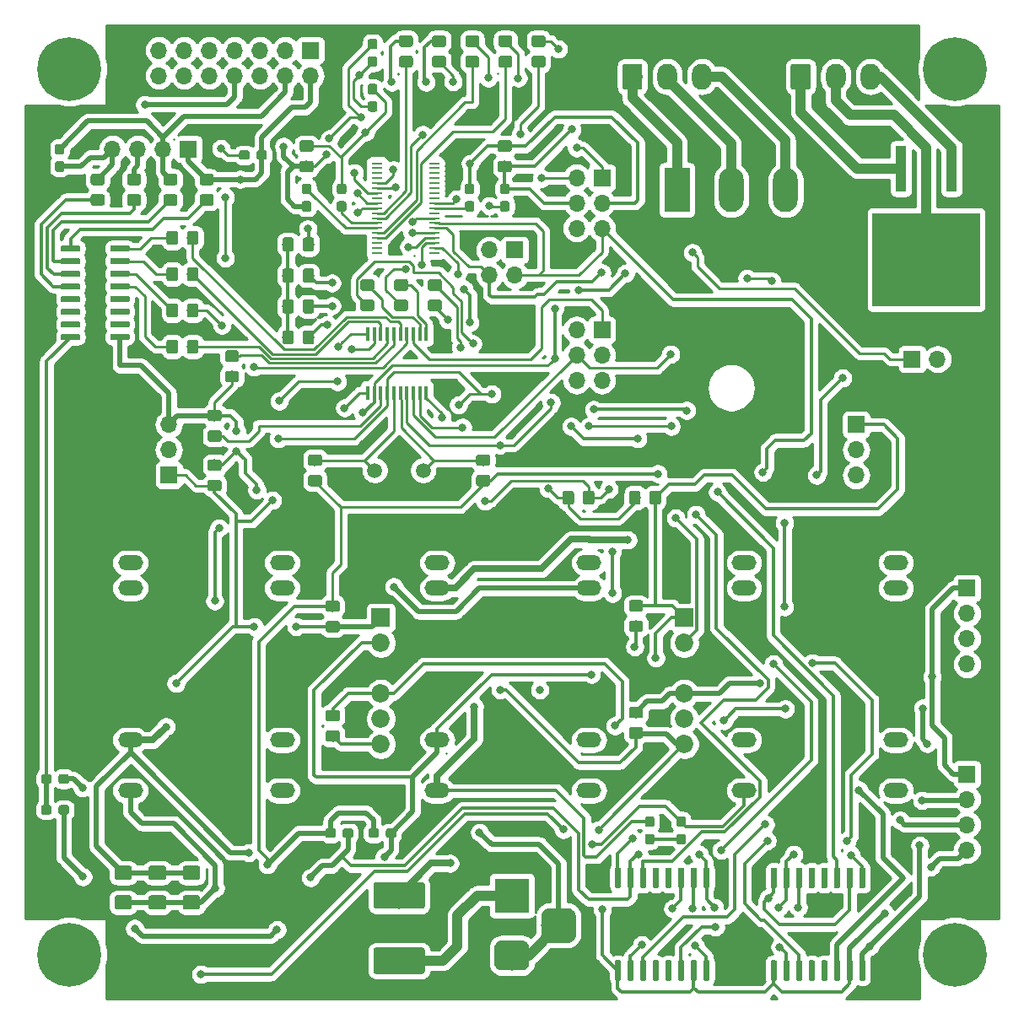
<source format=gbr>
G04 #@! TF.GenerationSoftware,KiCad,Pcbnew,(5.1.2)-2*
G04 #@! TF.CreationDate,2019-07-10T12:42:44+04:00*
G04 #@! TF.ProjectId,DTI_1-12,4454495f-312d-4313-922e-6b696361645f,rev?*
G04 #@! TF.SameCoordinates,Original*
G04 #@! TF.FileFunction,Copper,L2,Bot*
G04 #@! TF.FilePolarity,Positive*
%FSLAX46Y46*%
G04 Gerber Fmt 4.6, Leading zero omitted, Abs format (unit mm)*
G04 Created by KiCad (PCBNEW (5.1.2)-2) date 2019-07-10 12:42:44*
%MOMM*%
%LPD*%
G04 APERTURE LIST*
%ADD10O,2.500000X1.500000*%
%ADD11O,2.000000X2.600000*%
%ADD12C,0.100000*%
%ADD13C,2.000000*%
%ADD14C,6.400000*%
%ADD15C,0.800000*%
%ADD16C,1.425000*%
%ADD17C,1.150000*%
%ADD18R,0.450000X1.450000*%
%ADD19R,1.100000X0.285000*%
%ADD20C,2.650000*%
%ADD21R,3.500000X3.500000*%
%ADD22C,3.000000*%
%ADD23C,3.500000*%
%ADD24R,1.700000X1.700000*%
%ADD25O,1.700000X1.700000*%
%ADD26R,1.100000X4.600000*%
%ADD27R,10.800000X9.400000*%
%ADD28R,2.500000X4.500000*%
%ADD29O,2.500000X4.500000*%
%ADD30C,0.950000*%
%ADD31C,0.600000*%
%ADD32R,1.850000X1.850000*%
%ADD33C,1.850000*%
%ADD34C,1.500000*%
%ADD35C,1.000000*%
%ADD36C,0.500000*%
%ADD37C,0.700000*%
%ADD38C,0.250000*%
%ADD39C,0.350000*%
%ADD40C,0.254000*%
G04 APERTURE END LIST*
D10*
X125810000Y-110540000D03*
X141050000Y-110540000D03*
X125810000Y-108000000D03*
X125810000Y-125780000D03*
X125810000Y-130860000D03*
X141050000Y-130860000D03*
X141050000Y-125780000D03*
X141050000Y-108000000D03*
D11*
X169300000Y-59200000D03*
X165800000Y-59200000D03*
D12*
G36*
X163074504Y-57901204D02*
G01*
X163098773Y-57904804D01*
X163122571Y-57910765D01*
X163145671Y-57919030D01*
X163167849Y-57929520D01*
X163188893Y-57942133D01*
X163208598Y-57956747D01*
X163226777Y-57973223D01*
X163243253Y-57991402D01*
X163257867Y-58011107D01*
X163270480Y-58032151D01*
X163280970Y-58054329D01*
X163289235Y-58077429D01*
X163295196Y-58101227D01*
X163298796Y-58125496D01*
X163300000Y-58150000D01*
X163300000Y-60250000D01*
X163298796Y-60274504D01*
X163295196Y-60298773D01*
X163289235Y-60322571D01*
X163280970Y-60345671D01*
X163270480Y-60367849D01*
X163257867Y-60388893D01*
X163243253Y-60408598D01*
X163226777Y-60426777D01*
X163208598Y-60443253D01*
X163188893Y-60457867D01*
X163167849Y-60470480D01*
X163145671Y-60480970D01*
X163122571Y-60489235D01*
X163098773Y-60495196D01*
X163074504Y-60498796D01*
X163050000Y-60500000D01*
X161550000Y-60500000D01*
X161525496Y-60498796D01*
X161501227Y-60495196D01*
X161477429Y-60489235D01*
X161454329Y-60480970D01*
X161432151Y-60470480D01*
X161411107Y-60457867D01*
X161391402Y-60443253D01*
X161373223Y-60426777D01*
X161356747Y-60408598D01*
X161342133Y-60388893D01*
X161329520Y-60367849D01*
X161319030Y-60345671D01*
X161310765Y-60322571D01*
X161304804Y-60298773D01*
X161301204Y-60274504D01*
X161300000Y-60250000D01*
X161300000Y-58150000D01*
X161301204Y-58125496D01*
X161304804Y-58101227D01*
X161310765Y-58077429D01*
X161319030Y-58054329D01*
X161329520Y-58032151D01*
X161342133Y-58011107D01*
X161356747Y-57991402D01*
X161373223Y-57973223D01*
X161391402Y-57956747D01*
X161411107Y-57942133D01*
X161432151Y-57929520D01*
X161454329Y-57919030D01*
X161477429Y-57910765D01*
X161501227Y-57904804D01*
X161525496Y-57901204D01*
X161550000Y-57900000D01*
X163050000Y-57900000D01*
X163074504Y-57901204D01*
X163074504Y-57901204D01*
G37*
D13*
X162300000Y-59200000D03*
D14*
X177800000Y-58420000D03*
D15*
X177800000Y-56020000D03*
X179497056Y-56722944D03*
X180200000Y-58420000D03*
X179497056Y-60117056D03*
X177800000Y-60820000D03*
X176102944Y-60117056D03*
X175400000Y-58420000D03*
X176102944Y-56722944D03*
D14*
X88900000Y-58420000D03*
D15*
X86500000Y-58420000D03*
X87202944Y-56722944D03*
X88900000Y-56020000D03*
X90597056Y-56722944D03*
X91300000Y-58420000D03*
X90597056Y-60117056D03*
X88900000Y-60820000D03*
X87202944Y-60117056D03*
D14*
X88900000Y-147320000D03*
D15*
X88900000Y-149720000D03*
X87202944Y-149017056D03*
X86500000Y-147320000D03*
X87202944Y-145622944D03*
X88900000Y-144920000D03*
X90597056Y-145622944D03*
X91300000Y-147320000D03*
X90597056Y-149017056D03*
X179497056Y-145622944D03*
X177800000Y-144920000D03*
X176102944Y-145622944D03*
X175400000Y-147320000D03*
X176102944Y-149017056D03*
X177800000Y-149720000D03*
X179497056Y-149017056D03*
X180200000Y-147320000D03*
D14*
X177800000Y-147320000D03*
D12*
G36*
X98364504Y-138401204D02*
G01*
X98388773Y-138404804D01*
X98412571Y-138410765D01*
X98435671Y-138419030D01*
X98457849Y-138429520D01*
X98478893Y-138442133D01*
X98498598Y-138456747D01*
X98516777Y-138473223D01*
X98533253Y-138491402D01*
X98547867Y-138511107D01*
X98560480Y-138532151D01*
X98570970Y-138554329D01*
X98579235Y-138577429D01*
X98585196Y-138601227D01*
X98588796Y-138625496D01*
X98590000Y-138650000D01*
X98590000Y-139575000D01*
X98588796Y-139599504D01*
X98585196Y-139623773D01*
X98579235Y-139647571D01*
X98570970Y-139670671D01*
X98560480Y-139692849D01*
X98547867Y-139713893D01*
X98533253Y-139733598D01*
X98516777Y-139751777D01*
X98498598Y-139768253D01*
X98478893Y-139782867D01*
X98457849Y-139795480D01*
X98435671Y-139805970D01*
X98412571Y-139814235D01*
X98388773Y-139820196D01*
X98364504Y-139823796D01*
X98340000Y-139825000D01*
X97090000Y-139825000D01*
X97065496Y-139823796D01*
X97041227Y-139820196D01*
X97017429Y-139814235D01*
X96994329Y-139805970D01*
X96972151Y-139795480D01*
X96951107Y-139782867D01*
X96931402Y-139768253D01*
X96913223Y-139751777D01*
X96896747Y-139733598D01*
X96882133Y-139713893D01*
X96869520Y-139692849D01*
X96859030Y-139670671D01*
X96850765Y-139647571D01*
X96844804Y-139623773D01*
X96841204Y-139599504D01*
X96840000Y-139575000D01*
X96840000Y-138650000D01*
X96841204Y-138625496D01*
X96844804Y-138601227D01*
X96850765Y-138577429D01*
X96859030Y-138554329D01*
X96869520Y-138532151D01*
X96882133Y-138511107D01*
X96896747Y-138491402D01*
X96913223Y-138473223D01*
X96931402Y-138456747D01*
X96951107Y-138442133D01*
X96972151Y-138429520D01*
X96994329Y-138419030D01*
X97017429Y-138410765D01*
X97041227Y-138404804D01*
X97065496Y-138401204D01*
X97090000Y-138400000D01*
X98340000Y-138400000D01*
X98364504Y-138401204D01*
X98364504Y-138401204D01*
G37*
D16*
X97715000Y-139112500D03*
D12*
G36*
X98364504Y-141376204D02*
G01*
X98388773Y-141379804D01*
X98412571Y-141385765D01*
X98435671Y-141394030D01*
X98457849Y-141404520D01*
X98478893Y-141417133D01*
X98498598Y-141431747D01*
X98516777Y-141448223D01*
X98533253Y-141466402D01*
X98547867Y-141486107D01*
X98560480Y-141507151D01*
X98570970Y-141529329D01*
X98579235Y-141552429D01*
X98585196Y-141576227D01*
X98588796Y-141600496D01*
X98590000Y-141625000D01*
X98590000Y-142550000D01*
X98588796Y-142574504D01*
X98585196Y-142598773D01*
X98579235Y-142622571D01*
X98570970Y-142645671D01*
X98560480Y-142667849D01*
X98547867Y-142688893D01*
X98533253Y-142708598D01*
X98516777Y-142726777D01*
X98498598Y-142743253D01*
X98478893Y-142757867D01*
X98457849Y-142770480D01*
X98435671Y-142780970D01*
X98412571Y-142789235D01*
X98388773Y-142795196D01*
X98364504Y-142798796D01*
X98340000Y-142800000D01*
X97090000Y-142800000D01*
X97065496Y-142798796D01*
X97041227Y-142795196D01*
X97017429Y-142789235D01*
X96994329Y-142780970D01*
X96972151Y-142770480D01*
X96951107Y-142757867D01*
X96931402Y-142743253D01*
X96913223Y-142726777D01*
X96896747Y-142708598D01*
X96882133Y-142688893D01*
X96869520Y-142667849D01*
X96859030Y-142645671D01*
X96850765Y-142622571D01*
X96844804Y-142598773D01*
X96841204Y-142574504D01*
X96840000Y-142550000D01*
X96840000Y-141625000D01*
X96841204Y-141600496D01*
X96844804Y-141576227D01*
X96850765Y-141552429D01*
X96859030Y-141529329D01*
X96869520Y-141507151D01*
X96882133Y-141486107D01*
X96896747Y-141466402D01*
X96913223Y-141448223D01*
X96931402Y-141431747D01*
X96951107Y-141417133D01*
X96972151Y-141404520D01*
X96994329Y-141394030D01*
X97017429Y-141385765D01*
X97041227Y-141379804D01*
X97065496Y-141376204D01*
X97090000Y-141375000D01*
X98340000Y-141375000D01*
X98364504Y-141376204D01*
X98364504Y-141376204D01*
G37*
D16*
X97715000Y-142087500D03*
D12*
G36*
X94939504Y-141376204D02*
G01*
X94963773Y-141379804D01*
X94987571Y-141385765D01*
X95010671Y-141394030D01*
X95032849Y-141404520D01*
X95053893Y-141417133D01*
X95073598Y-141431747D01*
X95091777Y-141448223D01*
X95108253Y-141466402D01*
X95122867Y-141486107D01*
X95135480Y-141507151D01*
X95145970Y-141529329D01*
X95154235Y-141552429D01*
X95160196Y-141576227D01*
X95163796Y-141600496D01*
X95165000Y-141625000D01*
X95165000Y-142550000D01*
X95163796Y-142574504D01*
X95160196Y-142598773D01*
X95154235Y-142622571D01*
X95145970Y-142645671D01*
X95135480Y-142667849D01*
X95122867Y-142688893D01*
X95108253Y-142708598D01*
X95091777Y-142726777D01*
X95073598Y-142743253D01*
X95053893Y-142757867D01*
X95032849Y-142770480D01*
X95010671Y-142780970D01*
X94987571Y-142789235D01*
X94963773Y-142795196D01*
X94939504Y-142798796D01*
X94915000Y-142800000D01*
X93665000Y-142800000D01*
X93640496Y-142798796D01*
X93616227Y-142795196D01*
X93592429Y-142789235D01*
X93569329Y-142780970D01*
X93547151Y-142770480D01*
X93526107Y-142757867D01*
X93506402Y-142743253D01*
X93488223Y-142726777D01*
X93471747Y-142708598D01*
X93457133Y-142688893D01*
X93444520Y-142667849D01*
X93434030Y-142645671D01*
X93425765Y-142622571D01*
X93419804Y-142598773D01*
X93416204Y-142574504D01*
X93415000Y-142550000D01*
X93415000Y-141625000D01*
X93416204Y-141600496D01*
X93419804Y-141576227D01*
X93425765Y-141552429D01*
X93434030Y-141529329D01*
X93444520Y-141507151D01*
X93457133Y-141486107D01*
X93471747Y-141466402D01*
X93488223Y-141448223D01*
X93506402Y-141431747D01*
X93526107Y-141417133D01*
X93547151Y-141404520D01*
X93569329Y-141394030D01*
X93592429Y-141385765D01*
X93616227Y-141379804D01*
X93640496Y-141376204D01*
X93665000Y-141375000D01*
X94915000Y-141375000D01*
X94939504Y-141376204D01*
X94939504Y-141376204D01*
G37*
D16*
X94290000Y-142087500D03*
D12*
G36*
X94939504Y-138401204D02*
G01*
X94963773Y-138404804D01*
X94987571Y-138410765D01*
X95010671Y-138419030D01*
X95032849Y-138429520D01*
X95053893Y-138442133D01*
X95073598Y-138456747D01*
X95091777Y-138473223D01*
X95108253Y-138491402D01*
X95122867Y-138511107D01*
X95135480Y-138532151D01*
X95145970Y-138554329D01*
X95154235Y-138577429D01*
X95160196Y-138601227D01*
X95163796Y-138625496D01*
X95165000Y-138650000D01*
X95165000Y-139575000D01*
X95163796Y-139599504D01*
X95160196Y-139623773D01*
X95154235Y-139647571D01*
X95145970Y-139670671D01*
X95135480Y-139692849D01*
X95122867Y-139713893D01*
X95108253Y-139733598D01*
X95091777Y-139751777D01*
X95073598Y-139768253D01*
X95053893Y-139782867D01*
X95032849Y-139795480D01*
X95010671Y-139805970D01*
X94987571Y-139814235D01*
X94963773Y-139820196D01*
X94939504Y-139823796D01*
X94915000Y-139825000D01*
X93665000Y-139825000D01*
X93640496Y-139823796D01*
X93616227Y-139820196D01*
X93592429Y-139814235D01*
X93569329Y-139805970D01*
X93547151Y-139795480D01*
X93526107Y-139782867D01*
X93506402Y-139768253D01*
X93488223Y-139751777D01*
X93471747Y-139733598D01*
X93457133Y-139713893D01*
X93444520Y-139692849D01*
X93434030Y-139670671D01*
X93425765Y-139647571D01*
X93419804Y-139623773D01*
X93416204Y-139599504D01*
X93415000Y-139575000D01*
X93415000Y-138650000D01*
X93416204Y-138625496D01*
X93419804Y-138601227D01*
X93425765Y-138577429D01*
X93434030Y-138554329D01*
X93444520Y-138532151D01*
X93457133Y-138511107D01*
X93471747Y-138491402D01*
X93488223Y-138473223D01*
X93506402Y-138456747D01*
X93526107Y-138442133D01*
X93547151Y-138429520D01*
X93569329Y-138419030D01*
X93592429Y-138410765D01*
X93616227Y-138404804D01*
X93640496Y-138401204D01*
X93665000Y-138400000D01*
X94915000Y-138400000D01*
X94939504Y-138401204D01*
X94939504Y-138401204D01*
G37*
D16*
X94290000Y-139112500D03*
D12*
G36*
X101789504Y-141376204D02*
G01*
X101813773Y-141379804D01*
X101837571Y-141385765D01*
X101860671Y-141394030D01*
X101882849Y-141404520D01*
X101903893Y-141417133D01*
X101923598Y-141431747D01*
X101941777Y-141448223D01*
X101958253Y-141466402D01*
X101972867Y-141486107D01*
X101985480Y-141507151D01*
X101995970Y-141529329D01*
X102004235Y-141552429D01*
X102010196Y-141576227D01*
X102013796Y-141600496D01*
X102015000Y-141625000D01*
X102015000Y-142550000D01*
X102013796Y-142574504D01*
X102010196Y-142598773D01*
X102004235Y-142622571D01*
X101995970Y-142645671D01*
X101985480Y-142667849D01*
X101972867Y-142688893D01*
X101958253Y-142708598D01*
X101941777Y-142726777D01*
X101923598Y-142743253D01*
X101903893Y-142757867D01*
X101882849Y-142770480D01*
X101860671Y-142780970D01*
X101837571Y-142789235D01*
X101813773Y-142795196D01*
X101789504Y-142798796D01*
X101765000Y-142800000D01*
X100515000Y-142800000D01*
X100490496Y-142798796D01*
X100466227Y-142795196D01*
X100442429Y-142789235D01*
X100419329Y-142780970D01*
X100397151Y-142770480D01*
X100376107Y-142757867D01*
X100356402Y-142743253D01*
X100338223Y-142726777D01*
X100321747Y-142708598D01*
X100307133Y-142688893D01*
X100294520Y-142667849D01*
X100284030Y-142645671D01*
X100275765Y-142622571D01*
X100269804Y-142598773D01*
X100266204Y-142574504D01*
X100265000Y-142550000D01*
X100265000Y-141625000D01*
X100266204Y-141600496D01*
X100269804Y-141576227D01*
X100275765Y-141552429D01*
X100284030Y-141529329D01*
X100294520Y-141507151D01*
X100307133Y-141486107D01*
X100321747Y-141466402D01*
X100338223Y-141448223D01*
X100356402Y-141431747D01*
X100376107Y-141417133D01*
X100397151Y-141404520D01*
X100419329Y-141394030D01*
X100442429Y-141385765D01*
X100466227Y-141379804D01*
X100490496Y-141376204D01*
X100515000Y-141375000D01*
X101765000Y-141375000D01*
X101789504Y-141376204D01*
X101789504Y-141376204D01*
G37*
D16*
X101140000Y-142087500D03*
D12*
G36*
X101789504Y-138401204D02*
G01*
X101813773Y-138404804D01*
X101837571Y-138410765D01*
X101860671Y-138419030D01*
X101882849Y-138429520D01*
X101903893Y-138442133D01*
X101923598Y-138456747D01*
X101941777Y-138473223D01*
X101958253Y-138491402D01*
X101972867Y-138511107D01*
X101985480Y-138532151D01*
X101995970Y-138554329D01*
X102004235Y-138577429D01*
X102010196Y-138601227D01*
X102013796Y-138625496D01*
X102015000Y-138650000D01*
X102015000Y-139575000D01*
X102013796Y-139599504D01*
X102010196Y-139623773D01*
X102004235Y-139647571D01*
X101995970Y-139670671D01*
X101985480Y-139692849D01*
X101972867Y-139713893D01*
X101958253Y-139733598D01*
X101941777Y-139751777D01*
X101923598Y-139768253D01*
X101903893Y-139782867D01*
X101882849Y-139795480D01*
X101860671Y-139805970D01*
X101837571Y-139814235D01*
X101813773Y-139820196D01*
X101789504Y-139823796D01*
X101765000Y-139825000D01*
X100515000Y-139825000D01*
X100490496Y-139823796D01*
X100466227Y-139820196D01*
X100442429Y-139814235D01*
X100419329Y-139805970D01*
X100397151Y-139795480D01*
X100376107Y-139782867D01*
X100356402Y-139768253D01*
X100338223Y-139751777D01*
X100321747Y-139733598D01*
X100307133Y-139713893D01*
X100294520Y-139692849D01*
X100284030Y-139670671D01*
X100275765Y-139647571D01*
X100269804Y-139623773D01*
X100266204Y-139599504D01*
X100265000Y-139575000D01*
X100265000Y-138650000D01*
X100266204Y-138625496D01*
X100269804Y-138601227D01*
X100275765Y-138577429D01*
X100284030Y-138554329D01*
X100294520Y-138532151D01*
X100307133Y-138511107D01*
X100321747Y-138491402D01*
X100338223Y-138473223D01*
X100356402Y-138456747D01*
X100376107Y-138442133D01*
X100397151Y-138429520D01*
X100419329Y-138419030D01*
X100442429Y-138410765D01*
X100466227Y-138404804D01*
X100490496Y-138401204D01*
X100515000Y-138400000D01*
X101765000Y-138400000D01*
X101789504Y-138401204D01*
X101789504Y-138401204D01*
G37*
D16*
X101140000Y-139112500D03*
D12*
G36*
X113174505Y-65591204D02*
G01*
X113198773Y-65594804D01*
X113222572Y-65600765D01*
X113245671Y-65609030D01*
X113267850Y-65619520D01*
X113288893Y-65632132D01*
X113308599Y-65646747D01*
X113326777Y-65663223D01*
X113343253Y-65681401D01*
X113357868Y-65701107D01*
X113370480Y-65722150D01*
X113380970Y-65744329D01*
X113389235Y-65767428D01*
X113395196Y-65791227D01*
X113398796Y-65815495D01*
X113400000Y-65839999D01*
X113400000Y-66490001D01*
X113398796Y-66514505D01*
X113395196Y-66538773D01*
X113389235Y-66562572D01*
X113380970Y-66585671D01*
X113370480Y-66607850D01*
X113357868Y-66628893D01*
X113343253Y-66648599D01*
X113326777Y-66666777D01*
X113308599Y-66683253D01*
X113288893Y-66697868D01*
X113267850Y-66710480D01*
X113245671Y-66720970D01*
X113222572Y-66729235D01*
X113198773Y-66735196D01*
X113174505Y-66738796D01*
X113150001Y-66740000D01*
X112249999Y-66740000D01*
X112225495Y-66738796D01*
X112201227Y-66735196D01*
X112177428Y-66729235D01*
X112154329Y-66720970D01*
X112132150Y-66710480D01*
X112111107Y-66697868D01*
X112091401Y-66683253D01*
X112073223Y-66666777D01*
X112056747Y-66648599D01*
X112042132Y-66628893D01*
X112029520Y-66607850D01*
X112019030Y-66585671D01*
X112010765Y-66562572D01*
X112004804Y-66538773D01*
X112001204Y-66514505D01*
X112000000Y-66490001D01*
X112000000Y-65839999D01*
X112001204Y-65815495D01*
X112004804Y-65791227D01*
X112010765Y-65767428D01*
X112019030Y-65744329D01*
X112029520Y-65722150D01*
X112042132Y-65701107D01*
X112056747Y-65681401D01*
X112073223Y-65663223D01*
X112091401Y-65646747D01*
X112111107Y-65632132D01*
X112132150Y-65619520D01*
X112154329Y-65609030D01*
X112177428Y-65600765D01*
X112201227Y-65594804D01*
X112225495Y-65591204D01*
X112249999Y-65590000D01*
X113150001Y-65590000D01*
X113174505Y-65591204D01*
X113174505Y-65591204D01*
G37*
D17*
X112700000Y-66165000D03*
D12*
G36*
X113174505Y-67641204D02*
G01*
X113198773Y-67644804D01*
X113222572Y-67650765D01*
X113245671Y-67659030D01*
X113267850Y-67669520D01*
X113288893Y-67682132D01*
X113308599Y-67696747D01*
X113326777Y-67713223D01*
X113343253Y-67731401D01*
X113357868Y-67751107D01*
X113370480Y-67772150D01*
X113380970Y-67794329D01*
X113389235Y-67817428D01*
X113395196Y-67841227D01*
X113398796Y-67865495D01*
X113400000Y-67889999D01*
X113400000Y-68540001D01*
X113398796Y-68564505D01*
X113395196Y-68588773D01*
X113389235Y-68612572D01*
X113380970Y-68635671D01*
X113370480Y-68657850D01*
X113357868Y-68678893D01*
X113343253Y-68698599D01*
X113326777Y-68716777D01*
X113308599Y-68733253D01*
X113288893Y-68747868D01*
X113267850Y-68760480D01*
X113245671Y-68770970D01*
X113222572Y-68779235D01*
X113198773Y-68785196D01*
X113174505Y-68788796D01*
X113150001Y-68790000D01*
X112249999Y-68790000D01*
X112225495Y-68788796D01*
X112201227Y-68785196D01*
X112177428Y-68779235D01*
X112154329Y-68770970D01*
X112132150Y-68760480D01*
X112111107Y-68747868D01*
X112091401Y-68733253D01*
X112073223Y-68716777D01*
X112056747Y-68698599D01*
X112042132Y-68678893D01*
X112029520Y-68657850D01*
X112019030Y-68635671D01*
X112010765Y-68612572D01*
X112004804Y-68588773D01*
X112001204Y-68564505D01*
X112000000Y-68540001D01*
X112000000Y-67889999D01*
X112001204Y-67865495D01*
X112004804Y-67841227D01*
X112010765Y-67817428D01*
X112019030Y-67794329D01*
X112029520Y-67772150D01*
X112042132Y-67751107D01*
X112056747Y-67731401D01*
X112073223Y-67713223D01*
X112091401Y-67696747D01*
X112111107Y-67682132D01*
X112132150Y-67669520D01*
X112154329Y-67659030D01*
X112177428Y-67650765D01*
X112201227Y-67644804D01*
X112225495Y-67641204D01*
X112249999Y-67640000D01*
X113150001Y-67640000D01*
X113174505Y-67641204D01*
X113174505Y-67641204D01*
G37*
D17*
X112700000Y-68215000D03*
D12*
G36*
X133064505Y-65591204D02*
G01*
X133088773Y-65594804D01*
X133112572Y-65600765D01*
X133135671Y-65609030D01*
X133157850Y-65619520D01*
X133178893Y-65632132D01*
X133198599Y-65646747D01*
X133216777Y-65663223D01*
X133233253Y-65681401D01*
X133247868Y-65701107D01*
X133260480Y-65722150D01*
X133270970Y-65744329D01*
X133279235Y-65767428D01*
X133285196Y-65791227D01*
X133288796Y-65815495D01*
X133290000Y-65839999D01*
X133290000Y-66490001D01*
X133288796Y-66514505D01*
X133285196Y-66538773D01*
X133279235Y-66562572D01*
X133270970Y-66585671D01*
X133260480Y-66607850D01*
X133247868Y-66628893D01*
X133233253Y-66648599D01*
X133216777Y-66666777D01*
X133198599Y-66683253D01*
X133178893Y-66697868D01*
X133157850Y-66710480D01*
X133135671Y-66720970D01*
X133112572Y-66729235D01*
X133088773Y-66735196D01*
X133064505Y-66738796D01*
X133040001Y-66740000D01*
X132139999Y-66740000D01*
X132115495Y-66738796D01*
X132091227Y-66735196D01*
X132067428Y-66729235D01*
X132044329Y-66720970D01*
X132022150Y-66710480D01*
X132001107Y-66697868D01*
X131981401Y-66683253D01*
X131963223Y-66666777D01*
X131946747Y-66648599D01*
X131932132Y-66628893D01*
X131919520Y-66607850D01*
X131909030Y-66585671D01*
X131900765Y-66562572D01*
X131894804Y-66538773D01*
X131891204Y-66514505D01*
X131890000Y-66490001D01*
X131890000Y-65839999D01*
X131891204Y-65815495D01*
X131894804Y-65791227D01*
X131900765Y-65767428D01*
X131909030Y-65744329D01*
X131919520Y-65722150D01*
X131932132Y-65701107D01*
X131946747Y-65681401D01*
X131963223Y-65663223D01*
X131981401Y-65646747D01*
X132001107Y-65632132D01*
X132022150Y-65619520D01*
X132044329Y-65609030D01*
X132067428Y-65600765D01*
X132091227Y-65594804D01*
X132115495Y-65591204D01*
X132139999Y-65590000D01*
X133040001Y-65590000D01*
X133064505Y-65591204D01*
X133064505Y-65591204D01*
G37*
D17*
X132590000Y-66165000D03*
D12*
G36*
X133064505Y-67641204D02*
G01*
X133088773Y-67644804D01*
X133112572Y-67650765D01*
X133135671Y-67659030D01*
X133157850Y-67669520D01*
X133178893Y-67682132D01*
X133198599Y-67696747D01*
X133216777Y-67713223D01*
X133233253Y-67731401D01*
X133247868Y-67751107D01*
X133260480Y-67772150D01*
X133270970Y-67794329D01*
X133279235Y-67817428D01*
X133285196Y-67841227D01*
X133288796Y-67865495D01*
X133290000Y-67889999D01*
X133290000Y-68540001D01*
X133288796Y-68564505D01*
X133285196Y-68588773D01*
X133279235Y-68612572D01*
X133270970Y-68635671D01*
X133260480Y-68657850D01*
X133247868Y-68678893D01*
X133233253Y-68698599D01*
X133216777Y-68716777D01*
X133198599Y-68733253D01*
X133178893Y-68747868D01*
X133157850Y-68760480D01*
X133135671Y-68770970D01*
X133112572Y-68779235D01*
X133088773Y-68785196D01*
X133064505Y-68788796D01*
X133040001Y-68790000D01*
X132139999Y-68790000D01*
X132115495Y-68788796D01*
X132091227Y-68785196D01*
X132067428Y-68779235D01*
X132044329Y-68770970D01*
X132022150Y-68760480D01*
X132001107Y-68747868D01*
X131981401Y-68733253D01*
X131963223Y-68716777D01*
X131946747Y-68698599D01*
X131932132Y-68678893D01*
X131919520Y-68657850D01*
X131909030Y-68635671D01*
X131900765Y-68612572D01*
X131894804Y-68588773D01*
X131891204Y-68564505D01*
X131890000Y-68540001D01*
X131890000Y-67889999D01*
X131891204Y-67865495D01*
X131894804Y-67841227D01*
X131900765Y-67817428D01*
X131909030Y-67794329D01*
X131919520Y-67772150D01*
X131932132Y-67751107D01*
X131946747Y-67731401D01*
X131963223Y-67713223D01*
X131981401Y-67696747D01*
X132001107Y-67682132D01*
X132022150Y-67669520D01*
X132044329Y-67659030D01*
X132067428Y-67650765D01*
X132091227Y-67644804D01*
X132115495Y-67641204D01*
X132139999Y-67640000D01*
X133040001Y-67640000D01*
X133064505Y-67641204D01*
X133064505Y-67641204D01*
G37*
D17*
X132590000Y-68215000D03*
D12*
G36*
X103934505Y-94696204D02*
G01*
X103958773Y-94699804D01*
X103982572Y-94705765D01*
X104005671Y-94714030D01*
X104027850Y-94724520D01*
X104048893Y-94737132D01*
X104068599Y-94751747D01*
X104086777Y-94768223D01*
X104103253Y-94786401D01*
X104117868Y-94806107D01*
X104130480Y-94827150D01*
X104140970Y-94849329D01*
X104149235Y-94872428D01*
X104155196Y-94896227D01*
X104158796Y-94920495D01*
X104160000Y-94944999D01*
X104160000Y-95595001D01*
X104158796Y-95619505D01*
X104155196Y-95643773D01*
X104149235Y-95667572D01*
X104140970Y-95690671D01*
X104130480Y-95712850D01*
X104117868Y-95733893D01*
X104103253Y-95753599D01*
X104086777Y-95771777D01*
X104068599Y-95788253D01*
X104048893Y-95802868D01*
X104027850Y-95815480D01*
X104005671Y-95825970D01*
X103982572Y-95834235D01*
X103958773Y-95840196D01*
X103934505Y-95843796D01*
X103910001Y-95845000D01*
X103009999Y-95845000D01*
X102985495Y-95843796D01*
X102961227Y-95840196D01*
X102937428Y-95834235D01*
X102914329Y-95825970D01*
X102892150Y-95815480D01*
X102871107Y-95802868D01*
X102851401Y-95788253D01*
X102833223Y-95771777D01*
X102816747Y-95753599D01*
X102802132Y-95733893D01*
X102789520Y-95712850D01*
X102779030Y-95690671D01*
X102770765Y-95667572D01*
X102764804Y-95643773D01*
X102761204Y-95619505D01*
X102760000Y-95595001D01*
X102760000Y-94944999D01*
X102761204Y-94920495D01*
X102764804Y-94896227D01*
X102770765Y-94872428D01*
X102779030Y-94849329D01*
X102789520Y-94827150D01*
X102802132Y-94806107D01*
X102816747Y-94786401D01*
X102833223Y-94768223D01*
X102851401Y-94751747D01*
X102871107Y-94737132D01*
X102892150Y-94724520D01*
X102914329Y-94714030D01*
X102937428Y-94705765D01*
X102961227Y-94699804D01*
X102985495Y-94696204D01*
X103009999Y-94695000D01*
X103910001Y-94695000D01*
X103934505Y-94696204D01*
X103934505Y-94696204D01*
G37*
D17*
X103460000Y-95270000D03*
D12*
G36*
X103934505Y-92646204D02*
G01*
X103958773Y-92649804D01*
X103982572Y-92655765D01*
X104005671Y-92664030D01*
X104027850Y-92674520D01*
X104048893Y-92687132D01*
X104068599Y-92701747D01*
X104086777Y-92718223D01*
X104103253Y-92736401D01*
X104117868Y-92756107D01*
X104130480Y-92777150D01*
X104140970Y-92799329D01*
X104149235Y-92822428D01*
X104155196Y-92846227D01*
X104158796Y-92870495D01*
X104160000Y-92894999D01*
X104160000Y-93545001D01*
X104158796Y-93569505D01*
X104155196Y-93593773D01*
X104149235Y-93617572D01*
X104140970Y-93640671D01*
X104130480Y-93662850D01*
X104117868Y-93683893D01*
X104103253Y-93703599D01*
X104086777Y-93721777D01*
X104068599Y-93738253D01*
X104048893Y-93752868D01*
X104027850Y-93765480D01*
X104005671Y-93775970D01*
X103982572Y-93784235D01*
X103958773Y-93790196D01*
X103934505Y-93793796D01*
X103910001Y-93795000D01*
X103009999Y-93795000D01*
X102985495Y-93793796D01*
X102961227Y-93790196D01*
X102937428Y-93784235D01*
X102914329Y-93775970D01*
X102892150Y-93765480D01*
X102871107Y-93752868D01*
X102851401Y-93738253D01*
X102833223Y-93721777D01*
X102816747Y-93703599D01*
X102802132Y-93683893D01*
X102789520Y-93662850D01*
X102779030Y-93640671D01*
X102770765Y-93617572D01*
X102764804Y-93593773D01*
X102761204Y-93569505D01*
X102760000Y-93545001D01*
X102760000Y-92894999D01*
X102761204Y-92870495D01*
X102764804Y-92846227D01*
X102770765Y-92822428D01*
X102779030Y-92799329D01*
X102789520Y-92777150D01*
X102802132Y-92756107D01*
X102816747Y-92736401D01*
X102833223Y-92718223D01*
X102851401Y-92701747D01*
X102871107Y-92687132D01*
X102892150Y-92674520D01*
X102914329Y-92664030D01*
X102937428Y-92655765D01*
X102961227Y-92649804D01*
X102985495Y-92646204D01*
X103009999Y-92645000D01*
X103910001Y-92645000D01*
X103934505Y-92646204D01*
X103934505Y-92646204D01*
G37*
D17*
X103460000Y-93220000D03*
D12*
G36*
X103934505Y-97621204D02*
G01*
X103958773Y-97624804D01*
X103982572Y-97630765D01*
X104005671Y-97639030D01*
X104027850Y-97649520D01*
X104048893Y-97662132D01*
X104068599Y-97676747D01*
X104086777Y-97693223D01*
X104103253Y-97711401D01*
X104117868Y-97731107D01*
X104130480Y-97752150D01*
X104140970Y-97774329D01*
X104149235Y-97797428D01*
X104155196Y-97821227D01*
X104158796Y-97845495D01*
X104160000Y-97869999D01*
X104160000Y-98520001D01*
X104158796Y-98544505D01*
X104155196Y-98568773D01*
X104149235Y-98592572D01*
X104140970Y-98615671D01*
X104130480Y-98637850D01*
X104117868Y-98658893D01*
X104103253Y-98678599D01*
X104086777Y-98696777D01*
X104068599Y-98713253D01*
X104048893Y-98727868D01*
X104027850Y-98740480D01*
X104005671Y-98750970D01*
X103982572Y-98759235D01*
X103958773Y-98765196D01*
X103934505Y-98768796D01*
X103910001Y-98770000D01*
X103009999Y-98770000D01*
X102985495Y-98768796D01*
X102961227Y-98765196D01*
X102937428Y-98759235D01*
X102914329Y-98750970D01*
X102892150Y-98740480D01*
X102871107Y-98727868D01*
X102851401Y-98713253D01*
X102833223Y-98696777D01*
X102816747Y-98678599D01*
X102802132Y-98658893D01*
X102789520Y-98637850D01*
X102779030Y-98615671D01*
X102770765Y-98592572D01*
X102764804Y-98568773D01*
X102761204Y-98544505D01*
X102760000Y-98520001D01*
X102760000Y-97869999D01*
X102761204Y-97845495D01*
X102764804Y-97821227D01*
X102770765Y-97797428D01*
X102779030Y-97774329D01*
X102789520Y-97752150D01*
X102802132Y-97731107D01*
X102816747Y-97711401D01*
X102833223Y-97693223D01*
X102851401Y-97676747D01*
X102871107Y-97662132D01*
X102892150Y-97649520D01*
X102914329Y-97639030D01*
X102937428Y-97630765D01*
X102961227Y-97624804D01*
X102985495Y-97621204D01*
X103009999Y-97620000D01*
X103910001Y-97620000D01*
X103934505Y-97621204D01*
X103934505Y-97621204D01*
G37*
D17*
X103460000Y-98195000D03*
D12*
G36*
X103934505Y-99671204D02*
G01*
X103958773Y-99674804D01*
X103982572Y-99680765D01*
X104005671Y-99689030D01*
X104027850Y-99699520D01*
X104048893Y-99712132D01*
X104068599Y-99726747D01*
X104086777Y-99743223D01*
X104103253Y-99761401D01*
X104117868Y-99781107D01*
X104130480Y-99802150D01*
X104140970Y-99824329D01*
X104149235Y-99847428D01*
X104155196Y-99871227D01*
X104158796Y-99895495D01*
X104160000Y-99919999D01*
X104160000Y-100570001D01*
X104158796Y-100594505D01*
X104155196Y-100618773D01*
X104149235Y-100642572D01*
X104140970Y-100665671D01*
X104130480Y-100687850D01*
X104117868Y-100708893D01*
X104103253Y-100728599D01*
X104086777Y-100746777D01*
X104068599Y-100763253D01*
X104048893Y-100777868D01*
X104027850Y-100790480D01*
X104005671Y-100800970D01*
X103982572Y-100809235D01*
X103958773Y-100815196D01*
X103934505Y-100818796D01*
X103910001Y-100820000D01*
X103009999Y-100820000D01*
X102985495Y-100818796D01*
X102961227Y-100815196D01*
X102937428Y-100809235D01*
X102914329Y-100800970D01*
X102892150Y-100790480D01*
X102871107Y-100777868D01*
X102851401Y-100763253D01*
X102833223Y-100746777D01*
X102816747Y-100728599D01*
X102802132Y-100708893D01*
X102789520Y-100687850D01*
X102779030Y-100665671D01*
X102770765Y-100642572D01*
X102764804Y-100618773D01*
X102761204Y-100594505D01*
X102760000Y-100570001D01*
X102760000Y-99919999D01*
X102761204Y-99895495D01*
X102764804Y-99871227D01*
X102770765Y-99847428D01*
X102779030Y-99824329D01*
X102789520Y-99802150D01*
X102802132Y-99781107D01*
X102816747Y-99761401D01*
X102833223Y-99743223D01*
X102851401Y-99726747D01*
X102871107Y-99712132D01*
X102892150Y-99699520D01*
X102914329Y-99689030D01*
X102937428Y-99680765D01*
X102961227Y-99674804D01*
X102985495Y-99671204D01*
X103009999Y-99670000D01*
X103910001Y-99670000D01*
X103934505Y-99671204D01*
X103934505Y-99671204D01*
G37*
D17*
X103460000Y-100245000D03*
D12*
G36*
X115794505Y-111776204D02*
G01*
X115818773Y-111779804D01*
X115842572Y-111785765D01*
X115865671Y-111794030D01*
X115887850Y-111804520D01*
X115908893Y-111817132D01*
X115928599Y-111831747D01*
X115946777Y-111848223D01*
X115963253Y-111866401D01*
X115977868Y-111886107D01*
X115990480Y-111907150D01*
X116000970Y-111929329D01*
X116009235Y-111952428D01*
X116015196Y-111976227D01*
X116018796Y-112000495D01*
X116020000Y-112024999D01*
X116020000Y-112675001D01*
X116018796Y-112699505D01*
X116015196Y-112723773D01*
X116009235Y-112747572D01*
X116000970Y-112770671D01*
X115990480Y-112792850D01*
X115977868Y-112813893D01*
X115963253Y-112833599D01*
X115946777Y-112851777D01*
X115928599Y-112868253D01*
X115908893Y-112882868D01*
X115887850Y-112895480D01*
X115865671Y-112905970D01*
X115842572Y-112914235D01*
X115818773Y-112920196D01*
X115794505Y-112923796D01*
X115770001Y-112925000D01*
X114869999Y-112925000D01*
X114845495Y-112923796D01*
X114821227Y-112920196D01*
X114797428Y-112914235D01*
X114774329Y-112905970D01*
X114752150Y-112895480D01*
X114731107Y-112882868D01*
X114711401Y-112868253D01*
X114693223Y-112851777D01*
X114676747Y-112833599D01*
X114662132Y-112813893D01*
X114649520Y-112792850D01*
X114639030Y-112770671D01*
X114630765Y-112747572D01*
X114624804Y-112723773D01*
X114621204Y-112699505D01*
X114620000Y-112675001D01*
X114620000Y-112024999D01*
X114621204Y-112000495D01*
X114624804Y-111976227D01*
X114630765Y-111952428D01*
X114639030Y-111929329D01*
X114649520Y-111907150D01*
X114662132Y-111886107D01*
X114676747Y-111866401D01*
X114693223Y-111848223D01*
X114711401Y-111831747D01*
X114731107Y-111817132D01*
X114752150Y-111804520D01*
X114774329Y-111794030D01*
X114797428Y-111785765D01*
X114821227Y-111779804D01*
X114845495Y-111776204D01*
X114869999Y-111775000D01*
X115770001Y-111775000D01*
X115794505Y-111776204D01*
X115794505Y-111776204D01*
G37*
D17*
X115320000Y-112350000D03*
D12*
G36*
X115794505Y-113826204D02*
G01*
X115818773Y-113829804D01*
X115842572Y-113835765D01*
X115865671Y-113844030D01*
X115887850Y-113854520D01*
X115908893Y-113867132D01*
X115928599Y-113881747D01*
X115946777Y-113898223D01*
X115963253Y-113916401D01*
X115977868Y-113936107D01*
X115990480Y-113957150D01*
X116000970Y-113979329D01*
X116009235Y-114002428D01*
X116015196Y-114026227D01*
X116018796Y-114050495D01*
X116020000Y-114074999D01*
X116020000Y-114725001D01*
X116018796Y-114749505D01*
X116015196Y-114773773D01*
X116009235Y-114797572D01*
X116000970Y-114820671D01*
X115990480Y-114842850D01*
X115977868Y-114863893D01*
X115963253Y-114883599D01*
X115946777Y-114901777D01*
X115928599Y-114918253D01*
X115908893Y-114932868D01*
X115887850Y-114945480D01*
X115865671Y-114955970D01*
X115842572Y-114964235D01*
X115818773Y-114970196D01*
X115794505Y-114973796D01*
X115770001Y-114975000D01*
X114869999Y-114975000D01*
X114845495Y-114973796D01*
X114821227Y-114970196D01*
X114797428Y-114964235D01*
X114774329Y-114955970D01*
X114752150Y-114945480D01*
X114731107Y-114932868D01*
X114711401Y-114918253D01*
X114693223Y-114901777D01*
X114676747Y-114883599D01*
X114662132Y-114863893D01*
X114649520Y-114842850D01*
X114639030Y-114820671D01*
X114630765Y-114797572D01*
X114624804Y-114773773D01*
X114621204Y-114749505D01*
X114620000Y-114725001D01*
X114620000Y-114074999D01*
X114621204Y-114050495D01*
X114624804Y-114026227D01*
X114630765Y-114002428D01*
X114639030Y-113979329D01*
X114649520Y-113957150D01*
X114662132Y-113936107D01*
X114676747Y-113916401D01*
X114693223Y-113898223D01*
X114711401Y-113881747D01*
X114731107Y-113867132D01*
X114752150Y-113854520D01*
X114774329Y-113844030D01*
X114797428Y-113835765D01*
X114821227Y-113829804D01*
X114845495Y-113826204D01*
X114869999Y-113825000D01*
X115770001Y-113825000D01*
X115794505Y-113826204D01*
X115794505Y-113826204D01*
G37*
D17*
X115320000Y-114400000D03*
D12*
G36*
X146234505Y-113786204D02*
G01*
X146258773Y-113789804D01*
X146282572Y-113795765D01*
X146305671Y-113804030D01*
X146327850Y-113814520D01*
X146348893Y-113827132D01*
X146368599Y-113841747D01*
X146386777Y-113858223D01*
X146403253Y-113876401D01*
X146417868Y-113896107D01*
X146430480Y-113917150D01*
X146440970Y-113939329D01*
X146449235Y-113962428D01*
X146455196Y-113986227D01*
X146458796Y-114010495D01*
X146460000Y-114034999D01*
X146460000Y-114685001D01*
X146458796Y-114709505D01*
X146455196Y-114733773D01*
X146449235Y-114757572D01*
X146440970Y-114780671D01*
X146430480Y-114802850D01*
X146417868Y-114823893D01*
X146403253Y-114843599D01*
X146386777Y-114861777D01*
X146368599Y-114878253D01*
X146348893Y-114892868D01*
X146327850Y-114905480D01*
X146305671Y-114915970D01*
X146282572Y-114924235D01*
X146258773Y-114930196D01*
X146234505Y-114933796D01*
X146210001Y-114935000D01*
X145309999Y-114935000D01*
X145285495Y-114933796D01*
X145261227Y-114930196D01*
X145237428Y-114924235D01*
X145214329Y-114915970D01*
X145192150Y-114905480D01*
X145171107Y-114892868D01*
X145151401Y-114878253D01*
X145133223Y-114861777D01*
X145116747Y-114843599D01*
X145102132Y-114823893D01*
X145089520Y-114802850D01*
X145079030Y-114780671D01*
X145070765Y-114757572D01*
X145064804Y-114733773D01*
X145061204Y-114709505D01*
X145060000Y-114685001D01*
X145060000Y-114034999D01*
X145061204Y-114010495D01*
X145064804Y-113986227D01*
X145070765Y-113962428D01*
X145079030Y-113939329D01*
X145089520Y-113917150D01*
X145102132Y-113896107D01*
X145116747Y-113876401D01*
X145133223Y-113858223D01*
X145151401Y-113841747D01*
X145171107Y-113827132D01*
X145192150Y-113814520D01*
X145214329Y-113804030D01*
X145237428Y-113795765D01*
X145261227Y-113789804D01*
X145285495Y-113786204D01*
X145309999Y-113785000D01*
X146210001Y-113785000D01*
X146234505Y-113786204D01*
X146234505Y-113786204D01*
G37*
D17*
X145760000Y-114360000D03*
D12*
G36*
X146234505Y-111736204D02*
G01*
X146258773Y-111739804D01*
X146282572Y-111745765D01*
X146305671Y-111754030D01*
X146327850Y-111764520D01*
X146348893Y-111777132D01*
X146368599Y-111791747D01*
X146386777Y-111808223D01*
X146403253Y-111826401D01*
X146417868Y-111846107D01*
X146430480Y-111867150D01*
X146440970Y-111889329D01*
X146449235Y-111912428D01*
X146455196Y-111936227D01*
X146458796Y-111960495D01*
X146460000Y-111984999D01*
X146460000Y-112635001D01*
X146458796Y-112659505D01*
X146455196Y-112683773D01*
X146449235Y-112707572D01*
X146440970Y-112730671D01*
X146430480Y-112752850D01*
X146417868Y-112773893D01*
X146403253Y-112793599D01*
X146386777Y-112811777D01*
X146368599Y-112828253D01*
X146348893Y-112842868D01*
X146327850Y-112855480D01*
X146305671Y-112865970D01*
X146282572Y-112874235D01*
X146258773Y-112880196D01*
X146234505Y-112883796D01*
X146210001Y-112885000D01*
X145309999Y-112885000D01*
X145285495Y-112883796D01*
X145261227Y-112880196D01*
X145237428Y-112874235D01*
X145214329Y-112865970D01*
X145192150Y-112855480D01*
X145171107Y-112842868D01*
X145151401Y-112828253D01*
X145133223Y-112811777D01*
X145116747Y-112793599D01*
X145102132Y-112773893D01*
X145089520Y-112752850D01*
X145079030Y-112730671D01*
X145070765Y-112707572D01*
X145064804Y-112683773D01*
X145061204Y-112659505D01*
X145060000Y-112635001D01*
X145060000Y-111984999D01*
X145061204Y-111960495D01*
X145064804Y-111936227D01*
X145070765Y-111912428D01*
X145079030Y-111889329D01*
X145089520Y-111867150D01*
X145102132Y-111846107D01*
X145116747Y-111826401D01*
X145133223Y-111808223D01*
X145151401Y-111791747D01*
X145171107Y-111777132D01*
X145192150Y-111764520D01*
X145214329Y-111754030D01*
X145237428Y-111745765D01*
X145261227Y-111739804D01*
X145285495Y-111736204D01*
X145309999Y-111735000D01*
X146210001Y-111735000D01*
X146234505Y-111736204D01*
X146234505Y-111736204D01*
G37*
D17*
X145760000Y-112310000D03*
D12*
G36*
X146234505Y-124496204D02*
G01*
X146258773Y-124499804D01*
X146282572Y-124505765D01*
X146305671Y-124514030D01*
X146327850Y-124524520D01*
X146348893Y-124537132D01*
X146368599Y-124551747D01*
X146386777Y-124568223D01*
X146403253Y-124586401D01*
X146417868Y-124606107D01*
X146430480Y-124627150D01*
X146440970Y-124649329D01*
X146449235Y-124672428D01*
X146455196Y-124696227D01*
X146458796Y-124720495D01*
X146460000Y-124744999D01*
X146460000Y-125395001D01*
X146458796Y-125419505D01*
X146455196Y-125443773D01*
X146449235Y-125467572D01*
X146440970Y-125490671D01*
X146430480Y-125512850D01*
X146417868Y-125533893D01*
X146403253Y-125553599D01*
X146386777Y-125571777D01*
X146368599Y-125588253D01*
X146348893Y-125602868D01*
X146327850Y-125615480D01*
X146305671Y-125625970D01*
X146282572Y-125634235D01*
X146258773Y-125640196D01*
X146234505Y-125643796D01*
X146210001Y-125645000D01*
X145309999Y-125645000D01*
X145285495Y-125643796D01*
X145261227Y-125640196D01*
X145237428Y-125634235D01*
X145214329Y-125625970D01*
X145192150Y-125615480D01*
X145171107Y-125602868D01*
X145151401Y-125588253D01*
X145133223Y-125571777D01*
X145116747Y-125553599D01*
X145102132Y-125533893D01*
X145089520Y-125512850D01*
X145079030Y-125490671D01*
X145070765Y-125467572D01*
X145064804Y-125443773D01*
X145061204Y-125419505D01*
X145060000Y-125395001D01*
X145060000Y-124744999D01*
X145061204Y-124720495D01*
X145064804Y-124696227D01*
X145070765Y-124672428D01*
X145079030Y-124649329D01*
X145089520Y-124627150D01*
X145102132Y-124606107D01*
X145116747Y-124586401D01*
X145133223Y-124568223D01*
X145151401Y-124551747D01*
X145171107Y-124537132D01*
X145192150Y-124524520D01*
X145214329Y-124514030D01*
X145237428Y-124505765D01*
X145261227Y-124499804D01*
X145285495Y-124496204D01*
X145309999Y-124495000D01*
X146210001Y-124495000D01*
X146234505Y-124496204D01*
X146234505Y-124496204D01*
G37*
D17*
X145760000Y-125070000D03*
D12*
G36*
X146234505Y-122446204D02*
G01*
X146258773Y-122449804D01*
X146282572Y-122455765D01*
X146305671Y-122464030D01*
X146327850Y-122474520D01*
X146348893Y-122487132D01*
X146368599Y-122501747D01*
X146386777Y-122518223D01*
X146403253Y-122536401D01*
X146417868Y-122556107D01*
X146430480Y-122577150D01*
X146440970Y-122599329D01*
X146449235Y-122622428D01*
X146455196Y-122646227D01*
X146458796Y-122670495D01*
X146460000Y-122694999D01*
X146460000Y-123345001D01*
X146458796Y-123369505D01*
X146455196Y-123393773D01*
X146449235Y-123417572D01*
X146440970Y-123440671D01*
X146430480Y-123462850D01*
X146417868Y-123483893D01*
X146403253Y-123503599D01*
X146386777Y-123521777D01*
X146368599Y-123538253D01*
X146348893Y-123552868D01*
X146327850Y-123565480D01*
X146305671Y-123575970D01*
X146282572Y-123584235D01*
X146258773Y-123590196D01*
X146234505Y-123593796D01*
X146210001Y-123595000D01*
X145309999Y-123595000D01*
X145285495Y-123593796D01*
X145261227Y-123590196D01*
X145237428Y-123584235D01*
X145214329Y-123575970D01*
X145192150Y-123565480D01*
X145171107Y-123552868D01*
X145151401Y-123538253D01*
X145133223Y-123521777D01*
X145116747Y-123503599D01*
X145102132Y-123483893D01*
X145089520Y-123462850D01*
X145079030Y-123440671D01*
X145070765Y-123417572D01*
X145064804Y-123393773D01*
X145061204Y-123369505D01*
X145060000Y-123345001D01*
X145060000Y-122694999D01*
X145061204Y-122670495D01*
X145064804Y-122646227D01*
X145070765Y-122622428D01*
X145079030Y-122599329D01*
X145089520Y-122577150D01*
X145102132Y-122556107D01*
X145116747Y-122536401D01*
X145133223Y-122518223D01*
X145151401Y-122501747D01*
X145171107Y-122487132D01*
X145192150Y-122474520D01*
X145214329Y-122464030D01*
X145237428Y-122455765D01*
X145261227Y-122449804D01*
X145285495Y-122446204D01*
X145309999Y-122445000D01*
X146210001Y-122445000D01*
X146234505Y-122446204D01*
X146234505Y-122446204D01*
G37*
D17*
X145760000Y-123020000D03*
D12*
G36*
X115804505Y-124806204D02*
G01*
X115828773Y-124809804D01*
X115852572Y-124815765D01*
X115875671Y-124824030D01*
X115897850Y-124834520D01*
X115918893Y-124847132D01*
X115938599Y-124861747D01*
X115956777Y-124878223D01*
X115973253Y-124896401D01*
X115987868Y-124916107D01*
X116000480Y-124937150D01*
X116010970Y-124959329D01*
X116019235Y-124982428D01*
X116025196Y-125006227D01*
X116028796Y-125030495D01*
X116030000Y-125054999D01*
X116030000Y-125705001D01*
X116028796Y-125729505D01*
X116025196Y-125753773D01*
X116019235Y-125777572D01*
X116010970Y-125800671D01*
X116000480Y-125822850D01*
X115987868Y-125843893D01*
X115973253Y-125863599D01*
X115956777Y-125881777D01*
X115938599Y-125898253D01*
X115918893Y-125912868D01*
X115897850Y-125925480D01*
X115875671Y-125935970D01*
X115852572Y-125944235D01*
X115828773Y-125950196D01*
X115804505Y-125953796D01*
X115780001Y-125955000D01*
X114879999Y-125955000D01*
X114855495Y-125953796D01*
X114831227Y-125950196D01*
X114807428Y-125944235D01*
X114784329Y-125935970D01*
X114762150Y-125925480D01*
X114741107Y-125912868D01*
X114721401Y-125898253D01*
X114703223Y-125881777D01*
X114686747Y-125863599D01*
X114672132Y-125843893D01*
X114659520Y-125822850D01*
X114649030Y-125800671D01*
X114640765Y-125777572D01*
X114634804Y-125753773D01*
X114631204Y-125729505D01*
X114630000Y-125705001D01*
X114630000Y-125054999D01*
X114631204Y-125030495D01*
X114634804Y-125006227D01*
X114640765Y-124982428D01*
X114649030Y-124959329D01*
X114659520Y-124937150D01*
X114672132Y-124916107D01*
X114686747Y-124896401D01*
X114703223Y-124878223D01*
X114721401Y-124861747D01*
X114741107Y-124847132D01*
X114762150Y-124834520D01*
X114784329Y-124824030D01*
X114807428Y-124815765D01*
X114831227Y-124809804D01*
X114855495Y-124806204D01*
X114879999Y-124805000D01*
X115780001Y-124805000D01*
X115804505Y-124806204D01*
X115804505Y-124806204D01*
G37*
D17*
X115330000Y-125380000D03*
D12*
G36*
X115804505Y-122756204D02*
G01*
X115828773Y-122759804D01*
X115852572Y-122765765D01*
X115875671Y-122774030D01*
X115897850Y-122784520D01*
X115918893Y-122797132D01*
X115938599Y-122811747D01*
X115956777Y-122828223D01*
X115973253Y-122846401D01*
X115987868Y-122866107D01*
X116000480Y-122887150D01*
X116010970Y-122909329D01*
X116019235Y-122932428D01*
X116025196Y-122956227D01*
X116028796Y-122980495D01*
X116030000Y-123004999D01*
X116030000Y-123655001D01*
X116028796Y-123679505D01*
X116025196Y-123703773D01*
X116019235Y-123727572D01*
X116010970Y-123750671D01*
X116000480Y-123772850D01*
X115987868Y-123793893D01*
X115973253Y-123813599D01*
X115956777Y-123831777D01*
X115938599Y-123848253D01*
X115918893Y-123862868D01*
X115897850Y-123875480D01*
X115875671Y-123885970D01*
X115852572Y-123894235D01*
X115828773Y-123900196D01*
X115804505Y-123903796D01*
X115780001Y-123905000D01*
X114879999Y-123905000D01*
X114855495Y-123903796D01*
X114831227Y-123900196D01*
X114807428Y-123894235D01*
X114784329Y-123885970D01*
X114762150Y-123875480D01*
X114741107Y-123862868D01*
X114721401Y-123848253D01*
X114703223Y-123831777D01*
X114686747Y-123813599D01*
X114672132Y-123793893D01*
X114659520Y-123772850D01*
X114649030Y-123750671D01*
X114640765Y-123727572D01*
X114634804Y-123703773D01*
X114631204Y-123679505D01*
X114630000Y-123655001D01*
X114630000Y-123004999D01*
X114631204Y-122980495D01*
X114634804Y-122956227D01*
X114640765Y-122932428D01*
X114649030Y-122909329D01*
X114659520Y-122887150D01*
X114672132Y-122866107D01*
X114686747Y-122846401D01*
X114703223Y-122828223D01*
X114721401Y-122811747D01*
X114741107Y-122797132D01*
X114762150Y-122784520D01*
X114784329Y-122774030D01*
X114807428Y-122765765D01*
X114831227Y-122759804D01*
X114855495Y-122756204D01*
X114879999Y-122755000D01*
X115780001Y-122755000D01*
X115804505Y-122756204D01*
X115804505Y-122756204D01*
G37*
D17*
X115330000Y-123330000D03*
D12*
G36*
X139319505Y-100761204D02*
G01*
X139343773Y-100764804D01*
X139367572Y-100770765D01*
X139390671Y-100779030D01*
X139412850Y-100789520D01*
X139433893Y-100802132D01*
X139453599Y-100816747D01*
X139471777Y-100833223D01*
X139488253Y-100851401D01*
X139502868Y-100871107D01*
X139515480Y-100892150D01*
X139525970Y-100914329D01*
X139534235Y-100937428D01*
X139540196Y-100961227D01*
X139543796Y-100985495D01*
X139545000Y-101009999D01*
X139545000Y-101910001D01*
X139543796Y-101934505D01*
X139540196Y-101958773D01*
X139534235Y-101982572D01*
X139525970Y-102005671D01*
X139515480Y-102027850D01*
X139502868Y-102048893D01*
X139488253Y-102068599D01*
X139471777Y-102086777D01*
X139453599Y-102103253D01*
X139433893Y-102117868D01*
X139412850Y-102130480D01*
X139390671Y-102140970D01*
X139367572Y-102149235D01*
X139343773Y-102155196D01*
X139319505Y-102158796D01*
X139295001Y-102160000D01*
X138644999Y-102160000D01*
X138620495Y-102158796D01*
X138596227Y-102155196D01*
X138572428Y-102149235D01*
X138549329Y-102140970D01*
X138527150Y-102130480D01*
X138506107Y-102117868D01*
X138486401Y-102103253D01*
X138468223Y-102086777D01*
X138451747Y-102068599D01*
X138437132Y-102048893D01*
X138424520Y-102027850D01*
X138414030Y-102005671D01*
X138405765Y-101982572D01*
X138399804Y-101958773D01*
X138396204Y-101934505D01*
X138395000Y-101910001D01*
X138395000Y-101009999D01*
X138396204Y-100985495D01*
X138399804Y-100961227D01*
X138405765Y-100937428D01*
X138414030Y-100914329D01*
X138424520Y-100892150D01*
X138437132Y-100871107D01*
X138451747Y-100851401D01*
X138468223Y-100833223D01*
X138486401Y-100816747D01*
X138506107Y-100802132D01*
X138527150Y-100789520D01*
X138549329Y-100779030D01*
X138572428Y-100770765D01*
X138596227Y-100764804D01*
X138620495Y-100761204D01*
X138644999Y-100760000D01*
X139295001Y-100760000D01*
X139319505Y-100761204D01*
X139319505Y-100761204D01*
G37*
D17*
X138970000Y-101460000D03*
D12*
G36*
X141369505Y-100761204D02*
G01*
X141393773Y-100764804D01*
X141417572Y-100770765D01*
X141440671Y-100779030D01*
X141462850Y-100789520D01*
X141483893Y-100802132D01*
X141503599Y-100816747D01*
X141521777Y-100833223D01*
X141538253Y-100851401D01*
X141552868Y-100871107D01*
X141565480Y-100892150D01*
X141575970Y-100914329D01*
X141584235Y-100937428D01*
X141590196Y-100961227D01*
X141593796Y-100985495D01*
X141595000Y-101009999D01*
X141595000Y-101910001D01*
X141593796Y-101934505D01*
X141590196Y-101958773D01*
X141584235Y-101982572D01*
X141575970Y-102005671D01*
X141565480Y-102027850D01*
X141552868Y-102048893D01*
X141538253Y-102068599D01*
X141521777Y-102086777D01*
X141503599Y-102103253D01*
X141483893Y-102117868D01*
X141462850Y-102130480D01*
X141440671Y-102140970D01*
X141417572Y-102149235D01*
X141393773Y-102155196D01*
X141369505Y-102158796D01*
X141345001Y-102160000D01*
X140694999Y-102160000D01*
X140670495Y-102158796D01*
X140646227Y-102155196D01*
X140622428Y-102149235D01*
X140599329Y-102140970D01*
X140577150Y-102130480D01*
X140556107Y-102117868D01*
X140536401Y-102103253D01*
X140518223Y-102086777D01*
X140501747Y-102068599D01*
X140487132Y-102048893D01*
X140474520Y-102027850D01*
X140464030Y-102005671D01*
X140455765Y-101982572D01*
X140449804Y-101958773D01*
X140446204Y-101934505D01*
X140445000Y-101910001D01*
X140445000Y-101009999D01*
X140446204Y-100985495D01*
X140449804Y-100961227D01*
X140455765Y-100937428D01*
X140464030Y-100914329D01*
X140474520Y-100892150D01*
X140487132Y-100871107D01*
X140501747Y-100851401D01*
X140518223Y-100833223D01*
X140536401Y-100816747D01*
X140556107Y-100802132D01*
X140577150Y-100789520D01*
X140599329Y-100779030D01*
X140622428Y-100770765D01*
X140646227Y-100764804D01*
X140670495Y-100761204D01*
X140694999Y-100760000D01*
X141345001Y-100760000D01*
X141369505Y-100761204D01*
X141369505Y-100761204D01*
G37*
D17*
X141020000Y-101460000D03*
D12*
G36*
X114024505Y-97121204D02*
G01*
X114048773Y-97124804D01*
X114072572Y-97130765D01*
X114095671Y-97139030D01*
X114117850Y-97149520D01*
X114138893Y-97162132D01*
X114158599Y-97176747D01*
X114176777Y-97193223D01*
X114193253Y-97211401D01*
X114207868Y-97231107D01*
X114220480Y-97252150D01*
X114230970Y-97274329D01*
X114239235Y-97297428D01*
X114245196Y-97321227D01*
X114248796Y-97345495D01*
X114250000Y-97369999D01*
X114250000Y-98020001D01*
X114248796Y-98044505D01*
X114245196Y-98068773D01*
X114239235Y-98092572D01*
X114230970Y-98115671D01*
X114220480Y-98137850D01*
X114207868Y-98158893D01*
X114193253Y-98178599D01*
X114176777Y-98196777D01*
X114158599Y-98213253D01*
X114138893Y-98227868D01*
X114117850Y-98240480D01*
X114095671Y-98250970D01*
X114072572Y-98259235D01*
X114048773Y-98265196D01*
X114024505Y-98268796D01*
X114000001Y-98270000D01*
X113099999Y-98270000D01*
X113075495Y-98268796D01*
X113051227Y-98265196D01*
X113027428Y-98259235D01*
X113004329Y-98250970D01*
X112982150Y-98240480D01*
X112961107Y-98227868D01*
X112941401Y-98213253D01*
X112923223Y-98196777D01*
X112906747Y-98178599D01*
X112892132Y-98158893D01*
X112879520Y-98137850D01*
X112869030Y-98115671D01*
X112860765Y-98092572D01*
X112854804Y-98068773D01*
X112851204Y-98044505D01*
X112850000Y-98020001D01*
X112850000Y-97369999D01*
X112851204Y-97345495D01*
X112854804Y-97321227D01*
X112860765Y-97297428D01*
X112869030Y-97274329D01*
X112879520Y-97252150D01*
X112892132Y-97231107D01*
X112906747Y-97211401D01*
X112923223Y-97193223D01*
X112941401Y-97176747D01*
X112961107Y-97162132D01*
X112982150Y-97149520D01*
X113004329Y-97139030D01*
X113027428Y-97130765D01*
X113051227Y-97124804D01*
X113075495Y-97121204D01*
X113099999Y-97120000D01*
X114000001Y-97120000D01*
X114024505Y-97121204D01*
X114024505Y-97121204D01*
G37*
D17*
X113550000Y-97695000D03*
D12*
G36*
X114024505Y-99171204D02*
G01*
X114048773Y-99174804D01*
X114072572Y-99180765D01*
X114095671Y-99189030D01*
X114117850Y-99199520D01*
X114138893Y-99212132D01*
X114158599Y-99226747D01*
X114176777Y-99243223D01*
X114193253Y-99261401D01*
X114207868Y-99281107D01*
X114220480Y-99302150D01*
X114230970Y-99324329D01*
X114239235Y-99347428D01*
X114245196Y-99371227D01*
X114248796Y-99395495D01*
X114250000Y-99419999D01*
X114250000Y-100070001D01*
X114248796Y-100094505D01*
X114245196Y-100118773D01*
X114239235Y-100142572D01*
X114230970Y-100165671D01*
X114220480Y-100187850D01*
X114207868Y-100208893D01*
X114193253Y-100228599D01*
X114176777Y-100246777D01*
X114158599Y-100263253D01*
X114138893Y-100277868D01*
X114117850Y-100290480D01*
X114095671Y-100300970D01*
X114072572Y-100309235D01*
X114048773Y-100315196D01*
X114024505Y-100318796D01*
X114000001Y-100320000D01*
X113099999Y-100320000D01*
X113075495Y-100318796D01*
X113051227Y-100315196D01*
X113027428Y-100309235D01*
X113004329Y-100300970D01*
X112982150Y-100290480D01*
X112961107Y-100277868D01*
X112941401Y-100263253D01*
X112923223Y-100246777D01*
X112906747Y-100228599D01*
X112892132Y-100208893D01*
X112879520Y-100187850D01*
X112869030Y-100165671D01*
X112860765Y-100142572D01*
X112854804Y-100118773D01*
X112851204Y-100094505D01*
X112850000Y-100070001D01*
X112850000Y-99419999D01*
X112851204Y-99395495D01*
X112854804Y-99371227D01*
X112860765Y-99347428D01*
X112869030Y-99324329D01*
X112879520Y-99302150D01*
X112892132Y-99281107D01*
X112906747Y-99261401D01*
X112923223Y-99243223D01*
X112941401Y-99226747D01*
X112961107Y-99212132D01*
X112982150Y-99199520D01*
X113004329Y-99189030D01*
X113027428Y-99180765D01*
X113051227Y-99174804D01*
X113075495Y-99171204D01*
X113099999Y-99170000D01*
X114000001Y-99170000D01*
X114024505Y-99171204D01*
X114024505Y-99171204D01*
G37*
D17*
X113550000Y-99745000D03*
D12*
G36*
X130894505Y-99171204D02*
G01*
X130918773Y-99174804D01*
X130942572Y-99180765D01*
X130965671Y-99189030D01*
X130987850Y-99199520D01*
X131008893Y-99212132D01*
X131028599Y-99226747D01*
X131046777Y-99243223D01*
X131063253Y-99261401D01*
X131077868Y-99281107D01*
X131090480Y-99302150D01*
X131100970Y-99324329D01*
X131109235Y-99347428D01*
X131115196Y-99371227D01*
X131118796Y-99395495D01*
X131120000Y-99419999D01*
X131120000Y-100070001D01*
X131118796Y-100094505D01*
X131115196Y-100118773D01*
X131109235Y-100142572D01*
X131100970Y-100165671D01*
X131090480Y-100187850D01*
X131077868Y-100208893D01*
X131063253Y-100228599D01*
X131046777Y-100246777D01*
X131028599Y-100263253D01*
X131008893Y-100277868D01*
X130987850Y-100290480D01*
X130965671Y-100300970D01*
X130942572Y-100309235D01*
X130918773Y-100315196D01*
X130894505Y-100318796D01*
X130870001Y-100320000D01*
X129969999Y-100320000D01*
X129945495Y-100318796D01*
X129921227Y-100315196D01*
X129897428Y-100309235D01*
X129874329Y-100300970D01*
X129852150Y-100290480D01*
X129831107Y-100277868D01*
X129811401Y-100263253D01*
X129793223Y-100246777D01*
X129776747Y-100228599D01*
X129762132Y-100208893D01*
X129749520Y-100187850D01*
X129739030Y-100165671D01*
X129730765Y-100142572D01*
X129724804Y-100118773D01*
X129721204Y-100094505D01*
X129720000Y-100070001D01*
X129720000Y-99419999D01*
X129721204Y-99395495D01*
X129724804Y-99371227D01*
X129730765Y-99347428D01*
X129739030Y-99324329D01*
X129749520Y-99302150D01*
X129762132Y-99281107D01*
X129776747Y-99261401D01*
X129793223Y-99243223D01*
X129811401Y-99226747D01*
X129831107Y-99212132D01*
X129852150Y-99199520D01*
X129874329Y-99189030D01*
X129897428Y-99180765D01*
X129921227Y-99174804D01*
X129945495Y-99171204D01*
X129969999Y-99170000D01*
X130870001Y-99170000D01*
X130894505Y-99171204D01*
X130894505Y-99171204D01*
G37*
D17*
X130420000Y-99745000D03*
D12*
G36*
X130894505Y-97121204D02*
G01*
X130918773Y-97124804D01*
X130942572Y-97130765D01*
X130965671Y-97139030D01*
X130987850Y-97149520D01*
X131008893Y-97162132D01*
X131028599Y-97176747D01*
X131046777Y-97193223D01*
X131063253Y-97211401D01*
X131077868Y-97231107D01*
X131090480Y-97252150D01*
X131100970Y-97274329D01*
X131109235Y-97297428D01*
X131115196Y-97321227D01*
X131118796Y-97345495D01*
X131120000Y-97369999D01*
X131120000Y-98020001D01*
X131118796Y-98044505D01*
X131115196Y-98068773D01*
X131109235Y-98092572D01*
X131100970Y-98115671D01*
X131090480Y-98137850D01*
X131077868Y-98158893D01*
X131063253Y-98178599D01*
X131046777Y-98196777D01*
X131028599Y-98213253D01*
X131008893Y-98227868D01*
X130987850Y-98240480D01*
X130965671Y-98250970D01*
X130942572Y-98259235D01*
X130918773Y-98265196D01*
X130894505Y-98268796D01*
X130870001Y-98270000D01*
X129969999Y-98270000D01*
X129945495Y-98268796D01*
X129921227Y-98265196D01*
X129897428Y-98259235D01*
X129874329Y-98250970D01*
X129852150Y-98240480D01*
X129831107Y-98227868D01*
X129811401Y-98213253D01*
X129793223Y-98196777D01*
X129776747Y-98178599D01*
X129762132Y-98158893D01*
X129749520Y-98137850D01*
X129739030Y-98115671D01*
X129730765Y-98092572D01*
X129724804Y-98068773D01*
X129721204Y-98044505D01*
X129720000Y-98020001D01*
X129720000Y-97369999D01*
X129721204Y-97345495D01*
X129724804Y-97321227D01*
X129730765Y-97297428D01*
X129739030Y-97274329D01*
X129749520Y-97252150D01*
X129762132Y-97231107D01*
X129776747Y-97211401D01*
X129793223Y-97193223D01*
X129811401Y-97176747D01*
X129831107Y-97162132D01*
X129852150Y-97149520D01*
X129874329Y-97139030D01*
X129897428Y-97130765D01*
X129921227Y-97124804D01*
X129945495Y-97121204D01*
X129969999Y-97120000D01*
X130870001Y-97120000D01*
X130894505Y-97121204D01*
X130894505Y-97121204D01*
G37*
D17*
X130420000Y-97695000D03*
D18*
X124705000Y-90930000D03*
X124055000Y-90930000D03*
X123405000Y-90930000D03*
X122755000Y-90930000D03*
X122105000Y-90930000D03*
X121455000Y-90930000D03*
X120805000Y-90930000D03*
X120155000Y-90930000D03*
X119505000Y-90930000D03*
X118855000Y-90930000D03*
X118855000Y-85030000D03*
X119505000Y-85030000D03*
X120155000Y-85030000D03*
X120805000Y-85030000D03*
X121455000Y-85030000D03*
X122105000Y-85030000D03*
X122755000Y-85030000D03*
X123405000Y-85030000D03*
X124055000Y-85030000D03*
X124705000Y-85030000D03*
D10*
X171850000Y-108000000D03*
X171850000Y-125780000D03*
X171850000Y-130860000D03*
X156610000Y-130860000D03*
X156610000Y-125780000D03*
X156610000Y-108000000D03*
X171850000Y-110540000D03*
X156610000Y-110540000D03*
D19*
X125495000Y-67895000D03*
X125495000Y-68395000D03*
X125495000Y-68895000D03*
X125495000Y-69395000D03*
X125495000Y-69895000D03*
X125495000Y-70395000D03*
X125495000Y-70895000D03*
X125495000Y-71395000D03*
X125495000Y-71895000D03*
X125495000Y-72395000D03*
X125495000Y-72895000D03*
X125495000Y-73395000D03*
X125495000Y-73895000D03*
X125495000Y-74395000D03*
X125495000Y-74895000D03*
X125495000Y-75395000D03*
X125495000Y-75895000D03*
X125495000Y-76395000D03*
X125495000Y-76895000D03*
X119795000Y-76895000D03*
X119795000Y-76395000D03*
X119795000Y-75895000D03*
X119795000Y-75395000D03*
X119795000Y-74895000D03*
X119795000Y-74395000D03*
X119795000Y-73895000D03*
X119795000Y-73395000D03*
X119795000Y-72895000D03*
X119795000Y-72395000D03*
X119795000Y-71895000D03*
X119795000Y-71395000D03*
X119795000Y-70895000D03*
X119795000Y-70395000D03*
X119795000Y-69895000D03*
X119795000Y-69395000D03*
X119795000Y-68895000D03*
X119795000Y-68395000D03*
X119795000Y-67895000D03*
D10*
X110250000Y-108000000D03*
X110250000Y-125780000D03*
X110250000Y-130860000D03*
X95010000Y-130860000D03*
X95010000Y-125780000D03*
X95010000Y-108000000D03*
X110250000Y-110540000D03*
X95010000Y-110540000D03*
D12*
G36*
X124339504Y-140061204D02*
G01*
X124363773Y-140064804D01*
X124387571Y-140070765D01*
X124410671Y-140079030D01*
X124432849Y-140089520D01*
X124453893Y-140102133D01*
X124473598Y-140116747D01*
X124491777Y-140133223D01*
X124508253Y-140151402D01*
X124522867Y-140171107D01*
X124535480Y-140192151D01*
X124545970Y-140214329D01*
X124554235Y-140237429D01*
X124560196Y-140261227D01*
X124563796Y-140285496D01*
X124565000Y-140310000D01*
X124565000Y-142460000D01*
X124563796Y-142484504D01*
X124560196Y-142508773D01*
X124554235Y-142532571D01*
X124545970Y-142555671D01*
X124535480Y-142577849D01*
X124522867Y-142598893D01*
X124508253Y-142618598D01*
X124491777Y-142636777D01*
X124473598Y-142653253D01*
X124453893Y-142667867D01*
X124432849Y-142680480D01*
X124410671Y-142690970D01*
X124387571Y-142699235D01*
X124363773Y-142705196D01*
X124339504Y-142708796D01*
X124315000Y-142710000D01*
X119665000Y-142710000D01*
X119640496Y-142708796D01*
X119616227Y-142705196D01*
X119592429Y-142699235D01*
X119569329Y-142690970D01*
X119547151Y-142680480D01*
X119526107Y-142667867D01*
X119506402Y-142653253D01*
X119488223Y-142636777D01*
X119471747Y-142618598D01*
X119457133Y-142598893D01*
X119444520Y-142577849D01*
X119434030Y-142555671D01*
X119425765Y-142532571D01*
X119419804Y-142508773D01*
X119416204Y-142484504D01*
X119415000Y-142460000D01*
X119415000Y-140310000D01*
X119416204Y-140285496D01*
X119419804Y-140261227D01*
X119425765Y-140237429D01*
X119434030Y-140214329D01*
X119444520Y-140192151D01*
X119457133Y-140171107D01*
X119471747Y-140151402D01*
X119488223Y-140133223D01*
X119506402Y-140116747D01*
X119526107Y-140102133D01*
X119547151Y-140089520D01*
X119569329Y-140079030D01*
X119592429Y-140070765D01*
X119616227Y-140064804D01*
X119640496Y-140061204D01*
X119665000Y-140060000D01*
X124315000Y-140060000D01*
X124339504Y-140061204D01*
X124339504Y-140061204D01*
G37*
D20*
X121990000Y-141385000D03*
D12*
G36*
X124339504Y-146611204D02*
G01*
X124363773Y-146614804D01*
X124387571Y-146620765D01*
X124410671Y-146629030D01*
X124432849Y-146639520D01*
X124453893Y-146652133D01*
X124473598Y-146666747D01*
X124491777Y-146683223D01*
X124508253Y-146701402D01*
X124522867Y-146721107D01*
X124535480Y-146742151D01*
X124545970Y-146764329D01*
X124554235Y-146787429D01*
X124560196Y-146811227D01*
X124563796Y-146835496D01*
X124565000Y-146860000D01*
X124565000Y-149010000D01*
X124563796Y-149034504D01*
X124560196Y-149058773D01*
X124554235Y-149082571D01*
X124545970Y-149105671D01*
X124535480Y-149127849D01*
X124522867Y-149148893D01*
X124508253Y-149168598D01*
X124491777Y-149186777D01*
X124473598Y-149203253D01*
X124453893Y-149217867D01*
X124432849Y-149230480D01*
X124410671Y-149240970D01*
X124387571Y-149249235D01*
X124363773Y-149255196D01*
X124339504Y-149258796D01*
X124315000Y-149260000D01*
X119665000Y-149260000D01*
X119640496Y-149258796D01*
X119616227Y-149255196D01*
X119592429Y-149249235D01*
X119569329Y-149240970D01*
X119547151Y-149230480D01*
X119526107Y-149217867D01*
X119506402Y-149203253D01*
X119488223Y-149186777D01*
X119471747Y-149168598D01*
X119457133Y-149148893D01*
X119444520Y-149127849D01*
X119434030Y-149105671D01*
X119425765Y-149082571D01*
X119419804Y-149058773D01*
X119416204Y-149034504D01*
X119415000Y-149010000D01*
X119415000Y-146860000D01*
X119416204Y-146835496D01*
X119419804Y-146811227D01*
X119425765Y-146787429D01*
X119434030Y-146764329D01*
X119444520Y-146742151D01*
X119457133Y-146721107D01*
X119471747Y-146701402D01*
X119488223Y-146683223D01*
X119506402Y-146666747D01*
X119526107Y-146652133D01*
X119547151Y-146639520D01*
X119569329Y-146629030D01*
X119592429Y-146620765D01*
X119616227Y-146614804D01*
X119640496Y-146611204D01*
X119665000Y-146610000D01*
X124315000Y-146610000D01*
X124339504Y-146611204D01*
X124339504Y-146611204D01*
G37*
D20*
X121990000Y-147935000D03*
D21*
X133300000Y-141400000D03*
D12*
G36*
X134373513Y-145903611D02*
G01*
X134446318Y-145914411D01*
X134517714Y-145932295D01*
X134587013Y-145957090D01*
X134653548Y-145988559D01*
X134716678Y-146026398D01*
X134775795Y-146070242D01*
X134830330Y-146119670D01*
X134879758Y-146174205D01*
X134923602Y-146233322D01*
X134961441Y-146296452D01*
X134992910Y-146362987D01*
X135017705Y-146432286D01*
X135035589Y-146503682D01*
X135046389Y-146576487D01*
X135050000Y-146650000D01*
X135050000Y-148150000D01*
X135046389Y-148223513D01*
X135035589Y-148296318D01*
X135017705Y-148367714D01*
X134992910Y-148437013D01*
X134961441Y-148503548D01*
X134923602Y-148566678D01*
X134879758Y-148625795D01*
X134830330Y-148680330D01*
X134775795Y-148729758D01*
X134716678Y-148773602D01*
X134653548Y-148811441D01*
X134587013Y-148842910D01*
X134517714Y-148867705D01*
X134446318Y-148885589D01*
X134373513Y-148896389D01*
X134300000Y-148900000D01*
X132300000Y-148900000D01*
X132226487Y-148896389D01*
X132153682Y-148885589D01*
X132082286Y-148867705D01*
X132012987Y-148842910D01*
X131946452Y-148811441D01*
X131883322Y-148773602D01*
X131824205Y-148729758D01*
X131769670Y-148680330D01*
X131720242Y-148625795D01*
X131676398Y-148566678D01*
X131638559Y-148503548D01*
X131607090Y-148437013D01*
X131582295Y-148367714D01*
X131564411Y-148296318D01*
X131553611Y-148223513D01*
X131550000Y-148150000D01*
X131550000Y-146650000D01*
X131553611Y-146576487D01*
X131564411Y-146503682D01*
X131582295Y-146432286D01*
X131607090Y-146362987D01*
X131638559Y-146296452D01*
X131676398Y-146233322D01*
X131720242Y-146174205D01*
X131769670Y-146119670D01*
X131824205Y-146070242D01*
X131883322Y-146026398D01*
X131946452Y-145988559D01*
X132012987Y-145957090D01*
X132082286Y-145932295D01*
X132153682Y-145914411D01*
X132226487Y-145903611D01*
X132300000Y-145900000D01*
X134300000Y-145900000D01*
X134373513Y-145903611D01*
X134373513Y-145903611D01*
G37*
D22*
X133300000Y-147400000D03*
D12*
G36*
X138960765Y-142654213D02*
G01*
X139045704Y-142666813D01*
X139128999Y-142687677D01*
X139209848Y-142716605D01*
X139287472Y-142753319D01*
X139361124Y-142797464D01*
X139430094Y-142848616D01*
X139493718Y-142906282D01*
X139551384Y-142969906D01*
X139602536Y-143038876D01*
X139646681Y-143112528D01*
X139683395Y-143190152D01*
X139712323Y-143271001D01*
X139733187Y-143354296D01*
X139745787Y-143439235D01*
X139750000Y-143525000D01*
X139750000Y-145275000D01*
X139745787Y-145360765D01*
X139733187Y-145445704D01*
X139712323Y-145528999D01*
X139683395Y-145609848D01*
X139646681Y-145687472D01*
X139602536Y-145761124D01*
X139551384Y-145830094D01*
X139493718Y-145893718D01*
X139430094Y-145951384D01*
X139361124Y-146002536D01*
X139287472Y-146046681D01*
X139209848Y-146083395D01*
X139128999Y-146112323D01*
X139045704Y-146133187D01*
X138960765Y-146145787D01*
X138875000Y-146150000D01*
X137125000Y-146150000D01*
X137039235Y-146145787D01*
X136954296Y-146133187D01*
X136871001Y-146112323D01*
X136790152Y-146083395D01*
X136712528Y-146046681D01*
X136638876Y-146002536D01*
X136569906Y-145951384D01*
X136506282Y-145893718D01*
X136448616Y-145830094D01*
X136397464Y-145761124D01*
X136353319Y-145687472D01*
X136316605Y-145609848D01*
X136287677Y-145528999D01*
X136266813Y-145445704D01*
X136254213Y-145360765D01*
X136250000Y-145275000D01*
X136250000Y-143525000D01*
X136254213Y-143439235D01*
X136266813Y-143354296D01*
X136287677Y-143271001D01*
X136316605Y-143190152D01*
X136353319Y-143112528D01*
X136397464Y-143038876D01*
X136448616Y-142969906D01*
X136506282Y-142906282D01*
X136569906Y-142848616D01*
X136638876Y-142797464D01*
X136712528Y-142753319D01*
X136790152Y-142716605D01*
X136871001Y-142687677D01*
X136954296Y-142666813D01*
X137039235Y-142654213D01*
X137125000Y-142650000D01*
X138875000Y-142650000D01*
X138960765Y-142654213D01*
X138960765Y-142654213D01*
G37*
D23*
X138000000Y-144400000D03*
D24*
X113100000Y-56550000D03*
D25*
X113100000Y-59090000D03*
X110560000Y-56550000D03*
X110560000Y-59090000D03*
X108020000Y-56550000D03*
X108020000Y-59090000D03*
X105480000Y-56550000D03*
X105480000Y-59090000D03*
X102940000Y-56550000D03*
X102940000Y-59090000D03*
X100400000Y-56550000D03*
X100400000Y-59090000D03*
X97860000Y-56550000D03*
X97860000Y-59090000D03*
D24*
X98870000Y-99180000D03*
D25*
X98870000Y-96640000D03*
X98870000Y-94100000D03*
D24*
X142350000Y-84610000D03*
D25*
X139810000Y-84610000D03*
X142350000Y-87150000D03*
X139810000Y-87150000D03*
X142350000Y-89690000D03*
X139810000Y-89690000D03*
X167860000Y-99210000D03*
X167860000Y-96670000D03*
D24*
X167860000Y-94130000D03*
D12*
G36*
X146174504Y-57901204D02*
G01*
X146198773Y-57904804D01*
X146222571Y-57910765D01*
X146245671Y-57919030D01*
X146267849Y-57929520D01*
X146288893Y-57942133D01*
X146308598Y-57956747D01*
X146326777Y-57973223D01*
X146343253Y-57991402D01*
X146357867Y-58011107D01*
X146370480Y-58032151D01*
X146380970Y-58054329D01*
X146389235Y-58077429D01*
X146395196Y-58101227D01*
X146398796Y-58125496D01*
X146400000Y-58150000D01*
X146400000Y-60250000D01*
X146398796Y-60274504D01*
X146395196Y-60298773D01*
X146389235Y-60322571D01*
X146380970Y-60345671D01*
X146370480Y-60367849D01*
X146357867Y-60388893D01*
X146343253Y-60408598D01*
X146326777Y-60426777D01*
X146308598Y-60443253D01*
X146288893Y-60457867D01*
X146267849Y-60470480D01*
X146245671Y-60480970D01*
X146222571Y-60489235D01*
X146198773Y-60495196D01*
X146174504Y-60498796D01*
X146150000Y-60500000D01*
X144650000Y-60500000D01*
X144625496Y-60498796D01*
X144601227Y-60495196D01*
X144577429Y-60489235D01*
X144554329Y-60480970D01*
X144532151Y-60470480D01*
X144511107Y-60457867D01*
X144491402Y-60443253D01*
X144473223Y-60426777D01*
X144456747Y-60408598D01*
X144442133Y-60388893D01*
X144429520Y-60367849D01*
X144419030Y-60345671D01*
X144410765Y-60322571D01*
X144404804Y-60298773D01*
X144401204Y-60274504D01*
X144400000Y-60250000D01*
X144400000Y-58150000D01*
X144401204Y-58125496D01*
X144404804Y-58101227D01*
X144410765Y-58077429D01*
X144419030Y-58054329D01*
X144429520Y-58032151D01*
X144442133Y-58011107D01*
X144456747Y-57991402D01*
X144473223Y-57973223D01*
X144491402Y-57956747D01*
X144511107Y-57942133D01*
X144532151Y-57929520D01*
X144554329Y-57919030D01*
X144577429Y-57910765D01*
X144601227Y-57904804D01*
X144625496Y-57901204D01*
X144650000Y-57900000D01*
X146150000Y-57900000D01*
X146174504Y-57901204D01*
X146174504Y-57901204D01*
G37*
D13*
X145400000Y-59200000D03*
D11*
X148900000Y-59200000D03*
X152400000Y-59200000D03*
D24*
X100840000Y-66470000D03*
D25*
X98300000Y-66470000D03*
X95760000Y-66470000D03*
X93220000Y-66470000D03*
D24*
X133600000Y-76590000D03*
D25*
X131060000Y-76590000D03*
X133600000Y-79130000D03*
X131060000Y-79130000D03*
X178980000Y-136810000D03*
X178980000Y-134270000D03*
X178980000Y-131730000D03*
D24*
X178980000Y-129190000D03*
D25*
X139810000Y-74420000D03*
X142350000Y-74420000D03*
X139810000Y-71880000D03*
X142350000Y-71880000D03*
X139810000Y-69340000D03*
D24*
X142350000Y-69340000D03*
X178980000Y-110540000D03*
D25*
X178980000Y-113080000D03*
X178980000Y-115620000D03*
X178980000Y-118160000D03*
D24*
X173480000Y-87560000D03*
D25*
X176020000Y-87560000D03*
D26*
X172360000Y-68425000D03*
X177440000Y-68425000D03*
D27*
X174900000Y-77575000D03*
D28*
X149875000Y-70575000D03*
D29*
X155325000Y-70575000D03*
X160775000Y-70575000D03*
D12*
G36*
X101614505Y-85601204D02*
G01*
X101638773Y-85604804D01*
X101662572Y-85610765D01*
X101685671Y-85619030D01*
X101707850Y-85629520D01*
X101728893Y-85642132D01*
X101748599Y-85656747D01*
X101766777Y-85673223D01*
X101783253Y-85691401D01*
X101797868Y-85711107D01*
X101810480Y-85732150D01*
X101820970Y-85754329D01*
X101829235Y-85777428D01*
X101835196Y-85801227D01*
X101838796Y-85825495D01*
X101840000Y-85849999D01*
X101840000Y-86750001D01*
X101838796Y-86774505D01*
X101835196Y-86798773D01*
X101829235Y-86822572D01*
X101820970Y-86845671D01*
X101810480Y-86867850D01*
X101797868Y-86888893D01*
X101783253Y-86908599D01*
X101766777Y-86926777D01*
X101748599Y-86943253D01*
X101728893Y-86957868D01*
X101707850Y-86970480D01*
X101685671Y-86980970D01*
X101662572Y-86989235D01*
X101638773Y-86995196D01*
X101614505Y-86998796D01*
X101590001Y-87000000D01*
X100939999Y-87000000D01*
X100915495Y-86998796D01*
X100891227Y-86995196D01*
X100867428Y-86989235D01*
X100844329Y-86980970D01*
X100822150Y-86970480D01*
X100801107Y-86957868D01*
X100781401Y-86943253D01*
X100763223Y-86926777D01*
X100746747Y-86908599D01*
X100732132Y-86888893D01*
X100719520Y-86867850D01*
X100709030Y-86845671D01*
X100700765Y-86822572D01*
X100694804Y-86798773D01*
X100691204Y-86774505D01*
X100690000Y-86750001D01*
X100690000Y-85849999D01*
X100691204Y-85825495D01*
X100694804Y-85801227D01*
X100700765Y-85777428D01*
X100709030Y-85754329D01*
X100719520Y-85732150D01*
X100732132Y-85711107D01*
X100746747Y-85691401D01*
X100763223Y-85673223D01*
X100781401Y-85656747D01*
X100801107Y-85642132D01*
X100822150Y-85629520D01*
X100844329Y-85619030D01*
X100867428Y-85610765D01*
X100891227Y-85604804D01*
X100915495Y-85601204D01*
X100939999Y-85600000D01*
X101590001Y-85600000D01*
X101614505Y-85601204D01*
X101614505Y-85601204D01*
G37*
D17*
X101265000Y-86300000D03*
D12*
G36*
X99564505Y-85601204D02*
G01*
X99588773Y-85604804D01*
X99612572Y-85610765D01*
X99635671Y-85619030D01*
X99657850Y-85629520D01*
X99678893Y-85642132D01*
X99698599Y-85656747D01*
X99716777Y-85673223D01*
X99733253Y-85691401D01*
X99747868Y-85711107D01*
X99760480Y-85732150D01*
X99770970Y-85754329D01*
X99779235Y-85777428D01*
X99785196Y-85801227D01*
X99788796Y-85825495D01*
X99790000Y-85849999D01*
X99790000Y-86750001D01*
X99788796Y-86774505D01*
X99785196Y-86798773D01*
X99779235Y-86822572D01*
X99770970Y-86845671D01*
X99760480Y-86867850D01*
X99747868Y-86888893D01*
X99733253Y-86908599D01*
X99716777Y-86926777D01*
X99698599Y-86943253D01*
X99678893Y-86957868D01*
X99657850Y-86970480D01*
X99635671Y-86980970D01*
X99612572Y-86989235D01*
X99588773Y-86995196D01*
X99564505Y-86998796D01*
X99540001Y-87000000D01*
X98889999Y-87000000D01*
X98865495Y-86998796D01*
X98841227Y-86995196D01*
X98817428Y-86989235D01*
X98794329Y-86980970D01*
X98772150Y-86970480D01*
X98751107Y-86957868D01*
X98731401Y-86943253D01*
X98713223Y-86926777D01*
X98696747Y-86908599D01*
X98682132Y-86888893D01*
X98669520Y-86867850D01*
X98659030Y-86845671D01*
X98650765Y-86822572D01*
X98644804Y-86798773D01*
X98641204Y-86774505D01*
X98640000Y-86750001D01*
X98640000Y-85849999D01*
X98641204Y-85825495D01*
X98644804Y-85801227D01*
X98650765Y-85777428D01*
X98659030Y-85754329D01*
X98669520Y-85732150D01*
X98682132Y-85711107D01*
X98696747Y-85691401D01*
X98713223Y-85673223D01*
X98731401Y-85656747D01*
X98751107Y-85642132D01*
X98772150Y-85629520D01*
X98794329Y-85619030D01*
X98817428Y-85610765D01*
X98841227Y-85604804D01*
X98865495Y-85601204D01*
X98889999Y-85600000D01*
X99540001Y-85600000D01*
X99564505Y-85601204D01*
X99564505Y-85601204D01*
G37*
D17*
X99215000Y-86300000D03*
D12*
G36*
X101614505Y-81964536D02*
G01*
X101638773Y-81968136D01*
X101662572Y-81974097D01*
X101685671Y-81982362D01*
X101707850Y-81992852D01*
X101728893Y-82005464D01*
X101748599Y-82020079D01*
X101766777Y-82036555D01*
X101783253Y-82054733D01*
X101797868Y-82074439D01*
X101810480Y-82095482D01*
X101820970Y-82117661D01*
X101829235Y-82140760D01*
X101835196Y-82164559D01*
X101838796Y-82188827D01*
X101840000Y-82213331D01*
X101840000Y-83113333D01*
X101838796Y-83137837D01*
X101835196Y-83162105D01*
X101829235Y-83185904D01*
X101820970Y-83209003D01*
X101810480Y-83231182D01*
X101797868Y-83252225D01*
X101783253Y-83271931D01*
X101766777Y-83290109D01*
X101748599Y-83306585D01*
X101728893Y-83321200D01*
X101707850Y-83333812D01*
X101685671Y-83344302D01*
X101662572Y-83352567D01*
X101638773Y-83358528D01*
X101614505Y-83362128D01*
X101590001Y-83363332D01*
X100939999Y-83363332D01*
X100915495Y-83362128D01*
X100891227Y-83358528D01*
X100867428Y-83352567D01*
X100844329Y-83344302D01*
X100822150Y-83333812D01*
X100801107Y-83321200D01*
X100781401Y-83306585D01*
X100763223Y-83290109D01*
X100746747Y-83271931D01*
X100732132Y-83252225D01*
X100719520Y-83231182D01*
X100709030Y-83209003D01*
X100700765Y-83185904D01*
X100694804Y-83162105D01*
X100691204Y-83137837D01*
X100690000Y-83113333D01*
X100690000Y-82213331D01*
X100691204Y-82188827D01*
X100694804Y-82164559D01*
X100700765Y-82140760D01*
X100709030Y-82117661D01*
X100719520Y-82095482D01*
X100732132Y-82074439D01*
X100746747Y-82054733D01*
X100763223Y-82036555D01*
X100781401Y-82020079D01*
X100801107Y-82005464D01*
X100822150Y-81992852D01*
X100844329Y-81982362D01*
X100867428Y-81974097D01*
X100891227Y-81968136D01*
X100915495Y-81964536D01*
X100939999Y-81963332D01*
X101590001Y-81963332D01*
X101614505Y-81964536D01*
X101614505Y-81964536D01*
G37*
D17*
X101265000Y-82663332D03*
D12*
G36*
X99564505Y-81964536D02*
G01*
X99588773Y-81968136D01*
X99612572Y-81974097D01*
X99635671Y-81982362D01*
X99657850Y-81992852D01*
X99678893Y-82005464D01*
X99698599Y-82020079D01*
X99716777Y-82036555D01*
X99733253Y-82054733D01*
X99747868Y-82074439D01*
X99760480Y-82095482D01*
X99770970Y-82117661D01*
X99779235Y-82140760D01*
X99785196Y-82164559D01*
X99788796Y-82188827D01*
X99790000Y-82213331D01*
X99790000Y-83113333D01*
X99788796Y-83137837D01*
X99785196Y-83162105D01*
X99779235Y-83185904D01*
X99770970Y-83209003D01*
X99760480Y-83231182D01*
X99747868Y-83252225D01*
X99733253Y-83271931D01*
X99716777Y-83290109D01*
X99698599Y-83306585D01*
X99678893Y-83321200D01*
X99657850Y-83333812D01*
X99635671Y-83344302D01*
X99612572Y-83352567D01*
X99588773Y-83358528D01*
X99564505Y-83362128D01*
X99540001Y-83363332D01*
X98889999Y-83363332D01*
X98865495Y-83362128D01*
X98841227Y-83358528D01*
X98817428Y-83352567D01*
X98794329Y-83344302D01*
X98772150Y-83333812D01*
X98751107Y-83321200D01*
X98731401Y-83306585D01*
X98713223Y-83290109D01*
X98696747Y-83271931D01*
X98682132Y-83252225D01*
X98669520Y-83231182D01*
X98659030Y-83209003D01*
X98650765Y-83185904D01*
X98644804Y-83162105D01*
X98641204Y-83137837D01*
X98640000Y-83113333D01*
X98640000Y-82213331D01*
X98641204Y-82188827D01*
X98644804Y-82164559D01*
X98650765Y-82140760D01*
X98659030Y-82117661D01*
X98669520Y-82095482D01*
X98682132Y-82074439D01*
X98696747Y-82054733D01*
X98713223Y-82036555D01*
X98731401Y-82020079D01*
X98751107Y-82005464D01*
X98772150Y-81992852D01*
X98794329Y-81982362D01*
X98817428Y-81974097D01*
X98841227Y-81968136D01*
X98865495Y-81964536D01*
X98889999Y-81963332D01*
X99540001Y-81963332D01*
X99564505Y-81964536D01*
X99564505Y-81964536D01*
G37*
D17*
X99215000Y-82663332D03*
D12*
G36*
X103154505Y-70996204D02*
G01*
X103178773Y-70999804D01*
X103202572Y-71005765D01*
X103225671Y-71014030D01*
X103247850Y-71024520D01*
X103268893Y-71037132D01*
X103288599Y-71051747D01*
X103306777Y-71068223D01*
X103323253Y-71086401D01*
X103337868Y-71106107D01*
X103350480Y-71127150D01*
X103360970Y-71149329D01*
X103369235Y-71172428D01*
X103375196Y-71196227D01*
X103378796Y-71220495D01*
X103380000Y-71244999D01*
X103380000Y-71895001D01*
X103378796Y-71919505D01*
X103375196Y-71943773D01*
X103369235Y-71967572D01*
X103360970Y-71990671D01*
X103350480Y-72012850D01*
X103337868Y-72033893D01*
X103323253Y-72053599D01*
X103306777Y-72071777D01*
X103288599Y-72088253D01*
X103268893Y-72102868D01*
X103247850Y-72115480D01*
X103225671Y-72125970D01*
X103202572Y-72134235D01*
X103178773Y-72140196D01*
X103154505Y-72143796D01*
X103130001Y-72145000D01*
X102229999Y-72145000D01*
X102205495Y-72143796D01*
X102181227Y-72140196D01*
X102157428Y-72134235D01*
X102134329Y-72125970D01*
X102112150Y-72115480D01*
X102091107Y-72102868D01*
X102071401Y-72088253D01*
X102053223Y-72071777D01*
X102036747Y-72053599D01*
X102022132Y-72033893D01*
X102009520Y-72012850D01*
X101999030Y-71990671D01*
X101990765Y-71967572D01*
X101984804Y-71943773D01*
X101981204Y-71919505D01*
X101980000Y-71895001D01*
X101980000Y-71244999D01*
X101981204Y-71220495D01*
X101984804Y-71196227D01*
X101990765Y-71172428D01*
X101999030Y-71149329D01*
X102009520Y-71127150D01*
X102022132Y-71106107D01*
X102036747Y-71086401D01*
X102053223Y-71068223D01*
X102071401Y-71051747D01*
X102091107Y-71037132D01*
X102112150Y-71024520D01*
X102134329Y-71014030D01*
X102157428Y-71005765D01*
X102181227Y-70999804D01*
X102205495Y-70996204D01*
X102229999Y-70995000D01*
X103130001Y-70995000D01*
X103154505Y-70996204D01*
X103154505Y-70996204D01*
G37*
D17*
X102680000Y-71570000D03*
D12*
G36*
X103154505Y-68946204D02*
G01*
X103178773Y-68949804D01*
X103202572Y-68955765D01*
X103225671Y-68964030D01*
X103247850Y-68974520D01*
X103268893Y-68987132D01*
X103288599Y-69001747D01*
X103306777Y-69018223D01*
X103323253Y-69036401D01*
X103337868Y-69056107D01*
X103350480Y-69077150D01*
X103360970Y-69099329D01*
X103369235Y-69122428D01*
X103375196Y-69146227D01*
X103378796Y-69170495D01*
X103380000Y-69194999D01*
X103380000Y-69845001D01*
X103378796Y-69869505D01*
X103375196Y-69893773D01*
X103369235Y-69917572D01*
X103360970Y-69940671D01*
X103350480Y-69962850D01*
X103337868Y-69983893D01*
X103323253Y-70003599D01*
X103306777Y-70021777D01*
X103288599Y-70038253D01*
X103268893Y-70052868D01*
X103247850Y-70065480D01*
X103225671Y-70075970D01*
X103202572Y-70084235D01*
X103178773Y-70090196D01*
X103154505Y-70093796D01*
X103130001Y-70095000D01*
X102229999Y-70095000D01*
X102205495Y-70093796D01*
X102181227Y-70090196D01*
X102157428Y-70084235D01*
X102134329Y-70075970D01*
X102112150Y-70065480D01*
X102091107Y-70052868D01*
X102071401Y-70038253D01*
X102053223Y-70021777D01*
X102036747Y-70003599D01*
X102022132Y-69983893D01*
X102009520Y-69962850D01*
X101999030Y-69940671D01*
X101990765Y-69917572D01*
X101984804Y-69893773D01*
X101981204Y-69869505D01*
X101980000Y-69845001D01*
X101980000Y-69194999D01*
X101981204Y-69170495D01*
X101984804Y-69146227D01*
X101990765Y-69122428D01*
X101999030Y-69099329D01*
X102009520Y-69077150D01*
X102022132Y-69056107D01*
X102036747Y-69036401D01*
X102053223Y-69018223D01*
X102071401Y-69001747D01*
X102091107Y-68987132D01*
X102112150Y-68974520D01*
X102134329Y-68964030D01*
X102157428Y-68955765D01*
X102181227Y-68949804D01*
X102205495Y-68946204D01*
X102229999Y-68945000D01*
X103130001Y-68945000D01*
X103154505Y-68946204D01*
X103154505Y-68946204D01*
G37*
D17*
X102680000Y-69520000D03*
D12*
G36*
X99504505Y-68946204D02*
G01*
X99528773Y-68949804D01*
X99552572Y-68955765D01*
X99575671Y-68964030D01*
X99597850Y-68974520D01*
X99618893Y-68987132D01*
X99638599Y-69001747D01*
X99656777Y-69018223D01*
X99673253Y-69036401D01*
X99687868Y-69056107D01*
X99700480Y-69077150D01*
X99710970Y-69099329D01*
X99719235Y-69122428D01*
X99725196Y-69146227D01*
X99728796Y-69170495D01*
X99730000Y-69194999D01*
X99730000Y-69845001D01*
X99728796Y-69869505D01*
X99725196Y-69893773D01*
X99719235Y-69917572D01*
X99710970Y-69940671D01*
X99700480Y-69962850D01*
X99687868Y-69983893D01*
X99673253Y-70003599D01*
X99656777Y-70021777D01*
X99638599Y-70038253D01*
X99618893Y-70052868D01*
X99597850Y-70065480D01*
X99575671Y-70075970D01*
X99552572Y-70084235D01*
X99528773Y-70090196D01*
X99504505Y-70093796D01*
X99480001Y-70095000D01*
X98579999Y-70095000D01*
X98555495Y-70093796D01*
X98531227Y-70090196D01*
X98507428Y-70084235D01*
X98484329Y-70075970D01*
X98462150Y-70065480D01*
X98441107Y-70052868D01*
X98421401Y-70038253D01*
X98403223Y-70021777D01*
X98386747Y-70003599D01*
X98372132Y-69983893D01*
X98359520Y-69962850D01*
X98349030Y-69940671D01*
X98340765Y-69917572D01*
X98334804Y-69893773D01*
X98331204Y-69869505D01*
X98330000Y-69845001D01*
X98330000Y-69194999D01*
X98331204Y-69170495D01*
X98334804Y-69146227D01*
X98340765Y-69122428D01*
X98349030Y-69099329D01*
X98359520Y-69077150D01*
X98372132Y-69056107D01*
X98386747Y-69036401D01*
X98403223Y-69018223D01*
X98421401Y-69001747D01*
X98441107Y-68987132D01*
X98462150Y-68974520D01*
X98484329Y-68964030D01*
X98507428Y-68955765D01*
X98531227Y-68949804D01*
X98555495Y-68946204D01*
X98579999Y-68945000D01*
X99480001Y-68945000D01*
X99504505Y-68946204D01*
X99504505Y-68946204D01*
G37*
D17*
X99030000Y-69520000D03*
D12*
G36*
X99504505Y-70996204D02*
G01*
X99528773Y-70999804D01*
X99552572Y-71005765D01*
X99575671Y-71014030D01*
X99597850Y-71024520D01*
X99618893Y-71037132D01*
X99638599Y-71051747D01*
X99656777Y-71068223D01*
X99673253Y-71086401D01*
X99687868Y-71106107D01*
X99700480Y-71127150D01*
X99710970Y-71149329D01*
X99719235Y-71172428D01*
X99725196Y-71196227D01*
X99728796Y-71220495D01*
X99730000Y-71244999D01*
X99730000Y-71895001D01*
X99728796Y-71919505D01*
X99725196Y-71943773D01*
X99719235Y-71967572D01*
X99710970Y-71990671D01*
X99700480Y-72012850D01*
X99687868Y-72033893D01*
X99673253Y-72053599D01*
X99656777Y-72071777D01*
X99638599Y-72088253D01*
X99618893Y-72102868D01*
X99597850Y-72115480D01*
X99575671Y-72125970D01*
X99552572Y-72134235D01*
X99528773Y-72140196D01*
X99504505Y-72143796D01*
X99480001Y-72145000D01*
X98579999Y-72145000D01*
X98555495Y-72143796D01*
X98531227Y-72140196D01*
X98507428Y-72134235D01*
X98484329Y-72125970D01*
X98462150Y-72115480D01*
X98441107Y-72102868D01*
X98421401Y-72088253D01*
X98403223Y-72071777D01*
X98386747Y-72053599D01*
X98372132Y-72033893D01*
X98359520Y-72012850D01*
X98349030Y-71990671D01*
X98340765Y-71967572D01*
X98334804Y-71943773D01*
X98331204Y-71919505D01*
X98330000Y-71895001D01*
X98330000Y-71244999D01*
X98331204Y-71220495D01*
X98334804Y-71196227D01*
X98340765Y-71172428D01*
X98349030Y-71149329D01*
X98359520Y-71127150D01*
X98372132Y-71106107D01*
X98386747Y-71086401D01*
X98403223Y-71068223D01*
X98421401Y-71051747D01*
X98441107Y-71037132D01*
X98462150Y-71024520D01*
X98484329Y-71014030D01*
X98507428Y-71005765D01*
X98531227Y-70999804D01*
X98555495Y-70996204D01*
X98579999Y-70995000D01*
X99480001Y-70995000D01*
X99504505Y-70996204D01*
X99504505Y-70996204D01*
G37*
D17*
X99030000Y-71570000D03*
D12*
G36*
X146004505Y-100761204D02*
G01*
X146028773Y-100764804D01*
X146052572Y-100770765D01*
X146075671Y-100779030D01*
X146097850Y-100789520D01*
X146118893Y-100802132D01*
X146138599Y-100816747D01*
X146156777Y-100833223D01*
X146173253Y-100851401D01*
X146187868Y-100871107D01*
X146200480Y-100892150D01*
X146210970Y-100914329D01*
X146219235Y-100937428D01*
X146225196Y-100961227D01*
X146228796Y-100985495D01*
X146230000Y-101009999D01*
X146230000Y-101910001D01*
X146228796Y-101934505D01*
X146225196Y-101958773D01*
X146219235Y-101982572D01*
X146210970Y-102005671D01*
X146200480Y-102027850D01*
X146187868Y-102048893D01*
X146173253Y-102068599D01*
X146156777Y-102086777D01*
X146138599Y-102103253D01*
X146118893Y-102117868D01*
X146097850Y-102130480D01*
X146075671Y-102140970D01*
X146052572Y-102149235D01*
X146028773Y-102155196D01*
X146004505Y-102158796D01*
X145980001Y-102160000D01*
X145329999Y-102160000D01*
X145305495Y-102158796D01*
X145281227Y-102155196D01*
X145257428Y-102149235D01*
X145234329Y-102140970D01*
X145212150Y-102130480D01*
X145191107Y-102117868D01*
X145171401Y-102103253D01*
X145153223Y-102086777D01*
X145136747Y-102068599D01*
X145122132Y-102048893D01*
X145109520Y-102027850D01*
X145099030Y-102005671D01*
X145090765Y-101982572D01*
X145084804Y-101958773D01*
X145081204Y-101934505D01*
X145080000Y-101910001D01*
X145080000Y-101009999D01*
X145081204Y-100985495D01*
X145084804Y-100961227D01*
X145090765Y-100937428D01*
X145099030Y-100914329D01*
X145109520Y-100892150D01*
X145122132Y-100871107D01*
X145136747Y-100851401D01*
X145153223Y-100833223D01*
X145171401Y-100816747D01*
X145191107Y-100802132D01*
X145212150Y-100789520D01*
X145234329Y-100779030D01*
X145257428Y-100770765D01*
X145281227Y-100764804D01*
X145305495Y-100761204D01*
X145329999Y-100760000D01*
X145980001Y-100760000D01*
X146004505Y-100761204D01*
X146004505Y-100761204D01*
G37*
D17*
X145655000Y-101460000D03*
D12*
G36*
X148054505Y-100761204D02*
G01*
X148078773Y-100764804D01*
X148102572Y-100770765D01*
X148125671Y-100779030D01*
X148147850Y-100789520D01*
X148168893Y-100802132D01*
X148188599Y-100816747D01*
X148206777Y-100833223D01*
X148223253Y-100851401D01*
X148237868Y-100871107D01*
X148250480Y-100892150D01*
X148260970Y-100914329D01*
X148269235Y-100937428D01*
X148275196Y-100961227D01*
X148278796Y-100985495D01*
X148280000Y-101009999D01*
X148280000Y-101910001D01*
X148278796Y-101934505D01*
X148275196Y-101958773D01*
X148269235Y-101982572D01*
X148260970Y-102005671D01*
X148250480Y-102027850D01*
X148237868Y-102048893D01*
X148223253Y-102068599D01*
X148206777Y-102086777D01*
X148188599Y-102103253D01*
X148168893Y-102117868D01*
X148147850Y-102130480D01*
X148125671Y-102140970D01*
X148102572Y-102149235D01*
X148078773Y-102155196D01*
X148054505Y-102158796D01*
X148030001Y-102160000D01*
X147379999Y-102160000D01*
X147355495Y-102158796D01*
X147331227Y-102155196D01*
X147307428Y-102149235D01*
X147284329Y-102140970D01*
X147262150Y-102130480D01*
X147241107Y-102117868D01*
X147221401Y-102103253D01*
X147203223Y-102086777D01*
X147186747Y-102068599D01*
X147172132Y-102048893D01*
X147159520Y-102027850D01*
X147149030Y-102005671D01*
X147140765Y-101982572D01*
X147134804Y-101958773D01*
X147131204Y-101934505D01*
X147130000Y-101910001D01*
X147130000Y-101009999D01*
X147131204Y-100985495D01*
X147134804Y-100961227D01*
X147140765Y-100937428D01*
X147149030Y-100914329D01*
X147159520Y-100892150D01*
X147172132Y-100871107D01*
X147186747Y-100851401D01*
X147203223Y-100833223D01*
X147221401Y-100816747D01*
X147241107Y-100802132D01*
X147262150Y-100789520D01*
X147284329Y-100779030D01*
X147307428Y-100770765D01*
X147331227Y-100764804D01*
X147355495Y-100761204D01*
X147379999Y-100760000D01*
X148030001Y-100760000D01*
X148054505Y-100761204D01*
X148054505Y-100761204D01*
G37*
D17*
X147705000Y-101460000D03*
D12*
G36*
X122666505Y-81581204D02*
G01*
X122690773Y-81584804D01*
X122714572Y-81590765D01*
X122737671Y-81599030D01*
X122759850Y-81609520D01*
X122780893Y-81622132D01*
X122800599Y-81636747D01*
X122818777Y-81653223D01*
X122835253Y-81671401D01*
X122849868Y-81691107D01*
X122862480Y-81712150D01*
X122872970Y-81734329D01*
X122881235Y-81757428D01*
X122887196Y-81781227D01*
X122890796Y-81805495D01*
X122892000Y-81829999D01*
X122892000Y-82480001D01*
X122890796Y-82504505D01*
X122887196Y-82528773D01*
X122881235Y-82552572D01*
X122872970Y-82575671D01*
X122862480Y-82597850D01*
X122849868Y-82618893D01*
X122835253Y-82638599D01*
X122818777Y-82656777D01*
X122800599Y-82673253D01*
X122780893Y-82687868D01*
X122759850Y-82700480D01*
X122737671Y-82710970D01*
X122714572Y-82719235D01*
X122690773Y-82725196D01*
X122666505Y-82728796D01*
X122642001Y-82730000D01*
X121741999Y-82730000D01*
X121717495Y-82728796D01*
X121693227Y-82725196D01*
X121669428Y-82719235D01*
X121646329Y-82710970D01*
X121624150Y-82700480D01*
X121603107Y-82687868D01*
X121583401Y-82673253D01*
X121565223Y-82656777D01*
X121548747Y-82638599D01*
X121534132Y-82618893D01*
X121521520Y-82597850D01*
X121511030Y-82575671D01*
X121502765Y-82552572D01*
X121496804Y-82528773D01*
X121493204Y-82504505D01*
X121492000Y-82480001D01*
X121492000Y-81829999D01*
X121493204Y-81805495D01*
X121496804Y-81781227D01*
X121502765Y-81757428D01*
X121511030Y-81734329D01*
X121521520Y-81712150D01*
X121534132Y-81691107D01*
X121548747Y-81671401D01*
X121565223Y-81653223D01*
X121583401Y-81636747D01*
X121603107Y-81622132D01*
X121624150Y-81609520D01*
X121646329Y-81599030D01*
X121669428Y-81590765D01*
X121693227Y-81584804D01*
X121717495Y-81581204D01*
X121741999Y-81580000D01*
X122642001Y-81580000D01*
X122666505Y-81581204D01*
X122666505Y-81581204D01*
G37*
D17*
X122192000Y-82155000D03*
D12*
G36*
X122666505Y-79531204D02*
G01*
X122690773Y-79534804D01*
X122714572Y-79540765D01*
X122737671Y-79549030D01*
X122759850Y-79559520D01*
X122780893Y-79572132D01*
X122800599Y-79586747D01*
X122818777Y-79603223D01*
X122835253Y-79621401D01*
X122849868Y-79641107D01*
X122862480Y-79662150D01*
X122872970Y-79684329D01*
X122881235Y-79707428D01*
X122887196Y-79731227D01*
X122890796Y-79755495D01*
X122892000Y-79779999D01*
X122892000Y-80430001D01*
X122890796Y-80454505D01*
X122887196Y-80478773D01*
X122881235Y-80502572D01*
X122872970Y-80525671D01*
X122862480Y-80547850D01*
X122849868Y-80568893D01*
X122835253Y-80588599D01*
X122818777Y-80606777D01*
X122800599Y-80623253D01*
X122780893Y-80637868D01*
X122759850Y-80650480D01*
X122737671Y-80660970D01*
X122714572Y-80669235D01*
X122690773Y-80675196D01*
X122666505Y-80678796D01*
X122642001Y-80680000D01*
X121741999Y-80680000D01*
X121717495Y-80678796D01*
X121693227Y-80675196D01*
X121669428Y-80669235D01*
X121646329Y-80660970D01*
X121624150Y-80650480D01*
X121603107Y-80637868D01*
X121583401Y-80623253D01*
X121565223Y-80606777D01*
X121548747Y-80588599D01*
X121534132Y-80568893D01*
X121521520Y-80547850D01*
X121511030Y-80525671D01*
X121502765Y-80502572D01*
X121496804Y-80478773D01*
X121493204Y-80454505D01*
X121492000Y-80430001D01*
X121492000Y-79779999D01*
X121493204Y-79755495D01*
X121496804Y-79731227D01*
X121502765Y-79707428D01*
X121511030Y-79684329D01*
X121521520Y-79662150D01*
X121534132Y-79641107D01*
X121548747Y-79621401D01*
X121565223Y-79603223D01*
X121583401Y-79586747D01*
X121603107Y-79572132D01*
X121624150Y-79559520D01*
X121646329Y-79549030D01*
X121669428Y-79540765D01*
X121693227Y-79534804D01*
X121717495Y-79531204D01*
X121741999Y-79530000D01*
X122642001Y-79530000D01*
X122666505Y-79531204D01*
X122666505Y-79531204D01*
G37*
D17*
X122192000Y-80105000D03*
D12*
G36*
X99564505Y-78327870D02*
G01*
X99588773Y-78331470D01*
X99612572Y-78337431D01*
X99635671Y-78345696D01*
X99657850Y-78356186D01*
X99678893Y-78368798D01*
X99698599Y-78383413D01*
X99716777Y-78399889D01*
X99733253Y-78418067D01*
X99747868Y-78437773D01*
X99760480Y-78458816D01*
X99770970Y-78480995D01*
X99779235Y-78504094D01*
X99785196Y-78527893D01*
X99788796Y-78552161D01*
X99790000Y-78576665D01*
X99790000Y-79476667D01*
X99788796Y-79501171D01*
X99785196Y-79525439D01*
X99779235Y-79549238D01*
X99770970Y-79572337D01*
X99760480Y-79594516D01*
X99747868Y-79615559D01*
X99733253Y-79635265D01*
X99716777Y-79653443D01*
X99698599Y-79669919D01*
X99678893Y-79684534D01*
X99657850Y-79697146D01*
X99635671Y-79707636D01*
X99612572Y-79715901D01*
X99588773Y-79721862D01*
X99564505Y-79725462D01*
X99540001Y-79726666D01*
X98889999Y-79726666D01*
X98865495Y-79725462D01*
X98841227Y-79721862D01*
X98817428Y-79715901D01*
X98794329Y-79707636D01*
X98772150Y-79697146D01*
X98751107Y-79684534D01*
X98731401Y-79669919D01*
X98713223Y-79653443D01*
X98696747Y-79635265D01*
X98682132Y-79615559D01*
X98669520Y-79594516D01*
X98659030Y-79572337D01*
X98650765Y-79549238D01*
X98644804Y-79525439D01*
X98641204Y-79501171D01*
X98640000Y-79476667D01*
X98640000Y-78576665D01*
X98641204Y-78552161D01*
X98644804Y-78527893D01*
X98650765Y-78504094D01*
X98659030Y-78480995D01*
X98669520Y-78458816D01*
X98682132Y-78437773D01*
X98696747Y-78418067D01*
X98713223Y-78399889D01*
X98731401Y-78383413D01*
X98751107Y-78368798D01*
X98772150Y-78356186D01*
X98794329Y-78345696D01*
X98817428Y-78337431D01*
X98841227Y-78331470D01*
X98865495Y-78327870D01*
X98889999Y-78326666D01*
X99540001Y-78326666D01*
X99564505Y-78327870D01*
X99564505Y-78327870D01*
G37*
D17*
X99215000Y-79026666D03*
D12*
G36*
X101614505Y-78327870D02*
G01*
X101638773Y-78331470D01*
X101662572Y-78337431D01*
X101685671Y-78345696D01*
X101707850Y-78356186D01*
X101728893Y-78368798D01*
X101748599Y-78383413D01*
X101766777Y-78399889D01*
X101783253Y-78418067D01*
X101797868Y-78437773D01*
X101810480Y-78458816D01*
X101820970Y-78480995D01*
X101829235Y-78504094D01*
X101835196Y-78527893D01*
X101838796Y-78552161D01*
X101840000Y-78576665D01*
X101840000Y-79476667D01*
X101838796Y-79501171D01*
X101835196Y-79525439D01*
X101829235Y-79549238D01*
X101820970Y-79572337D01*
X101810480Y-79594516D01*
X101797868Y-79615559D01*
X101783253Y-79635265D01*
X101766777Y-79653443D01*
X101748599Y-79669919D01*
X101728893Y-79684534D01*
X101707850Y-79697146D01*
X101685671Y-79707636D01*
X101662572Y-79715901D01*
X101638773Y-79721862D01*
X101614505Y-79725462D01*
X101590001Y-79726666D01*
X100939999Y-79726666D01*
X100915495Y-79725462D01*
X100891227Y-79721862D01*
X100867428Y-79715901D01*
X100844329Y-79707636D01*
X100822150Y-79697146D01*
X100801107Y-79684534D01*
X100781401Y-79669919D01*
X100763223Y-79653443D01*
X100746747Y-79635265D01*
X100732132Y-79615559D01*
X100719520Y-79594516D01*
X100709030Y-79572337D01*
X100700765Y-79549238D01*
X100694804Y-79525439D01*
X100691204Y-79501171D01*
X100690000Y-79476667D01*
X100690000Y-78576665D01*
X100691204Y-78552161D01*
X100694804Y-78527893D01*
X100700765Y-78504094D01*
X100709030Y-78480995D01*
X100719520Y-78458816D01*
X100732132Y-78437773D01*
X100746747Y-78418067D01*
X100763223Y-78399889D01*
X100781401Y-78383413D01*
X100801107Y-78368798D01*
X100822150Y-78356186D01*
X100844329Y-78345696D01*
X100867428Y-78337431D01*
X100891227Y-78331470D01*
X100915495Y-78327870D01*
X100939999Y-78326666D01*
X101590001Y-78326666D01*
X101614505Y-78327870D01*
X101614505Y-78327870D01*
G37*
D17*
X101265000Y-79026666D03*
D12*
G36*
X95854505Y-68946204D02*
G01*
X95878773Y-68949804D01*
X95902572Y-68955765D01*
X95925671Y-68964030D01*
X95947850Y-68974520D01*
X95968893Y-68987132D01*
X95988599Y-69001747D01*
X96006777Y-69018223D01*
X96023253Y-69036401D01*
X96037868Y-69056107D01*
X96050480Y-69077150D01*
X96060970Y-69099329D01*
X96069235Y-69122428D01*
X96075196Y-69146227D01*
X96078796Y-69170495D01*
X96080000Y-69194999D01*
X96080000Y-69845001D01*
X96078796Y-69869505D01*
X96075196Y-69893773D01*
X96069235Y-69917572D01*
X96060970Y-69940671D01*
X96050480Y-69962850D01*
X96037868Y-69983893D01*
X96023253Y-70003599D01*
X96006777Y-70021777D01*
X95988599Y-70038253D01*
X95968893Y-70052868D01*
X95947850Y-70065480D01*
X95925671Y-70075970D01*
X95902572Y-70084235D01*
X95878773Y-70090196D01*
X95854505Y-70093796D01*
X95830001Y-70095000D01*
X94929999Y-70095000D01*
X94905495Y-70093796D01*
X94881227Y-70090196D01*
X94857428Y-70084235D01*
X94834329Y-70075970D01*
X94812150Y-70065480D01*
X94791107Y-70052868D01*
X94771401Y-70038253D01*
X94753223Y-70021777D01*
X94736747Y-70003599D01*
X94722132Y-69983893D01*
X94709520Y-69962850D01*
X94699030Y-69940671D01*
X94690765Y-69917572D01*
X94684804Y-69893773D01*
X94681204Y-69869505D01*
X94680000Y-69845001D01*
X94680000Y-69194999D01*
X94681204Y-69170495D01*
X94684804Y-69146227D01*
X94690765Y-69122428D01*
X94699030Y-69099329D01*
X94709520Y-69077150D01*
X94722132Y-69056107D01*
X94736747Y-69036401D01*
X94753223Y-69018223D01*
X94771401Y-69001747D01*
X94791107Y-68987132D01*
X94812150Y-68974520D01*
X94834329Y-68964030D01*
X94857428Y-68955765D01*
X94881227Y-68949804D01*
X94905495Y-68946204D01*
X94929999Y-68945000D01*
X95830001Y-68945000D01*
X95854505Y-68946204D01*
X95854505Y-68946204D01*
G37*
D17*
X95380000Y-69520000D03*
D12*
G36*
X95854505Y-70996204D02*
G01*
X95878773Y-70999804D01*
X95902572Y-71005765D01*
X95925671Y-71014030D01*
X95947850Y-71024520D01*
X95968893Y-71037132D01*
X95988599Y-71051747D01*
X96006777Y-71068223D01*
X96023253Y-71086401D01*
X96037868Y-71106107D01*
X96050480Y-71127150D01*
X96060970Y-71149329D01*
X96069235Y-71172428D01*
X96075196Y-71196227D01*
X96078796Y-71220495D01*
X96080000Y-71244999D01*
X96080000Y-71895001D01*
X96078796Y-71919505D01*
X96075196Y-71943773D01*
X96069235Y-71967572D01*
X96060970Y-71990671D01*
X96050480Y-72012850D01*
X96037868Y-72033893D01*
X96023253Y-72053599D01*
X96006777Y-72071777D01*
X95988599Y-72088253D01*
X95968893Y-72102868D01*
X95947850Y-72115480D01*
X95925671Y-72125970D01*
X95902572Y-72134235D01*
X95878773Y-72140196D01*
X95854505Y-72143796D01*
X95830001Y-72145000D01*
X94929999Y-72145000D01*
X94905495Y-72143796D01*
X94881227Y-72140196D01*
X94857428Y-72134235D01*
X94834329Y-72125970D01*
X94812150Y-72115480D01*
X94791107Y-72102868D01*
X94771401Y-72088253D01*
X94753223Y-72071777D01*
X94736747Y-72053599D01*
X94722132Y-72033893D01*
X94709520Y-72012850D01*
X94699030Y-71990671D01*
X94690765Y-71967572D01*
X94684804Y-71943773D01*
X94681204Y-71919505D01*
X94680000Y-71895001D01*
X94680000Y-71244999D01*
X94681204Y-71220495D01*
X94684804Y-71196227D01*
X94690765Y-71172428D01*
X94699030Y-71149329D01*
X94709520Y-71127150D01*
X94722132Y-71106107D01*
X94736747Y-71086401D01*
X94753223Y-71068223D01*
X94771401Y-71051747D01*
X94791107Y-71037132D01*
X94812150Y-71024520D01*
X94834329Y-71014030D01*
X94857428Y-71005765D01*
X94881227Y-70999804D01*
X94905495Y-70996204D01*
X94929999Y-70995000D01*
X95830001Y-70995000D01*
X95854505Y-70996204D01*
X95854505Y-70996204D01*
G37*
D17*
X95380000Y-71570000D03*
D12*
G36*
X105684505Y-88731204D02*
G01*
X105708773Y-88734804D01*
X105732572Y-88740765D01*
X105755671Y-88749030D01*
X105777850Y-88759520D01*
X105798893Y-88772132D01*
X105818599Y-88786747D01*
X105836777Y-88803223D01*
X105853253Y-88821401D01*
X105867868Y-88841107D01*
X105880480Y-88862150D01*
X105890970Y-88884329D01*
X105899235Y-88907428D01*
X105905196Y-88931227D01*
X105908796Y-88955495D01*
X105910000Y-88979999D01*
X105910000Y-89630001D01*
X105908796Y-89654505D01*
X105905196Y-89678773D01*
X105899235Y-89702572D01*
X105890970Y-89725671D01*
X105880480Y-89747850D01*
X105867868Y-89768893D01*
X105853253Y-89788599D01*
X105836777Y-89806777D01*
X105818599Y-89823253D01*
X105798893Y-89837868D01*
X105777850Y-89850480D01*
X105755671Y-89860970D01*
X105732572Y-89869235D01*
X105708773Y-89875196D01*
X105684505Y-89878796D01*
X105660001Y-89880000D01*
X104759999Y-89880000D01*
X104735495Y-89878796D01*
X104711227Y-89875196D01*
X104687428Y-89869235D01*
X104664329Y-89860970D01*
X104642150Y-89850480D01*
X104621107Y-89837868D01*
X104601401Y-89823253D01*
X104583223Y-89806777D01*
X104566747Y-89788599D01*
X104552132Y-89768893D01*
X104539520Y-89747850D01*
X104529030Y-89725671D01*
X104520765Y-89702572D01*
X104514804Y-89678773D01*
X104511204Y-89654505D01*
X104510000Y-89630001D01*
X104510000Y-88979999D01*
X104511204Y-88955495D01*
X104514804Y-88931227D01*
X104520765Y-88907428D01*
X104529030Y-88884329D01*
X104539520Y-88862150D01*
X104552132Y-88841107D01*
X104566747Y-88821401D01*
X104583223Y-88803223D01*
X104601401Y-88786747D01*
X104621107Y-88772132D01*
X104642150Y-88759520D01*
X104664329Y-88749030D01*
X104687428Y-88740765D01*
X104711227Y-88734804D01*
X104735495Y-88731204D01*
X104759999Y-88730000D01*
X105660001Y-88730000D01*
X105684505Y-88731204D01*
X105684505Y-88731204D01*
G37*
D17*
X105210000Y-89305000D03*
D12*
G36*
X105684505Y-86681204D02*
G01*
X105708773Y-86684804D01*
X105732572Y-86690765D01*
X105755671Y-86699030D01*
X105777850Y-86709520D01*
X105798893Y-86722132D01*
X105818599Y-86736747D01*
X105836777Y-86753223D01*
X105853253Y-86771401D01*
X105867868Y-86791107D01*
X105880480Y-86812150D01*
X105890970Y-86834329D01*
X105899235Y-86857428D01*
X105905196Y-86881227D01*
X105908796Y-86905495D01*
X105910000Y-86929999D01*
X105910000Y-87580001D01*
X105908796Y-87604505D01*
X105905196Y-87628773D01*
X105899235Y-87652572D01*
X105890970Y-87675671D01*
X105880480Y-87697850D01*
X105867868Y-87718893D01*
X105853253Y-87738599D01*
X105836777Y-87756777D01*
X105818599Y-87773253D01*
X105798893Y-87787868D01*
X105777850Y-87800480D01*
X105755671Y-87810970D01*
X105732572Y-87819235D01*
X105708773Y-87825196D01*
X105684505Y-87828796D01*
X105660001Y-87830000D01*
X104759999Y-87830000D01*
X104735495Y-87828796D01*
X104711227Y-87825196D01*
X104687428Y-87819235D01*
X104664329Y-87810970D01*
X104642150Y-87800480D01*
X104621107Y-87787868D01*
X104601401Y-87773253D01*
X104583223Y-87756777D01*
X104566747Y-87738599D01*
X104552132Y-87718893D01*
X104539520Y-87697850D01*
X104529030Y-87675671D01*
X104520765Y-87652572D01*
X104514804Y-87628773D01*
X104511204Y-87604505D01*
X104510000Y-87580001D01*
X104510000Y-86929999D01*
X104511204Y-86905495D01*
X104514804Y-86881227D01*
X104520765Y-86857428D01*
X104529030Y-86834329D01*
X104539520Y-86812150D01*
X104552132Y-86791107D01*
X104566747Y-86771401D01*
X104583223Y-86753223D01*
X104601401Y-86736747D01*
X104621107Y-86722132D01*
X104642150Y-86709520D01*
X104664329Y-86699030D01*
X104687428Y-86690765D01*
X104711227Y-86684804D01*
X104735495Y-86681204D01*
X104759999Y-86680000D01*
X105660001Y-86680000D01*
X105684505Y-86681204D01*
X105684505Y-86681204D01*
G37*
D17*
X105210000Y-87255000D03*
D12*
G36*
X92204505Y-70996204D02*
G01*
X92228773Y-70999804D01*
X92252572Y-71005765D01*
X92275671Y-71014030D01*
X92297850Y-71024520D01*
X92318893Y-71037132D01*
X92338599Y-71051747D01*
X92356777Y-71068223D01*
X92373253Y-71086401D01*
X92387868Y-71106107D01*
X92400480Y-71127150D01*
X92410970Y-71149329D01*
X92419235Y-71172428D01*
X92425196Y-71196227D01*
X92428796Y-71220495D01*
X92430000Y-71244999D01*
X92430000Y-71895001D01*
X92428796Y-71919505D01*
X92425196Y-71943773D01*
X92419235Y-71967572D01*
X92410970Y-71990671D01*
X92400480Y-72012850D01*
X92387868Y-72033893D01*
X92373253Y-72053599D01*
X92356777Y-72071777D01*
X92338599Y-72088253D01*
X92318893Y-72102868D01*
X92297850Y-72115480D01*
X92275671Y-72125970D01*
X92252572Y-72134235D01*
X92228773Y-72140196D01*
X92204505Y-72143796D01*
X92180001Y-72145000D01*
X91279999Y-72145000D01*
X91255495Y-72143796D01*
X91231227Y-72140196D01*
X91207428Y-72134235D01*
X91184329Y-72125970D01*
X91162150Y-72115480D01*
X91141107Y-72102868D01*
X91121401Y-72088253D01*
X91103223Y-72071777D01*
X91086747Y-72053599D01*
X91072132Y-72033893D01*
X91059520Y-72012850D01*
X91049030Y-71990671D01*
X91040765Y-71967572D01*
X91034804Y-71943773D01*
X91031204Y-71919505D01*
X91030000Y-71895001D01*
X91030000Y-71244999D01*
X91031204Y-71220495D01*
X91034804Y-71196227D01*
X91040765Y-71172428D01*
X91049030Y-71149329D01*
X91059520Y-71127150D01*
X91072132Y-71106107D01*
X91086747Y-71086401D01*
X91103223Y-71068223D01*
X91121401Y-71051747D01*
X91141107Y-71037132D01*
X91162150Y-71024520D01*
X91184329Y-71014030D01*
X91207428Y-71005765D01*
X91231227Y-70999804D01*
X91255495Y-70996204D01*
X91279999Y-70995000D01*
X92180001Y-70995000D01*
X92204505Y-70996204D01*
X92204505Y-70996204D01*
G37*
D17*
X91730000Y-71570000D03*
D12*
G36*
X92204505Y-68946204D02*
G01*
X92228773Y-68949804D01*
X92252572Y-68955765D01*
X92275671Y-68964030D01*
X92297850Y-68974520D01*
X92318893Y-68987132D01*
X92338599Y-69001747D01*
X92356777Y-69018223D01*
X92373253Y-69036401D01*
X92387868Y-69056107D01*
X92400480Y-69077150D01*
X92410970Y-69099329D01*
X92419235Y-69122428D01*
X92425196Y-69146227D01*
X92428796Y-69170495D01*
X92430000Y-69194999D01*
X92430000Y-69845001D01*
X92428796Y-69869505D01*
X92425196Y-69893773D01*
X92419235Y-69917572D01*
X92410970Y-69940671D01*
X92400480Y-69962850D01*
X92387868Y-69983893D01*
X92373253Y-70003599D01*
X92356777Y-70021777D01*
X92338599Y-70038253D01*
X92318893Y-70052868D01*
X92297850Y-70065480D01*
X92275671Y-70075970D01*
X92252572Y-70084235D01*
X92228773Y-70090196D01*
X92204505Y-70093796D01*
X92180001Y-70095000D01*
X91279999Y-70095000D01*
X91255495Y-70093796D01*
X91231227Y-70090196D01*
X91207428Y-70084235D01*
X91184329Y-70075970D01*
X91162150Y-70065480D01*
X91141107Y-70052868D01*
X91121401Y-70038253D01*
X91103223Y-70021777D01*
X91086747Y-70003599D01*
X91072132Y-69983893D01*
X91059520Y-69962850D01*
X91049030Y-69940671D01*
X91040765Y-69917572D01*
X91034804Y-69893773D01*
X91031204Y-69869505D01*
X91030000Y-69845001D01*
X91030000Y-69194999D01*
X91031204Y-69170495D01*
X91034804Y-69146227D01*
X91040765Y-69122428D01*
X91049030Y-69099329D01*
X91059520Y-69077150D01*
X91072132Y-69056107D01*
X91086747Y-69036401D01*
X91103223Y-69018223D01*
X91121401Y-69001747D01*
X91141107Y-68987132D01*
X91162150Y-68974520D01*
X91184329Y-68964030D01*
X91207428Y-68955765D01*
X91231227Y-68949804D01*
X91255495Y-68946204D01*
X91279999Y-68945000D01*
X92180001Y-68945000D01*
X92204505Y-68946204D01*
X92204505Y-68946204D01*
G37*
D17*
X91730000Y-69520000D03*
D12*
G36*
X101614505Y-74691204D02*
G01*
X101638773Y-74694804D01*
X101662572Y-74700765D01*
X101685671Y-74709030D01*
X101707850Y-74719520D01*
X101728893Y-74732132D01*
X101748599Y-74746747D01*
X101766777Y-74763223D01*
X101783253Y-74781401D01*
X101797868Y-74801107D01*
X101810480Y-74822150D01*
X101820970Y-74844329D01*
X101829235Y-74867428D01*
X101835196Y-74891227D01*
X101838796Y-74915495D01*
X101840000Y-74939999D01*
X101840000Y-75840001D01*
X101838796Y-75864505D01*
X101835196Y-75888773D01*
X101829235Y-75912572D01*
X101820970Y-75935671D01*
X101810480Y-75957850D01*
X101797868Y-75978893D01*
X101783253Y-75998599D01*
X101766777Y-76016777D01*
X101748599Y-76033253D01*
X101728893Y-76047868D01*
X101707850Y-76060480D01*
X101685671Y-76070970D01*
X101662572Y-76079235D01*
X101638773Y-76085196D01*
X101614505Y-76088796D01*
X101590001Y-76090000D01*
X100939999Y-76090000D01*
X100915495Y-76088796D01*
X100891227Y-76085196D01*
X100867428Y-76079235D01*
X100844329Y-76070970D01*
X100822150Y-76060480D01*
X100801107Y-76047868D01*
X100781401Y-76033253D01*
X100763223Y-76016777D01*
X100746747Y-75998599D01*
X100732132Y-75978893D01*
X100719520Y-75957850D01*
X100709030Y-75935671D01*
X100700765Y-75912572D01*
X100694804Y-75888773D01*
X100691204Y-75864505D01*
X100690000Y-75840001D01*
X100690000Y-74939999D01*
X100691204Y-74915495D01*
X100694804Y-74891227D01*
X100700765Y-74867428D01*
X100709030Y-74844329D01*
X100719520Y-74822150D01*
X100732132Y-74801107D01*
X100746747Y-74781401D01*
X100763223Y-74763223D01*
X100781401Y-74746747D01*
X100801107Y-74732132D01*
X100822150Y-74719520D01*
X100844329Y-74709030D01*
X100867428Y-74700765D01*
X100891227Y-74694804D01*
X100915495Y-74691204D01*
X100939999Y-74690000D01*
X101590001Y-74690000D01*
X101614505Y-74691204D01*
X101614505Y-74691204D01*
G37*
D17*
X101265000Y-75390000D03*
D12*
G36*
X99564505Y-74691204D02*
G01*
X99588773Y-74694804D01*
X99612572Y-74700765D01*
X99635671Y-74709030D01*
X99657850Y-74719520D01*
X99678893Y-74732132D01*
X99698599Y-74746747D01*
X99716777Y-74763223D01*
X99733253Y-74781401D01*
X99747868Y-74801107D01*
X99760480Y-74822150D01*
X99770970Y-74844329D01*
X99779235Y-74867428D01*
X99785196Y-74891227D01*
X99788796Y-74915495D01*
X99790000Y-74939999D01*
X99790000Y-75840001D01*
X99788796Y-75864505D01*
X99785196Y-75888773D01*
X99779235Y-75912572D01*
X99770970Y-75935671D01*
X99760480Y-75957850D01*
X99747868Y-75978893D01*
X99733253Y-75998599D01*
X99716777Y-76016777D01*
X99698599Y-76033253D01*
X99678893Y-76047868D01*
X99657850Y-76060480D01*
X99635671Y-76070970D01*
X99612572Y-76079235D01*
X99588773Y-76085196D01*
X99564505Y-76088796D01*
X99540001Y-76090000D01*
X98889999Y-76090000D01*
X98865495Y-76088796D01*
X98841227Y-76085196D01*
X98817428Y-76079235D01*
X98794329Y-76070970D01*
X98772150Y-76060480D01*
X98751107Y-76047868D01*
X98731401Y-76033253D01*
X98713223Y-76016777D01*
X98696747Y-75998599D01*
X98682132Y-75978893D01*
X98669520Y-75957850D01*
X98659030Y-75935671D01*
X98650765Y-75912572D01*
X98644804Y-75888773D01*
X98641204Y-75864505D01*
X98640000Y-75840001D01*
X98640000Y-74939999D01*
X98641204Y-74915495D01*
X98644804Y-74891227D01*
X98650765Y-74867428D01*
X98659030Y-74844329D01*
X98669520Y-74822150D01*
X98682132Y-74801107D01*
X98696747Y-74781401D01*
X98713223Y-74763223D01*
X98731401Y-74746747D01*
X98751107Y-74732132D01*
X98772150Y-74719520D01*
X98794329Y-74709030D01*
X98817428Y-74700765D01*
X98841227Y-74694804D01*
X98865495Y-74691204D01*
X98889999Y-74690000D01*
X99540001Y-74690000D01*
X99564505Y-74691204D01*
X99564505Y-74691204D01*
G37*
D17*
X99215000Y-75390000D03*
D12*
G36*
X88640779Y-132316144D02*
G01*
X88663834Y-132319563D01*
X88686443Y-132325227D01*
X88708387Y-132333079D01*
X88729457Y-132343044D01*
X88749448Y-132355026D01*
X88768168Y-132368910D01*
X88785438Y-132384562D01*
X88801090Y-132401832D01*
X88814974Y-132420552D01*
X88826956Y-132440543D01*
X88836921Y-132461613D01*
X88844773Y-132483557D01*
X88850437Y-132506166D01*
X88853856Y-132529221D01*
X88855000Y-132552500D01*
X88855000Y-133027500D01*
X88853856Y-133050779D01*
X88850437Y-133073834D01*
X88844773Y-133096443D01*
X88836921Y-133118387D01*
X88826956Y-133139457D01*
X88814974Y-133159448D01*
X88801090Y-133178168D01*
X88785438Y-133195438D01*
X88768168Y-133211090D01*
X88749448Y-133224974D01*
X88729457Y-133236956D01*
X88708387Y-133246921D01*
X88686443Y-133254773D01*
X88663834Y-133260437D01*
X88640779Y-133263856D01*
X88617500Y-133265000D01*
X88042500Y-133265000D01*
X88019221Y-133263856D01*
X87996166Y-133260437D01*
X87973557Y-133254773D01*
X87951613Y-133246921D01*
X87930543Y-133236956D01*
X87910552Y-133224974D01*
X87891832Y-133211090D01*
X87874562Y-133195438D01*
X87858910Y-133178168D01*
X87845026Y-133159448D01*
X87833044Y-133139457D01*
X87823079Y-133118387D01*
X87815227Y-133096443D01*
X87809563Y-133073834D01*
X87806144Y-133050779D01*
X87805000Y-133027500D01*
X87805000Y-132552500D01*
X87806144Y-132529221D01*
X87809563Y-132506166D01*
X87815227Y-132483557D01*
X87823079Y-132461613D01*
X87833044Y-132440543D01*
X87845026Y-132420552D01*
X87858910Y-132401832D01*
X87874562Y-132384562D01*
X87891832Y-132368910D01*
X87910552Y-132355026D01*
X87930543Y-132343044D01*
X87951613Y-132333079D01*
X87973557Y-132325227D01*
X87996166Y-132319563D01*
X88019221Y-132316144D01*
X88042500Y-132315000D01*
X88617500Y-132315000D01*
X88640779Y-132316144D01*
X88640779Y-132316144D01*
G37*
D30*
X88330000Y-132790000D03*
D12*
G36*
X86890779Y-132316144D02*
G01*
X86913834Y-132319563D01*
X86936443Y-132325227D01*
X86958387Y-132333079D01*
X86979457Y-132343044D01*
X86999448Y-132355026D01*
X87018168Y-132368910D01*
X87035438Y-132384562D01*
X87051090Y-132401832D01*
X87064974Y-132420552D01*
X87076956Y-132440543D01*
X87086921Y-132461613D01*
X87094773Y-132483557D01*
X87100437Y-132506166D01*
X87103856Y-132529221D01*
X87105000Y-132552500D01*
X87105000Y-133027500D01*
X87103856Y-133050779D01*
X87100437Y-133073834D01*
X87094773Y-133096443D01*
X87086921Y-133118387D01*
X87076956Y-133139457D01*
X87064974Y-133159448D01*
X87051090Y-133178168D01*
X87035438Y-133195438D01*
X87018168Y-133211090D01*
X86999448Y-133224974D01*
X86979457Y-133236956D01*
X86958387Y-133246921D01*
X86936443Y-133254773D01*
X86913834Y-133260437D01*
X86890779Y-133263856D01*
X86867500Y-133265000D01*
X86292500Y-133265000D01*
X86269221Y-133263856D01*
X86246166Y-133260437D01*
X86223557Y-133254773D01*
X86201613Y-133246921D01*
X86180543Y-133236956D01*
X86160552Y-133224974D01*
X86141832Y-133211090D01*
X86124562Y-133195438D01*
X86108910Y-133178168D01*
X86095026Y-133159448D01*
X86083044Y-133139457D01*
X86073079Y-133118387D01*
X86065227Y-133096443D01*
X86059563Y-133073834D01*
X86056144Y-133050779D01*
X86055000Y-133027500D01*
X86055000Y-132552500D01*
X86056144Y-132529221D01*
X86059563Y-132506166D01*
X86065227Y-132483557D01*
X86073079Y-132461613D01*
X86083044Y-132440543D01*
X86095026Y-132420552D01*
X86108910Y-132401832D01*
X86124562Y-132384562D01*
X86141832Y-132368910D01*
X86160552Y-132355026D01*
X86180543Y-132343044D01*
X86201613Y-132333079D01*
X86223557Y-132325227D01*
X86246166Y-132319563D01*
X86269221Y-132316144D01*
X86292500Y-132315000D01*
X86867500Y-132315000D01*
X86890779Y-132316144D01*
X86890779Y-132316144D01*
G37*
D30*
X86580000Y-132790000D03*
D12*
G36*
X86890779Y-129216144D02*
G01*
X86913834Y-129219563D01*
X86936443Y-129225227D01*
X86958387Y-129233079D01*
X86979457Y-129243044D01*
X86999448Y-129255026D01*
X87018168Y-129268910D01*
X87035438Y-129284562D01*
X87051090Y-129301832D01*
X87064974Y-129320552D01*
X87076956Y-129340543D01*
X87086921Y-129361613D01*
X87094773Y-129383557D01*
X87100437Y-129406166D01*
X87103856Y-129429221D01*
X87105000Y-129452500D01*
X87105000Y-129927500D01*
X87103856Y-129950779D01*
X87100437Y-129973834D01*
X87094773Y-129996443D01*
X87086921Y-130018387D01*
X87076956Y-130039457D01*
X87064974Y-130059448D01*
X87051090Y-130078168D01*
X87035438Y-130095438D01*
X87018168Y-130111090D01*
X86999448Y-130124974D01*
X86979457Y-130136956D01*
X86958387Y-130146921D01*
X86936443Y-130154773D01*
X86913834Y-130160437D01*
X86890779Y-130163856D01*
X86867500Y-130165000D01*
X86292500Y-130165000D01*
X86269221Y-130163856D01*
X86246166Y-130160437D01*
X86223557Y-130154773D01*
X86201613Y-130146921D01*
X86180543Y-130136956D01*
X86160552Y-130124974D01*
X86141832Y-130111090D01*
X86124562Y-130095438D01*
X86108910Y-130078168D01*
X86095026Y-130059448D01*
X86083044Y-130039457D01*
X86073079Y-130018387D01*
X86065227Y-129996443D01*
X86059563Y-129973834D01*
X86056144Y-129950779D01*
X86055000Y-129927500D01*
X86055000Y-129452500D01*
X86056144Y-129429221D01*
X86059563Y-129406166D01*
X86065227Y-129383557D01*
X86073079Y-129361613D01*
X86083044Y-129340543D01*
X86095026Y-129320552D01*
X86108910Y-129301832D01*
X86124562Y-129284562D01*
X86141832Y-129268910D01*
X86160552Y-129255026D01*
X86180543Y-129243044D01*
X86201613Y-129233079D01*
X86223557Y-129225227D01*
X86246166Y-129219563D01*
X86269221Y-129216144D01*
X86292500Y-129215000D01*
X86867500Y-129215000D01*
X86890779Y-129216144D01*
X86890779Y-129216144D01*
G37*
D30*
X86580000Y-129690000D03*
D12*
G36*
X88640779Y-129216144D02*
G01*
X88663834Y-129219563D01*
X88686443Y-129225227D01*
X88708387Y-129233079D01*
X88729457Y-129243044D01*
X88749448Y-129255026D01*
X88768168Y-129268910D01*
X88785438Y-129284562D01*
X88801090Y-129301832D01*
X88814974Y-129320552D01*
X88826956Y-129340543D01*
X88836921Y-129361613D01*
X88844773Y-129383557D01*
X88850437Y-129406166D01*
X88853856Y-129429221D01*
X88855000Y-129452500D01*
X88855000Y-129927500D01*
X88853856Y-129950779D01*
X88850437Y-129973834D01*
X88844773Y-129996443D01*
X88836921Y-130018387D01*
X88826956Y-130039457D01*
X88814974Y-130059448D01*
X88801090Y-130078168D01*
X88785438Y-130095438D01*
X88768168Y-130111090D01*
X88749448Y-130124974D01*
X88729457Y-130136956D01*
X88708387Y-130146921D01*
X88686443Y-130154773D01*
X88663834Y-130160437D01*
X88640779Y-130163856D01*
X88617500Y-130165000D01*
X88042500Y-130165000D01*
X88019221Y-130163856D01*
X87996166Y-130160437D01*
X87973557Y-130154773D01*
X87951613Y-130146921D01*
X87930543Y-130136956D01*
X87910552Y-130124974D01*
X87891832Y-130111090D01*
X87874562Y-130095438D01*
X87858910Y-130078168D01*
X87845026Y-130059448D01*
X87833044Y-130039457D01*
X87823079Y-130018387D01*
X87815227Y-129996443D01*
X87809563Y-129973834D01*
X87806144Y-129950779D01*
X87805000Y-129927500D01*
X87805000Y-129452500D01*
X87806144Y-129429221D01*
X87809563Y-129406166D01*
X87815227Y-129383557D01*
X87823079Y-129361613D01*
X87833044Y-129340543D01*
X87845026Y-129320552D01*
X87858910Y-129301832D01*
X87874562Y-129284562D01*
X87891832Y-129268910D01*
X87910552Y-129255026D01*
X87930543Y-129243044D01*
X87951613Y-129233079D01*
X87973557Y-129225227D01*
X87996166Y-129219563D01*
X88019221Y-129216144D01*
X88042500Y-129215000D01*
X88617500Y-129215000D01*
X88640779Y-129216144D01*
X88640779Y-129216144D01*
G37*
D30*
X88330000Y-129690000D03*
D12*
G36*
X111189505Y-75338346D02*
G01*
X111213773Y-75341946D01*
X111237572Y-75347907D01*
X111260671Y-75356172D01*
X111282850Y-75366662D01*
X111303893Y-75379274D01*
X111323599Y-75393889D01*
X111341777Y-75410365D01*
X111358253Y-75428543D01*
X111372868Y-75448249D01*
X111385480Y-75469292D01*
X111395970Y-75491471D01*
X111404235Y-75514570D01*
X111410196Y-75538369D01*
X111413796Y-75562637D01*
X111415000Y-75587141D01*
X111415000Y-76487143D01*
X111413796Y-76511647D01*
X111410196Y-76535915D01*
X111404235Y-76559714D01*
X111395970Y-76582813D01*
X111385480Y-76604992D01*
X111372868Y-76626035D01*
X111358253Y-76645741D01*
X111341777Y-76663919D01*
X111323599Y-76680395D01*
X111303893Y-76695010D01*
X111282850Y-76707622D01*
X111260671Y-76718112D01*
X111237572Y-76726377D01*
X111213773Y-76732338D01*
X111189505Y-76735938D01*
X111165001Y-76737142D01*
X110514999Y-76737142D01*
X110490495Y-76735938D01*
X110466227Y-76732338D01*
X110442428Y-76726377D01*
X110419329Y-76718112D01*
X110397150Y-76707622D01*
X110376107Y-76695010D01*
X110356401Y-76680395D01*
X110338223Y-76663919D01*
X110321747Y-76645741D01*
X110307132Y-76626035D01*
X110294520Y-76604992D01*
X110284030Y-76582813D01*
X110275765Y-76559714D01*
X110269804Y-76535915D01*
X110266204Y-76511647D01*
X110265000Y-76487143D01*
X110265000Y-75587141D01*
X110266204Y-75562637D01*
X110269804Y-75538369D01*
X110275765Y-75514570D01*
X110284030Y-75491471D01*
X110294520Y-75469292D01*
X110307132Y-75448249D01*
X110321747Y-75428543D01*
X110338223Y-75410365D01*
X110356401Y-75393889D01*
X110376107Y-75379274D01*
X110397150Y-75366662D01*
X110419329Y-75356172D01*
X110442428Y-75347907D01*
X110466227Y-75341946D01*
X110490495Y-75338346D01*
X110514999Y-75337142D01*
X111165001Y-75337142D01*
X111189505Y-75338346D01*
X111189505Y-75338346D01*
G37*
D17*
X110840000Y-76037142D03*
D12*
G36*
X113239505Y-75338346D02*
G01*
X113263773Y-75341946D01*
X113287572Y-75347907D01*
X113310671Y-75356172D01*
X113332850Y-75366662D01*
X113353893Y-75379274D01*
X113373599Y-75393889D01*
X113391777Y-75410365D01*
X113408253Y-75428543D01*
X113422868Y-75448249D01*
X113435480Y-75469292D01*
X113445970Y-75491471D01*
X113454235Y-75514570D01*
X113460196Y-75538369D01*
X113463796Y-75562637D01*
X113465000Y-75587141D01*
X113465000Y-76487143D01*
X113463796Y-76511647D01*
X113460196Y-76535915D01*
X113454235Y-76559714D01*
X113445970Y-76582813D01*
X113435480Y-76604992D01*
X113422868Y-76626035D01*
X113408253Y-76645741D01*
X113391777Y-76663919D01*
X113373599Y-76680395D01*
X113353893Y-76695010D01*
X113332850Y-76707622D01*
X113310671Y-76718112D01*
X113287572Y-76726377D01*
X113263773Y-76732338D01*
X113239505Y-76735938D01*
X113215001Y-76737142D01*
X112564999Y-76737142D01*
X112540495Y-76735938D01*
X112516227Y-76732338D01*
X112492428Y-76726377D01*
X112469329Y-76718112D01*
X112447150Y-76707622D01*
X112426107Y-76695010D01*
X112406401Y-76680395D01*
X112388223Y-76663919D01*
X112371747Y-76645741D01*
X112357132Y-76626035D01*
X112344520Y-76604992D01*
X112334030Y-76582813D01*
X112325765Y-76559714D01*
X112319804Y-76535915D01*
X112316204Y-76511647D01*
X112315000Y-76487143D01*
X112315000Y-75587141D01*
X112316204Y-75562637D01*
X112319804Y-75538369D01*
X112325765Y-75514570D01*
X112334030Y-75491471D01*
X112344520Y-75469292D01*
X112357132Y-75448249D01*
X112371747Y-75428543D01*
X112388223Y-75410365D01*
X112406401Y-75393889D01*
X112426107Y-75379274D01*
X112447150Y-75366662D01*
X112469329Y-75356172D01*
X112492428Y-75347907D01*
X112516227Y-75341946D01*
X112540495Y-75338346D01*
X112564999Y-75337142D01*
X113215001Y-75337142D01*
X113239505Y-75338346D01*
X113239505Y-75338346D01*
G37*
D17*
X112890000Y-76037142D03*
D12*
G36*
X113239505Y-78452630D02*
G01*
X113263773Y-78456230D01*
X113287572Y-78462191D01*
X113310671Y-78470456D01*
X113332850Y-78480946D01*
X113353893Y-78493558D01*
X113373599Y-78508173D01*
X113391777Y-78524649D01*
X113408253Y-78542827D01*
X113422868Y-78562533D01*
X113435480Y-78583576D01*
X113445970Y-78605755D01*
X113454235Y-78628854D01*
X113460196Y-78652653D01*
X113463796Y-78676921D01*
X113465000Y-78701425D01*
X113465000Y-79601427D01*
X113463796Y-79625931D01*
X113460196Y-79650199D01*
X113454235Y-79673998D01*
X113445970Y-79697097D01*
X113435480Y-79719276D01*
X113422868Y-79740319D01*
X113408253Y-79760025D01*
X113391777Y-79778203D01*
X113373599Y-79794679D01*
X113353893Y-79809294D01*
X113332850Y-79821906D01*
X113310671Y-79832396D01*
X113287572Y-79840661D01*
X113263773Y-79846622D01*
X113239505Y-79850222D01*
X113215001Y-79851426D01*
X112564999Y-79851426D01*
X112540495Y-79850222D01*
X112516227Y-79846622D01*
X112492428Y-79840661D01*
X112469329Y-79832396D01*
X112447150Y-79821906D01*
X112426107Y-79809294D01*
X112406401Y-79794679D01*
X112388223Y-79778203D01*
X112371747Y-79760025D01*
X112357132Y-79740319D01*
X112344520Y-79719276D01*
X112334030Y-79697097D01*
X112325765Y-79673998D01*
X112319804Y-79650199D01*
X112316204Y-79625931D01*
X112315000Y-79601427D01*
X112315000Y-78701425D01*
X112316204Y-78676921D01*
X112319804Y-78652653D01*
X112325765Y-78628854D01*
X112334030Y-78605755D01*
X112344520Y-78583576D01*
X112357132Y-78562533D01*
X112371747Y-78542827D01*
X112388223Y-78524649D01*
X112406401Y-78508173D01*
X112426107Y-78493558D01*
X112447150Y-78480946D01*
X112469329Y-78470456D01*
X112492428Y-78462191D01*
X112516227Y-78456230D01*
X112540495Y-78452630D01*
X112564999Y-78451426D01*
X113215001Y-78451426D01*
X113239505Y-78452630D01*
X113239505Y-78452630D01*
G37*
D17*
X112890000Y-79151426D03*
D12*
G36*
X111189505Y-78452630D02*
G01*
X111213773Y-78456230D01*
X111237572Y-78462191D01*
X111260671Y-78470456D01*
X111282850Y-78480946D01*
X111303893Y-78493558D01*
X111323599Y-78508173D01*
X111341777Y-78524649D01*
X111358253Y-78542827D01*
X111372868Y-78562533D01*
X111385480Y-78583576D01*
X111395970Y-78605755D01*
X111404235Y-78628854D01*
X111410196Y-78652653D01*
X111413796Y-78676921D01*
X111415000Y-78701425D01*
X111415000Y-79601427D01*
X111413796Y-79625931D01*
X111410196Y-79650199D01*
X111404235Y-79673998D01*
X111395970Y-79697097D01*
X111385480Y-79719276D01*
X111372868Y-79740319D01*
X111358253Y-79760025D01*
X111341777Y-79778203D01*
X111323599Y-79794679D01*
X111303893Y-79809294D01*
X111282850Y-79821906D01*
X111260671Y-79832396D01*
X111237572Y-79840661D01*
X111213773Y-79846622D01*
X111189505Y-79850222D01*
X111165001Y-79851426D01*
X110514999Y-79851426D01*
X110490495Y-79850222D01*
X110466227Y-79846622D01*
X110442428Y-79840661D01*
X110419329Y-79832396D01*
X110397150Y-79821906D01*
X110376107Y-79809294D01*
X110356401Y-79794679D01*
X110338223Y-79778203D01*
X110321747Y-79760025D01*
X110307132Y-79740319D01*
X110294520Y-79719276D01*
X110284030Y-79697097D01*
X110275765Y-79673998D01*
X110269804Y-79650199D01*
X110266204Y-79625931D01*
X110265000Y-79601427D01*
X110265000Y-78701425D01*
X110266204Y-78676921D01*
X110269804Y-78652653D01*
X110275765Y-78628854D01*
X110284030Y-78605755D01*
X110294520Y-78583576D01*
X110307132Y-78562533D01*
X110321747Y-78542827D01*
X110338223Y-78524649D01*
X110356401Y-78508173D01*
X110376107Y-78493558D01*
X110397150Y-78480946D01*
X110419329Y-78470456D01*
X110442428Y-78462191D01*
X110466227Y-78456230D01*
X110490495Y-78452630D01*
X110514999Y-78451426D01*
X111165001Y-78451426D01*
X111189505Y-78452630D01*
X111189505Y-78452630D01*
G37*
D17*
X110840000Y-79151426D03*
D12*
G36*
X113239505Y-81566914D02*
G01*
X113263773Y-81570514D01*
X113287572Y-81576475D01*
X113310671Y-81584740D01*
X113332850Y-81595230D01*
X113353893Y-81607842D01*
X113373599Y-81622457D01*
X113391777Y-81638933D01*
X113408253Y-81657111D01*
X113422868Y-81676817D01*
X113435480Y-81697860D01*
X113445970Y-81720039D01*
X113454235Y-81743138D01*
X113460196Y-81766937D01*
X113463796Y-81791205D01*
X113465000Y-81815709D01*
X113465000Y-82715711D01*
X113463796Y-82740215D01*
X113460196Y-82764483D01*
X113454235Y-82788282D01*
X113445970Y-82811381D01*
X113435480Y-82833560D01*
X113422868Y-82854603D01*
X113408253Y-82874309D01*
X113391777Y-82892487D01*
X113373599Y-82908963D01*
X113353893Y-82923578D01*
X113332850Y-82936190D01*
X113310671Y-82946680D01*
X113287572Y-82954945D01*
X113263773Y-82960906D01*
X113239505Y-82964506D01*
X113215001Y-82965710D01*
X112564999Y-82965710D01*
X112540495Y-82964506D01*
X112516227Y-82960906D01*
X112492428Y-82954945D01*
X112469329Y-82946680D01*
X112447150Y-82936190D01*
X112426107Y-82923578D01*
X112406401Y-82908963D01*
X112388223Y-82892487D01*
X112371747Y-82874309D01*
X112357132Y-82854603D01*
X112344520Y-82833560D01*
X112334030Y-82811381D01*
X112325765Y-82788282D01*
X112319804Y-82764483D01*
X112316204Y-82740215D01*
X112315000Y-82715711D01*
X112315000Y-81815709D01*
X112316204Y-81791205D01*
X112319804Y-81766937D01*
X112325765Y-81743138D01*
X112334030Y-81720039D01*
X112344520Y-81697860D01*
X112357132Y-81676817D01*
X112371747Y-81657111D01*
X112388223Y-81638933D01*
X112406401Y-81622457D01*
X112426107Y-81607842D01*
X112447150Y-81595230D01*
X112469329Y-81584740D01*
X112492428Y-81576475D01*
X112516227Y-81570514D01*
X112540495Y-81566914D01*
X112564999Y-81565710D01*
X113215001Y-81565710D01*
X113239505Y-81566914D01*
X113239505Y-81566914D01*
G37*
D17*
X112890000Y-82265710D03*
D12*
G36*
X111189505Y-81566914D02*
G01*
X111213773Y-81570514D01*
X111237572Y-81576475D01*
X111260671Y-81584740D01*
X111282850Y-81595230D01*
X111303893Y-81607842D01*
X111323599Y-81622457D01*
X111341777Y-81638933D01*
X111358253Y-81657111D01*
X111372868Y-81676817D01*
X111385480Y-81697860D01*
X111395970Y-81720039D01*
X111404235Y-81743138D01*
X111410196Y-81766937D01*
X111413796Y-81791205D01*
X111415000Y-81815709D01*
X111415000Y-82715711D01*
X111413796Y-82740215D01*
X111410196Y-82764483D01*
X111404235Y-82788282D01*
X111395970Y-82811381D01*
X111385480Y-82833560D01*
X111372868Y-82854603D01*
X111358253Y-82874309D01*
X111341777Y-82892487D01*
X111323599Y-82908963D01*
X111303893Y-82923578D01*
X111282850Y-82936190D01*
X111260671Y-82946680D01*
X111237572Y-82954945D01*
X111213773Y-82960906D01*
X111189505Y-82964506D01*
X111165001Y-82965710D01*
X110514999Y-82965710D01*
X110490495Y-82964506D01*
X110466227Y-82960906D01*
X110442428Y-82954945D01*
X110419329Y-82946680D01*
X110397150Y-82936190D01*
X110376107Y-82923578D01*
X110356401Y-82908963D01*
X110338223Y-82892487D01*
X110321747Y-82874309D01*
X110307132Y-82854603D01*
X110294520Y-82833560D01*
X110284030Y-82811381D01*
X110275765Y-82788282D01*
X110269804Y-82764483D01*
X110266204Y-82740215D01*
X110265000Y-82715711D01*
X110265000Y-81815709D01*
X110266204Y-81791205D01*
X110269804Y-81766937D01*
X110275765Y-81743138D01*
X110284030Y-81720039D01*
X110294520Y-81697860D01*
X110307132Y-81676817D01*
X110321747Y-81657111D01*
X110338223Y-81638933D01*
X110356401Y-81622457D01*
X110376107Y-81607842D01*
X110397150Y-81595230D01*
X110419329Y-81584740D01*
X110442428Y-81576475D01*
X110466227Y-81570514D01*
X110490495Y-81566914D01*
X110514999Y-81565710D01*
X111165001Y-81565710D01*
X111189505Y-81566914D01*
X111189505Y-81566914D01*
G37*
D17*
X110840000Y-82265710D03*
D12*
G36*
X129338279Y-69941144D02*
G01*
X129361334Y-69944563D01*
X129383943Y-69950227D01*
X129405887Y-69958079D01*
X129426957Y-69968044D01*
X129446948Y-69980026D01*
X129465668Y-69993910D01*
X129482938Y-70009562D01*
X129498590Y-70026832D01*
X129512474Y-70045552D01*
X129524456Y-70065543D01*
X129534421Y-70086613D01*
X129542273Y-70108557D01*
X129547937Y-70131166D01*
X129551356Y-70154221D01*
X129552500Y-70177500D01*
X129552500Y-70752500D01*
X129551356Y-70775779D01*
X129547937Y-70798834D01*
X129542273Y-70821443D01*
X129534421Y-70843387D01*
X129524456Y-70864457D01*
X129512474Y-70884448D01*
X129498590Y-70903168D01*
X129482938Y-70920438D01*
X129465668Y-70936090D01*
X129446948Y-70949974D01*
X129426957Y-70961956D01*
X129405887Y-70971921D01*
X129383943Y-70979773D01*
X129361334Y-70985437D01*
X129338279Y-70988856D01*
X129315000Y-70990000D01*
X128840000Y-70990000D01*
X128816721Y-70988856D01*
X128793666Y-70985437D01*
X128771057Y-70979773D01*
X128749113Y-70971921D01*
X128728043Y-70961956D01*
X128708052Y-70949974D01*
X128689332Y-70936090D01*
X128672062Y-70920438D01*
X128656410Y-70903168D01*
X128642526Y-70884448D01*
X128630544Y-70864457D01*
X128620579Y-70843387D01*
X128612727Y-70821443D01*
X128607063Y-70798834D01*
X128603644Y-70775779D01*
X128602500Y-70752500D01*
X128602500Y-70177500D01*
X128603644Y-70154221D01*
X128607063Y-70131166D01*
X128612727Y-70108557D01*
X128620579Y-70086613D01*
X128630544Y-70065543D01*
X128642526Y-70045552D01*
X128656410Y-70026832D01*
X128672062Y-70009562D01*
X128689332Y-69993910D01*
X128708052Y-69980026D01*
X128728043Y-69968044D01*
X128749113Y-69958079D01*
X128771057Y-69950227D01*
X128793666Y-69944563D01*
X128816721Y-69941144D01*
X128840000Y-69940000D01*
X129315000Y-69940000D01*
X129338279Y-69941144D01*
X129338279Y-69941144D01*
G37*
D30*
X129077500Y-70465000D03*
D12*
G36*
X129338279Y-71691144D02*
G01*
X129361334Y-71694563D01*
X129383943Y-71700227D01*
X129405887Y-71708079D01*
X129426957Y-71718044D01*
X129446948Y-71730026D01*
X129465668Y-71743910D01*
X129482938Y-71759562D01*
X129498590Y-71776832D01*
X129512474Y-71795552D01*
X129524456Y-71815543D01*
X129534421Y-71836613D01*
X129542273Y-71858557D01*
X129547937Y-71881166D01*
X129551356Y-71904221D01*
X129552500Y-71927500D01*
X129552500Y-72502500D01*
X129551356Y-72525779D01*
X129547937Y-72548834D01*
X129542273Y-72571443D01*
X129534421Y-72593387D01*
X129524456Y-72614457D01*
X129512474Y-72634448D01*
X129498590Y-72653168D01*
X129482938Y-72670438D01*
X129465668Y-72686090D01*
X129446948Y-72699974D01*
X129426957Y-72711956D01*
X129405887Y-72721921D01*
X129383943Y-72729773D01*
X129361334Y-72735437D01*
X129338279Y-72738856D01*
X129315000Y-72740000D01*
X128840000Y-72740000D01*
X128816721Y-72738856D01*
X128793666Y-72735437D01*
X128771057Y-72729773D01*
X128749113Y-72721921D01*
X128728043Y-72711956D01*
X128708052Y-72699974D01*
X128689332Y-72686090D01*
X128672062Y-72670438D01*
X128656410Y-72653168D01*
X128642526Y-72634448D01*
X128630544Y-72614457D01*
X128620579Y-72593387D01*
X128612727Y-72571443D01*
X128607063Y-72548834D01*
X128603644Y-72525779D01*
X128602500Y-72502500D01*
X128602500Y-71927500D01*
X128603644Y-71904221D01*
X128607063Y-71881166D01*
X128612727Y-71858557D01*
X128620579Y-71836613D01*
X128630544Y-71815543D01*
X128642526Y-71795552D01*
X128656410Y-71776832D01*
X128672062Y-71759562D01*
X128689332Y-71743910D01*
X128708052Y-71730026D01*
X128728043Y-71718044D01*
X128749113Y-71708079D01*
X128771057Y-71700227D01*
X128793666Y-71694563D01*
X128816721Y-71691144D01*
X128840000Y-71690000D01*
X129315000Y-71690000D01*
X129338279Y-71691144D01*
X129338279Y-71691144D01*
G37*
D30*
X129077500Y-72215000D03*
D12*
G36*
X111189505Y-84681198D02*
G01*
X111213773Y-84684798D01*
X111237572Y-84690759D01*
X111260671Y-84699024D01*
X111282850Y-84709514D01*
X111303893Y-84722126D01*
X111323599Y-84736741D01*
X111341777Y-84753217D01*
X111358253Y-84771395D01*
X111372868Y-84791101D01*
X111385480Y-84812144D01*
X111395970Y-84834323D01*
X111404235Y-84857422D01*
X111410196Y-84881221D01*
X111413796Y-84905489D01*
X111415000Y-84929993D01*
X111415000Y-85829995D01*
X111413796Y-85854499D01*
X111410196Y-85878767D01*
X111404235Y-85902566D01*
X111395970Y-85925665D01*
X111385480Y-85947844D01*
X111372868Y-85968887D01*
X111358253Y-85988593D01*
X111341777Y-86006771D01*
X111323599Y-86023247D01*
X111303893Y-86037862D01*
X111282850Y-86050474D01*
X111260671Y-86060964D01*
X111237572Y-86069229D01*
X111213773Y-86075190D01*
X111189505Y-86078790D01*
X111165001Y-86079994D01*
X110514999Y-86079994D01*
X110490495Y-86078790D01*
X110466227Y-86075190D01*
X110442428Y-86069229D01*
X110419329Y-86060964D01*
X110397150Y-86050474D01*
X110376107Y-86037862D01*
X110356401Y-86023247D01*
X110338223Y-86006771D01*
X110321747Y-85988593D01*
X110307132Y-85968887D01*
X110294520Y-85947844D01*
X110284030Y-85925665D01*
X110275765Y-85902566D01*
X110269804Y-85878767D01*
X110266204Y-85854499D01*
X110265000Y-85829995D01*
X110265000Y-84929993D01*
X110266204Y-84905489D01*
X110269804Y-84881221D01*
X110275765Y-84857422D01*
X110284030Y-84834323D01*
X110294520Y-84812144D01*
X110307132Y-84791101D01*
X110321747Y-84771395D01*
X110338223Y-84753217D01*
X110356401Y-84736741D01*
X110376107Y-84722126D01*
X110397150Y-84709514D01*
X110419329Y-84699024D01*
X110442428Y-84690759D01*
X110466227Y-84684798D01*
X110490495Y-84681198D01*
X110514999Y-84679994D01*
X111165001Y-84679994D01*
X111189505Y-84681198D01*
X111189505Y-84681198D01*
G37*
D17*
X110840000Y-85379994D03*
D12*
G36*
X113239505Y-84681198D02*
G01*
X113263773Y-84684798D01*
X113287572Y-84690759D01*
X113310671Y-84699024D01*
X113332850Y-84709514D01*
X113353893Y-84722126D01*
X113373599Y-84736741D01*
X113391777Y-84753217D01*
X113408253Y-84771395D01*
X113422868Y-84791101D01*
X113435480Y-84812144D01*
X113445970Y-84834323D01*
X113454235Y-84857422D01*
X113460196Y-84881221D01*
X113463796Y-84905489D01*
X113465000Y-84929993D01*
X113465000Y-85829995D01*
X113463796Y-85854499D01*
X113460196Y-85878767D01*
X113454235Y-85902566D01*
X113445970Y-85925665D01*
X113435480Y-85947844D01*
X113422868Y-85968887D01*
X113408253Y-85988593D01*
X113391777Y-86006771D01*
X113373599Y-86023247D01*
X113353893Y-86037862D01*
X113332850Y-86050474D01*
X113310671Y-86060964D01*
X113287572Y-86069229D01*
X113263773Y-86075190D01*
X113239505Y-86078790D01*
X113215001Y-86079994D01*
X112564999Y-86079994D01*
X112540495Y-86078790D01*
X112516227Y-86075190D01*
X112492428Y-86069229D01*
X112469329Y-86060964D01*
X112447150Y-86050474D01*
X112426107Y-86037862D01*
X112406401Y-86023247D01*
X112388223Y-86006771D01*
X112371747Y-85988593D01*
X112357132Y-85968887D01*
X112344520Y-85947844D01*
X112334030Y-85925665D01*
X112325765Y-85902566D01*
X112319804Y-85878767D01*
X112316204Y-85854499D01*
X112315000Y-85829995D01*
X112315000Y-84929993D01*
X112316204Y-84905489D01*
X112319804Y-84881221D01*
X112325765Y-84857422D01*
X112334030Y-84834323D01*
X112344520Y-84812144D01*
X112357132Y-84791101D01*
X112371747Y-84771395D01*
X112388223Y-84753217D01*
X112406401Y-84736741D01*
X112426107Y-84722126D01*
X112447150Y-84709514D01*
X112469329Y-84699024D01*
X112492428Y-84690759D01*
X112516227Y-84684798D01*
X112540495Y-84681198D01*
X112564999Y-84679994D01*
X113215001Y-84679994D01*
X113239505Y-84681198D01*
X113239505Y-84681198D01*
G37*
D17*
X112890000Y-85379994D03*
D12*
G36*
X147400779Y-135206145D02*
G01*
X147423834Y-135209564D01*
X147446443Y-135215228D01*
X147468387Y-135223080D01*
X147489457Y-135233045D01*
X147509448Y-135245027D01*
X147528168Y-135258911D01*
X147545438Y-135274563D01*
X147561090Y-135291833D01*
X147574974Y-135310553D01*
X147586956Y-135330544D01*
X147596921Y-135351614D01*
X147604773Y-135373558D01*
X147610437Y-135396167D01*
X147613856Y-135419222D01*
X147615000Y-135442501D01*
X147615000Y-136017501D01*
X147613856Y-136040780D01*
X147610437Y-136063835D01*
X147604773Y-136086444D01*
X147596921Y-136108388D01*
X147586956Y-136129458D01*
X147574974Y-136149449D01*
X147561090Y-136168169D01*
X147545438Y-136185439D01*
X147528168Y-136201091D01*
X147509448Y-136214975D01*
X147489457Y-136226957D01*
X147468387Y-136236922D01*
X147446443Y-136244774D01*
X147423834Y-136250438D01*
X147400779Y-136253857D01*
X147377500Y-136255001D01*
X146902500Y-136255001D01*
X146879221Y-136253857D01*
X146856166Y-136250438D01*
X146833557Y-136244774D01*
X146811613Y-136236922D01*
X146790543Y-136226957D01*
X146770552Y-136214975D01*
X146751832Y-136201091D01*
X146734562Y-136185439D01*
X146718910Y-136168169D01*
X146705026Y-136149449D01*
X146693044Y-136129458D01*
X146683079Y-136108388D01*
X146675227Y-136086444D01*
X146669563Y-136063835D01*
X146666144Y-136040780D01*
X146665000Y-136017501D01*
X146665000Y-135442501D01*
X146666144Y-135419222D01*
X146669563Y-135396167D01*
X146675227Y-135373558D01*
X146683079Y-135351614D01*
X146693044Y-135330544D01*
X146705026Y-135310553D01*
X146718910Y-135291833D01*
X146734562Y-135274563D01*
X146751832Y-135258911D01*
X146770552Y-135245027D01*
X146790543Y-135233045D01*
X146811613Y-135223080D01*
X146833557Y-135215228D01*
X146856166Y-135209564D01*
X146879221Y-135206145D01*
X146902500Y-135205001D01*
X147377500Y-135205001D01*
X147400779Y-135206145D01*
X147400779Y-135206145D01*
G37*
D30*
X147140000Y-135730001D03*
D12*
G36*
X147400779Y-133456145D02*
G01*
X147423834Y-133459564D01*
X147446443Y-133465228D01*
X147468387Y-133473080D01*
X147489457Y-133483045D01*
X147509448Y-133495027D01*
X147528168Y-133508911D01*
X147545438Y-133524563D01*
X147561090Y-133541833D01*
X147574974Y-133560553D01*
X147586956Y-133580544D01*
X147596921Y-133601614D01*
X147604773Y-133623558D01*
X147610437Y-133646167D01*
X147613856Y-133669222D01*
X147615000Y-133692501D01*
X147615000Y-134267501D01*
X147613856Y-134290780D01*
X147610437Y-134313835D01*
X147604773Y-134336444D01*
X147596921Y-134358388D01*
X147586956Y-134379458D01*
X147574974Y-134399449D01*
X147561090Y-134418169D01*
X147545438Y-134435439D01*
X147528168Y-134451091D01*
X147509448Y-134464975D01*
X147489457Y-134476957D01*
X147468387Y-134486922D01*
X147446443Y-134494774D01*
X147423834Y-134500438D01*
X147400779Y-134503857D01*
X147377500Y-134505001D01*
X146902500Y-134505001D01*
X146879221Y-134503857D01*
X146856166Y-134500438D01*
X146833557Y-134494774D01*
X146811613Y-134486922D01*
X146790543Y-134476957D01*
X146770552Y-134464975D01*
X146751832Y-134451091D01*
X146734562Y-134435439D01*
X146718910Y-134418169D01*
X146705026Y-134399449D01*
X146693044Y-134379458D01*
X146683079Y-134358388D01*
X146675227Y-134336444D01*
X146669563Y-134313835D01*
X146666144Y-134290780D01*
X146665000Y-134267501D01*
X146665000Y-133692501D01*
X146666144Y-133669222D01*
X146669563Y-133646167D01*
X146675227Y-133623558D01*
X146683079Y-133601614D01*
X146693044Y-133580544D01*
X146705026Y-133560553D01*
X146718910Y-133541833D01*
X146734562Y-133524563D01*
X146751832Y-133508911D01*
X146770552Y-133495027D01*
X146790543Y-133483045D01*
X146811613Y-133473080D01*
X146833557Y-133465228D01*
X146856166Y-133459564D01*
X146879221Y-133456145D01*
X146902500Y-133455001D01*
X147377500Y-133455001D01*
X147400779Y-133456145D01*
X147400779Y-133456145D01*
G37*
D30*
X147140000Y-133980001D03*
D12*
G36*
X132850779Y-69941144D02*
G01*
X132873834Y-69944563D01*
X132896443Y-69950227D01*
X132918387Y-69958079D01*
X132939457Y-69968044D01*
X132959448Y-69980026D01*
X132978168Y-69993910D01*
X132995438Y-70009562D01*
X133011090Y-70026832D01*
X133024974Y-70045552D01*
X133036956Y-70065543D01*
X133046921Y-70086613D01*
X133054773Y-70108557D01*
X133060437Y-70131166D01*
X133063856Y-70154221D01*
X133065000Y-70177500D01*
X133065000Y-70752500D01*
X133063856Y-70775779D01*
X133060437Y-70798834D01*
X133054773Y-70821443D01*
X133046921Y-70843387D01*
X133036956Y-70864457D01*
X133024974Y-70884448D01*
X133011090Y-70903168D01*
X132995438Y-70920438D01*
X132978168Y-70936090D01*
X132959448Y-70949974D01*
X132939457Y-70961956D01*
X132918387Y-70971921D01*
X132896443Y-70979773D01*
X132873834Y-70985437D01*
X132850779Y-70988856D01*
X132827500Y-70990000D01*
X132352500Y-70990000D01*
X132329221Y-70988856D01*
X132306166Y-70985437D01*
X132283557Y-70979773D01*
X132261613Y-70971921D01*
X132240543Y-70961956D01*
X132220552Y-70949974D01*
X132201832Y-70936090D01*
X132184562Y-70920438D01*
X132168910Y-70903168D01*
X132155026Y-70884448D01*
X132143044Y-70864457D01*
X132133079Y-70843387D01*
X132125227Y-70821443D01*
X132119563Y-70798834D01*
X132116144Y-70775779D01*
X132115000Y-70752500D01*
X132115000Y-70177500D01*
X132116144Y-70154221D01*
X132119563Y-70131166D01*
X132125227Y-70108557D01*
X132133079Y-70086613D01*
X132143044Y-70065543D01*
X132155026Y-70045552D01*
X132168910Y-70026832D01*
X132184562Y-70009562D01*
X132201832Y-69993910D01*
X132220552Y-69980026D01*
X132240543Y-69968044D01*
X132261613Y-69958079D01*
X132283557Y-69950227D01*
X132306166Y-69944563D01*
X132329221Y-69941144D01*
X132352500Y-69940000D01*
X132827500Y-69940000D01*
X132850779Y-69941144D01*
X132850779Y-69941144D01*
G37*
D30*
X132590000Y-70465000D03*
D12*
G36*
X132850779Y-71691144D02*
G01*
X132873834Y-71694563D01*
X132896443Y-71700227D01*
X132918387Y-71708079D01*
X132939457Y-71718044D01*
X132959448Y-71730026D01*
X132978168Y-71743910D01*
X132995438Y-71759562D01*
X133011090Y-71776832D01*
X133024974Y-71795552D01*
X133036956Y-71815543D01*
X133046921Y-71836613D01*
X133054773Y-71858557D01*
X133060437Y-71881166D01*
X133063856Y-71904221D01*
X133065000Y-71927500D01*
X133065000Y-72502500D01*
X133063856Y-72525779D01*
X133060437Y-72548834D01*
X133054773Y-72571443D01*
X133046921Y-72593387D01*
X133036956Y-72614457D01*
X133024974Y-72634448D01*
X133011090Y-72653168D01*
X132995438Y-72670438D01*
X132978168Y-72686090D01*
X132959448Y-72699974D01*
X132939457Y-72711956D01*
X132918387Y-72721921D01*
X132896443Y-72729773D01*
X132873834Y-72735437D01*
X132850779Y-72738856D01*
X132827500Y-72740000D01*
X132352500Y-72740000D01*
X132329221Y-72738856D01*
X132306166Y-72735437D01*
X132283557Y-72729773D01*
X132261613Y-72721921D01*
X132240543Y-72711956D01*
X132220552Y-72699974D01*
X132201832Y-72686090D01*
X132184562Y-72670438D01*
X132168910Y-72653168D01*
X132155026Y-72634448D01*
X132143044Y-72614457D01*
X132133079Y-72593387D01*
X132125227Y-72571443D01*
X132119563Y-72548834D01*
X132116144Y-72525779D01*
X132115000Y-72502500D01*
X132115000Y-71927500D01*
X132116144Y-71904221D01*
X132119563Y-71881166D01*
X132125227Y-71858557D01*
X132133079Y-71836613D01*
X132143044Y-71815543D01*
X132155026Y-71795552D01*
X132168910Y-71776832D01*
X132184562Y-71759562D01*
X132201832Y-71743910D01*
X132220552Y-71730026D01*
X132240543Y-71718044D01*
X132261613Y-71708079D01*
X132283557Y-71700227D01*
X132306166Y-71694563D01*
X132329221Y-71691144D01*
X132352500Y-71690000D01*
X132827500Y-71690000D01*
X132850779Y-71691144D01*
X132850779Y-71691144D01*
G37*
D30*
X132590000Y-72215000D03*
D12*
G36*
X150545778Y-133456145D02*
G01*
X150568833Y-133459564D01*
X150591442Y-133465228D01*
X150613386Y-133473080D01*
X150634456Y-133483045D01*
X150654447Y-133495027D01*
X150673167Y-133508911D01*
X150690437Y-133524563D01*
X150706089Y-133541833D01*
X150719973Y-133560553D01*
X150731955Y-133580544D01*
X150741920Y-133601614D01*
X150749772Y-133623558D01*
X150755436Y-133646167D01*
X150758855Y-133669222D01*
X150759999Y-133692501D01*
X150759999Y-134267501D01*
X150758855Y-134290780D01*
X150755436Y-134313835D01*
X150749772Y-134336444D01*
X150741920Y-134358388D01*
X150731955Y-134379458D01*
X150719973Y-134399449D01*
X150706089Y-134418169D01*
X150690437Y-134435439D01*
X150673167Y-134451091D01*
X150654447Y-134464975D01*
X150634456Y-134476957D01*
X150613386Y-134486922D01*
X150591442Y-134494774D01*
X150568833Y-134500438D01*
X150545778Y-134503857D01*
X150522499Y-134505001D01*
X150047499Y-134505001D01*
X150024220Y-134503857D01*
X150001165Y-134500438D01*
X149978556Y-134494774D01*
X149956612Y-134486922D01*
X149935542Y-134476957D01*
X149915551Y-134464975D01*
X149896831Y-134451091D01*
X149879561Y-134435439D01*
X149863909Y-134418169D01*
X149850025Y-134399449D01*
X149838043Y-134379458D01*
X149828078Y-134358388D01*
X149820226Y-134336444D01*
X149814562Y-134313835D01*
X149811143Y-134290780D01*
X149809999Y-134267501D01*
X149809999Y-133692501D01*
X149811143Y-133669222D01*
X149814562Y-133646167D01*
X149820226Y-133623558D01*
X149828078Y-133601614D01*
X149838043Y-133580544D01*
X149850025Y-133560553D01*
X149863909Y-133541833D01*
X149879561Y-133524563D01*
X149896831Y-133508911D01*
X149915551Y-133495027D01*
X149935542Y-133483045D01*
X149956612Y-133473080D01*
X149978556Y-133465228D01*
X150001165Y-133459564D01*
X150024220Y-133456145D01*
X150047499Y-133455001D01*
X150522499Y-133455001D01*
X150545778Y-133456145D01*
X150545778Y-133456145D01*
G37*
D30*
X150284999Y-133980001D03*
D12*
G36*
X150545778Y-135206145D02*
G01*
X150568833Y-135209564D01*
X150591442Y-135215228D01*
X150613386Y-135223080D01*
X150634456Y-135233045D01*
X150654447Y-135245027D01*
X150673167Y-135258911D01*
X150690437Y-135274563D01*
X150706089Y-135291833D01*
X150719973Y-135310553D01*
X150731955Y-135330544D01*
X150741920Y-135351614D01*
X150749772Y-135373558D01*
X150755436Y-135396167D01*
X150758855Y-135419222D01*
X150759999Y-135442501D01*
X150759999Y-136017501D01*
X150758855Y-136040780D01*
X150755436Y-136063835D01*
X150749772Y-136086444D01*
X150741920Y-136108388D01*
X150731955Y-136129458D01*
X150719973Y-136149449D01*
X150706089Y-136168169D01*
X150690437Y-136185439D01*
X150673167Y-136201091D01*
X150654447Y-136214975D01*
X150634456Y-136226957D01*
X150613386Y-136236922D01*
X150591442Y-136244774D01*
X150568833Y-136250438D01*
X150545778Y-136253857D01*
X150522499Y-136255001D01*
X150047499Y-136255001D01*
X150024220Y-136253857D01*
X150001165Y-136250438D01*
X149978556Y-136244774D01*
X149956612Y-136236922D01*
X149935542Y-136226957D01*
X149915551Y-136214975D01*
X149896831Y-136201091D01*
X149879561Y-136185439D01*
X149863909Y-136168169D01*
X149850025Y-136149449D01*
X149838043Y-136129458D01*
X149828078Y-136108388D01*
X149820226Y-136086444D01*
X149814562Y-136063835D01*
X149811143Y-136040780D01*
X149809999Y-136017501D01*
X149809999Y-135442501D01*
X149811143Y-135419222D01*
X149814562Y-135396167D01*
X149820226Y-135373558D01*
X149828078Y-135351614D01*
X149838043Y-135330544D01*
X149850025Y-135310553D01*
X149863909Y-135291833D01*
X149879561Y-135274563D01*
X149896831Y-135258911D01*
X149915551Y-135245027D01*
X149935542Y-135233045D01*
X149956612Y-135223080D01*
X149978556Y-135215228D01*
X150001165Y-135209564D01*
X150024220Y-135206145D01*
X150047499Y-135205001D01*
X150522499Y-135205001D01*
X150545778Y-135206145D01*
X150545778Y-135206145D01*
G37*
D30*
X150284999Y-135730001D03*
D12*
G36*
X116473279Y-71691144D02*
G01*
X116496334Y-71694563D01*
X116518943Y-71700227D01*
X116540887Y-71708079D01*
X116561957Y-71718044D01*
X116581948Y-71730026D01*
X116600668Y-71743910D01*
X116617938Y-71759562D01*
X116633590Y-71776832D01*
X116647474Y-71795552D01*
X116659456Y-71815543D01*
X116669421Y-71836613D01*
X116677273Y-71858557D01*
X116682937Y-71881166D01*
X116686356Y-71904221D01*
X116687500Y-71927500D01*
X116687500Y-72502500D01*
X116686356Y-72525779D01*
X116682937Y-72548834D01*
X116677273Y-72571443D01*
X116669421Y-72593387D01*
X116659456Y-72614457D01*
X116647474Y-72634448D01*
X116633590Y-72653168D01*
X116617938Y-72670438D01*
X116600668Y-72686090D01*
X116581948Y-72699974D01*
X116561957Y-72711956D01*
X116540887Y-72721921D01*
X116518943Y-72729773D01*
X116496334Y-72735437D01*
X116473279Y-72738856D01*
X116450000Y-72740000D01*
X115975000Y-72740000D01*
X115951721Y-72738856D01*
X115928666Y-72735437D01*
X115906057Y-72729773D01*
X115884113Y-72721921D01*
X115863043Y-72711956D01*
X115843052Y-72699974D01*
X115824332Y-72686090D01*
X115807062Y-72670438D01*
X115791410Y-72653168D01*
X115777526Y-72634448D01*
X115765544Y-72614457D01*
X115755579Y-72593387D01*
X115747727Y-72571443D01*
X115742063Y-72548834D01*
X115738644Y-72525779D01*
X115737500Y-72502500D01*
X115737500Y-71927500D01*
X115738644Y-71904221D01*
X115742063Y-71881166D01*
X115747727Y-71858557D01*
X115755579Y-71836613D01*
X115765544Y-71815543D01*
X115777526Y-71795552D01*
X115791410Y-71776832D01*
X115807062Y-71759562D01*
X115824332Y-71743910D01*
X115843052Y-71730026D01*
X115863043Y-71718044D01*
X115884113Y-71708079D01*
X115906057Y-71700227D01*
X115928666Y-71694563D01*
X115951721Y-71691144D01*
X115975000Y-71690000D01*
X116450000Y-71690000D01*
X116473279Y-71691144D01*
X116473279Y-71691144D01*
G37*
D30*
X116212500Y-72215000D03*
D12*
G36*
X116473279Y-69941144D02*
G01*
X116496334Y-69944563D01*
X116518943Y-69950227D01*
X116540887Y-69958079D01*
X116561957Y-69968044D01*
X116581948Y-69980026D01*
X116600668Y-69993910D01*
X116617938Y-70009562D01*
X116633590Y-70026832D01*
X116647474Y-70045552D01*
X116659456Y-70065543D01*
X116669421Y-70086613D01*
X116677273Y-70108557D01*
X116682937Y-70131166D01*
X116686356Y-70154221D01*
X116687500Y-70177500D01*
X116687500Y-70752500D01*
X116686356Y-70775779D01*
X116682937Y-70798834D01*
X116677273Y-70821443D01*
X116669421Y-70843387D01*
X116659456Y-70864457D01*
X116647474Y-70884448D01*
X116633590Y-70903168D01*
X116617938Y-70920438D01*
X116600668Y-70936090D01*
X116581948Y-70949974D01*
X116561957Y-70961956D01*
X116540887Y-70971921D01*
X116518943Y-70979773D01*
X116496334Y-70985437D01*
X116473279Y-70988856D01*
X116450000Y-70990000D01*
X115975000Y-70990000D01*
X115951721Y-70988856D01*
X115928666Y-70985437D01*
X115906057Y-70979773D01*
X115884113Y-70971921D01*
X115863043Y-70961956D01*
X115843052Y-70949974D01*
X115824332Y-70936090D01*
X115807062Y-70920438D01*
X115791410Y-70903168D01*
X115777526Y-70884448D01*
X115765544Y-70864457D01*
X115755579Y-70843387D01*
X115747727Y-70821443D01*
X115742063Y-70798834D01*
X115738644Y-70775779D01*
X115737500Y-70752500D01*
X115737500Y-70177500D01*
X115738644Y-70154221D01*
X115742063Y-70131166D01*
X115747727Y-70108557D01*
X115755579Y-70086613D01*
X115765544Y-70065543D01*
X115777526Y-70045552D01*
X115791410Y-70026832D01*
X115807062Y-70009562D01*
X115824332Y-69993910D01*
X115843052Y-69980026D01*
X115863043Y-69968044D01*
X115884113Y-69958079D01*
X115906057Y-69950227D01*
X115928666Y-69944563D01*
X115951721Y-69941144D01*
X115975000Y-69940000D01*
X116450000Y-69940000D01*
X116473279Y-69941144D01*
X116473279Y-69941144D01*
G37*
D30*
X116212500Y-70465000D03*
D12*
G36*
X112960779Y-71691144D02*
G01*
X112983834Y-71694563D01*
X113006443Y-71700227D01*
X113028387Y-71708079D01*
X113049457Y-71718044D01*
X113069448Y-71730026D01*
X113088168Y-71743910D01*
X113105438Y-71759562D01*
X113121090Y-71776832D01*
X113134974Y-71795552D01*
X113146956Y-71815543D01*
X113156921Y-71836613D01*
X113164773Y-71858557D01*
X113170437Y-71881166D01*
X113173856Y-71904221D01*
X113175000Y-71927500D01*
X113175000Y-72502500D01*
X113173856Y-72525779D01*
X113170437Y-72548834D01*
X113164773Y-72571443D01*
X113156921Y-72593387D01*
X113146956Y-72614457D01*
X113134974Y-72634448D01*
X113121090Y-72653168D01*
X113105438Y-72670438D01*
X113088168Y-72686090D01*
X113069448Y-72699974D01*
X113049457Y-72711956D01*
X113028387Y-72721921D01*
X113006443Y-72729773D01*
X112983834Y-72735437D01*
X112960779Y-72738856D01*
X112937500Y-72740000D01*
X112462500Y-72740000D01*
X112439221Y-72738856D01*
X112416166Y-72735437D01*
X112393557Y-72729773D01*
X112371613Y-72721921D01*
X112350543Y-72711956D01*
X112330552Y-72699974D01*
X112311832Y-72686090D01*
X112294562Y-72670438D01*
X112278910Y-72653168D01*
X112265026Y-72634448D01*
X112253044Y-72614457D01*
X112243079Y-72593387D01*
X112235227Y-72571443D01*
X112229563Y-72548834D01*
X112226144Y-72525779D01*
X112225000Y-72502500D01*
X112225000Y-71927500D01*
X112226144Y-71904221D01*
X112229563Y-71881166D01*
X112235227Y-71858557D01*
X112243079Y-71836613D01*
X112253044Y-71815543D01*
X112265026Y-71795552D01*
X112278910Y-71776832D01*
X112294562Y-71759562D01*
X112311832Y-71743910D01*
X112330552Y-71730026D01*
X112350543Y-71718044D01*
X112371613Y-71708079D01*
X112393557Y-71700227D01*
X112416166Y-71694563D01*
X112439221Y-71691144D01*
X112462500Y-71690000D01*
X112937500Y-71690000D01*
X112960779Y-71691144D01*
X112960779Y-71691144D01*
G37*
D30*
X112700000Y-72215000D03*
D12*
G36*
X112960779Y-69941144D02*
G01*
X112983834Y-69944563D01*
X113006443Y-69950227D01*
X113028387Y-69958079D01*
X113049457Y-69968044D01*
X113069448Y-69980026D01*
X113088168Y-69993910D01*
X113105438Y-70009562D01*
X113121090Y-70026832D01*
X113134974Y-70045552D01*
X113146956Y-70065543D01*
X113156921Y-70086613D01*
X113164773Y-70108557D01*
X113170437Y-70131166D01*
X113173856Y-70154221D01*
X113175000Y-70177500D01*
X113175000Y-70752500D01*
X113173856Y-70775779D01*
X113170437Y-70798834D01*
X113164773Y-70821443D01*
X113156921Y-70843387D01*
X113146956Y-70864457D01*
X113134974Y-70884448D01*
X113121090Y-70903168D01*
X113105438Y-70920438D01*
X113088168Y-70936090D01*
X113069448Y-70949974D01*
X113049457Y-70961956D01*
X113028387Y-70971921D01*
X113006443Y-70979773D01*
X112983834Y-70985437D01*
X112960779Y-70988856D01*
X112937500Y-70990000D01*
X112462500Y-70990000D01*
X112439221Y-70988856D01*
X112416166Y-70985437D01*
X112393557Y-70979773D01*
X112371613Y-70971921D01*
X112350543Y-70961956D01*
X112330552Y-70949974D01*
X112311832Y-70936090D01*
X112294562Y-70920438D01*
X112278910Y-70903168D01*
X112265026Y-70884448D01*
X112253044Y-70864457D01*
X112243079Y-70843387D01*
X112235227Y-70821443D01*
X112229563Y-70798834D01*
X112226144Y-70775779D01*
X112225000Y-70752500D01*
X112225000Y-70177500D01*
X112226144Y-70154221D01*
X112229563Y-70131166D01*
X112235227Y-70108557D01*
X112243079Y-70086613D01*
X112253044Y-70065543D01*
X112265026Y-70045552D01*
X112278910Y-70026832D01*
X112294562Y-70009562D01*
X112311832Y-69993910D01*
X112330552Y-69980026D01*
X112350543Y-69968044D01*
X112371613Y-69958079D01*
X112393557Y-69950227D01*
X112416166Y-69944563D01*
X112439221Y-69941144D01*
X112462500Y-69940000D01*
X112937500Y-69940000D01*
X112960779Y-69941144D01*
X112960779Y-69941144D01*
G37*
D30*
X112700000Y-70465000D03*
D12*
G36*
X119580779Y-55406144D02*
G01*
X119603834Y-55409563D01*
X119626443Y-55415227D01*
X119648387Y-55423079D01*
X119669457Y-55433044D01*
X119689448Y-55445026D01*
X119708168Y-55458910D01*
X119725438Y-55474562D01*
X119741090Y-55491832D01*
X119754974Y-55510552D01*
X119766956Y-55530543D01*
X119776921Y-55551613D01*
X119784773Y-55573557D01*
X119790437Y-55596166D01*
X119793856Y-55619221D01*
X119795000Y-55642500D01*
X119795000Y-56217500D01*
X119793856Y-56240779D01*
X119790437Y-56263834D01*
X119784773Y-56286443D01*
X119776921Y-56308387D01*
X119766956Y-56329457D01*
X119754974Y-56349448D01*
X119741090Y-56368168D01*
X119725438Y-56385438D01*
X119708168Y-56401090D01*
X119689448Y-56414974D01*
X119669457Y-56426956D01*
X119648387Y-56436921D01*
X119626443Y-56444773D01*
X119603834Y-56450437D01*
X119580779Y-56453856D01*
X119557500Y-56455000D01*
X119082500Y-56455000D01*
X119059221Y-56453856D01*
X119036166Y-56450437D01*
X119013557Y-56444773D01*
X118991613Y-56436921D01*
X118970543Y-56426956D01*
X118950552Y-56414974D01*
X118931832Y-56401090D01*
X118914562Y-56385438D01*
X118898910Y-56368168D01*
X118885026Y-56349448D01*
X118873044Y-56329457D01*
X118863079Y-56308387D01*
X118855227Y-56286443D01*
X118849563Y-56263834D01*
X118846144Y-56240779D01*
X118845000Y-56217500D01*
X118845000Y-55642500D01*
X118846144Y-55619221D01*
X118849563Y-55596166D01*
X118855227Y-55573557D01*
X118863079Y-55551613D01*
X118873044Y-55530543D01*
X118885026Y-55510552D01*
X118898910Y-55491832D01*
X118914562Y-55474562D01*
X118931832Y-55458910D01*
X118950552Y-55445026D01*
X118970543Y-55433044D01*
X118991613Y-55423079D01*
X119013557Y-55415227D01*
X119036166Y-55409563D01*
X119059221Y-55406144D01*
X119082500Y-55405000D01*
X119557500Y-55405000D01*
X119580779Y-55406144D01*
X119580779Y-55406144D01*
G37*
D30*
X119320000Y-55930000D03*
D12*
G36*
X119580779Y-57156144D02*
G01*
X119603834Y-57159563D01*
X119626443Y-57165227D01*
X119648387Y-57173079D01*
X119669457Y-57183044D01*
X119689448Y-57195026D01*
X119708168Y-57208910D01*
X119725438Y-57224562D01*
X119741090Y-57241832D01*
X119754974Y-57260552D01*
X119766956Y-57280543D01*
X119776921Y-57301613D01*
X119784773Y-57323557D01*
X119790437Y-57346166D01*
X119793856Y-57369221D01*
X119795000Y-57392500D01*
X119795000Y-57967500D01*
X119793856Y-57990779D01*
X119790437Y-58013834D01*
X119784773Y-58036443D01*
X119776921Y-58058387D01*
X119766956Y-58079457D01*
X119754974Y-58099448D01*
X119741090Y-58118168D01*
X119725438Y-58135438D01*
X119708168Y-58151090D01*
X119689448Y-58164974D01*
X119669457Y-58176956D01*
X119648387Y-58186921D01*
X119626443Y-58194773D01*
X119603834Y-58200437D01*
X119580779Y-58203856D01*
X119557500Y-58205000D01*
X119082500Y-58205000D01*
X119059221Y-58203856D01*
X119036166Y-58200437D01*
X119013557Y-58194773D01*
X118991613Y-58186921D01*
X118970543Y-58176956D01*
X118950552Y-58164974D01*
X118931832Y-58151090D01*
X118914562Y-58135438D01*
X118898910Y-58118168D01*
X118885026Y-58099448D01*
X118873044Y-58079457D01*
X118863079Y-58058387D01*
X118855227Y-58036443D01*
X118849563Y-58013834D01*
X118846144Y-57990779D01*
X118845000Y-57967500D01*
X118845000Y-57392500D01*
X118846144Y-57369221D01*
X118849563Y-57346166D01*
X118855227Y-57323557D01*
X118863079Y-57301613D01*
X118873044Y-57280543D01*
X118885026Y-57260552D01*
X118898910Y-57241832D01*
X118914562Y-57224562D01*
X118931832Y-57208910D01*
X118950552Y-57195026D01*
X118970543Y-57183044D01*
X118991613Y-57173079D01*
X119013557Y-57165227D01*
X119036166Y-57159563D01*
X119059221Y-57156144D01*
X119082500Y-57155000D01*
X119557500Y-57155000D01*
X119580779Y-57156144D01*
X119580779Y-57156144D01*
G37*
D30*
X119320000Y-57680000D03*
D12*
G36*
X119580779Y-59926144D02*
G01*
X119603834Y-59929563D01*
X119626443Y-59935227D01*
X119648387Y-59943079D01*
X119669457Y-59953044D01*
X119689448Y-59965026D01*
X119708168Y-59978910D01*
X119725438Y-59994562D01*
X119741090Y-60011832D01*
X119754974Y-60030552D01*
X119766956Y-60050543D01*
X119776921Y-60071613D01*
X119784773Y-60093557D01*
X119790437Y-60116166D01*
X119793856Y-60139221D01*
X119795000Y-60162500D01*
X119795000Y-60737500D01*
X119793856Y-60760779D01*
X119790437Y-60783834D01*
X119784773Y-60806443D01*
X119776921Y-60828387D01*
X119766956Y-60849457D01*
X119754974Y-60869448D01*
X119741090Y-60888168D01*
X119725438Y-60905438D01*
X119708168Y-60921090D01*
X119689448Y-60934974D01*
X119669457Y-60946956D01*
X119648387Y-60956921D01*
X119626443Y-60964773D01*
X119603834Y-60970437D01*
X119580779Y-60973856D01*
X119557500Y-60975000D01*
X119082500Y-60975000D01*
X119059221Y-60973856D01*
X119036166Y-60970437D01*
X119013557Y-60964773D01*
X118991613Y-60956921D01*
X118970543Y-60946956D01*
X118950552Y-60934974D01*
X118931832Y-60921090D01*
X118914562Y-60905438D01*
X118898910Y-60888168D01*
X118885026Y-60869448D01*
X118873044Y-60849457D01*
X118863079Y-60828387D01*
X118855227Y-60806443D01*
X118849563Y-60783834D01*
X118846144Y-60760779D01*
X118845000Y-60737500D01*
X118845000Y-60162500D01*
X118846144Y-60139221D01*
X118849563Y-60116166D01*
X118855227Y-60093557D01*
X118863079Y-60071613D01*
X118873044Y-60050543D01*
X118885026Y-60030552D01*
X118898910Y-60011832D01*
X118914562Y-59994562D01*
X118931832Y-59978910D01*
X118950552Y-59965026D01*
X118970543Y-59953044D01*
X118991613Y-59943079D01*
X119013557Y-59935227D01*
X119036166Y-59929563D01*
X119059221Y-59926144D01*
X119082500Y-59925000D01*
X119557500Y-59925000D01*
X119580779Y-59926144D01*
X119580779Y-59926144D01*
G37*
D30*
X119320000Y-60450000D03*
D12*
G36*
X119580779Y-61676144D02*
G01*
X119603834Y-61679563D01*
X119626443Y-61685227D01*
X119648387Y-61693079D01*
X119669457Y-61703044D01*
X119689448Y-61715026D01*
X119708168Y-61728910D01*
X119725438Y-61744562D01*
X119741090Y-61761832D01*
X119754974Y-61780552D01*
X119766956Y-61800543D01*
X119776921Y-61821613D01*
X119784773Y-61843557D01*
X119790437Y-61866166D01*
X119793856Y-61889221D01*
X119795000Y-61912500D01*
X119795000Y-62487500D01*
X119793856Y-62510779D01*
X119790437Y-62533834D01*
X119784773Y-62556443D01*
X119776921Y-62578387D01*
X119766956Y-62599457D01*
X119754974Y-62619448D01*
X119741090Y-62638168D01*
X119725438Y-62655438D01*
X119708168Y-62671090D01*
X119689448Y-62684974D01*
X119669457Y-62696956D01*
X119648387Y-62706921D01*
X119626443Y-62714773D01*
X119603834Y-62720437D01*
X119580779Y-62723856D01*
X119557500Y-62725000D01*
X119082500Y-62725000D01*
X119059221Y-62723856D01*
X119036166Y-62720437D01*
X119013557Y-62714773D01*
X118991613Y-62706921D01*
X118970543Y-62696956D01*
X118950552Y-62684974D01*
X118931832Y-62671090D01*
X118914562Y-62655438D01*
X118898910Y-62638168D01*
X118885026Y-62619448D01*
X118873044Y-62599457D01*
X118863079Y-62578387D01*
X118855227Y-62556443D01*
X118849563Y-62533834D01*
X118846144Y-62510779D01*
X118845000Y-62487500D01*
X118845000Y-61912500D01*
X118846144Y-61889221D01*
X118849563Y-61866166D01*
X118855227Y-61843557D01*
X118863079Y-61821613D01*
X118873044Y-61800543D01*
X118885026Y-61780552D01*
X118898910Y-61761832D01*
X118914562Y-61744562D01*
X118931832Y-61728910D01*
X118950552Y-61715026D01*
X118970543Y-61703044D01*
X118991613Y-61693079D01*
X119013557Y-61685227D01*
X119036166Y-61679563D01*
X119059221Y-61676144D01*
X119082500Y-61675000D01*
X119557500Y-61675000D01*
X119580779Y-61676144D01*
X119580779Y-61676144D01*
G37*
D30*
X119320000Y-62200000D03*
D12*
G36*
X126058505Y-79531204D02*
G01*
X126082773Y-79534804D01*
X126106572Y-79540765D01*
X126129671Y-79549030D01*
X126151850Y-79559520D01*
X126172893Y-79572132D01*
X126192599Y-79586747D01*
X126210777Y-79603223D01*
X126227253Y-79621401D01*
X126241868Y-79641107D01*
X126254480Y-79662150D01*
X126264970Y-79684329D01*
X126273235Y-79707428D01*
X126279196Y-79731227D01*
X126282796Y-79755495D01*
X126284000Y-79779999D01*
X126284000Y-80430001D01*
X126282796Y-80454505D01*
X126279196Y-80478773D01*
X126273235Y-80502572D01*
X126264970Y-80525671D01*
X126254480Y-80547850D01*
X126241868Y-80568893D01*
X126227253Y-80588599D01*
X126210777Y-80606777D01*
X126192599Y-80623253D01*
X126172893Y-80637868D01*
X126151850Y-80650480D01*
X126129671Y-80660970D01*
X126106572Y-80669235D01*
X126082773Y-80675196D01*
X126058505Y-80678796D01*
X126034001Y-80680000D01*
X125133999Y-80680000D01*
X125109495Y-80678796D01*
X125085227Y-80675196D01*
X125061428Y-80669235D01*
X125038329Y-80660970D01*
X125016150Y-80650480D01*
X124995107Y-80637868D01*
X124975401Y-80623253D01*
X124957223Y-80606777D01*
X124940747Y-80588599D01*
X124926132Y-80568893D01*
X124913520Y-80547850D01*
X124903030Y-80525671D01*
X124894765Y-80502572D01*
X124888804Y-80478773D01*
X124885204Y-80454505D01*
X124884000Y-80430001D01*
X124884000Y-79779999D01*
X124885204Y-79755495D01*
X124888804Y-79731227D01*
X124894765Y-79707428D01*
X124903030Y-79684329D01*
X124913520Y-79662150D01*
X124926132Y-79641107D01*
X124940747Y-79621401D01*
X124957223Y-79603223D01*
X124975401Y-79586747D01*
X124995107Y-79572132D01*
X125016150Y-79559520D01*
X125038329Y-79549030D01*
X125061428Y-79540765D01*
X125085227Y-79534804D01*
X125109495Y-79531204D01*
X125133999Y-79530000D01*
X126034001Y-79530000D01*
X126058505Y-79531204D01*
X126058505Y-79531204D01*
G37*
D17*
X125584000Y-80105000D03*
D12*
G36*
X126058505Y-81581204D02*
G01*
X126082773Y-81584804D01*
X126106572Y-81590765D01*
X126129671Y-81599030D01*
X126151850Y-81609520D01*
X126172893Y-81622132D01*
X126192599Y-81636747D01*
X126210777Y-81653223D01*
X126227253Y-81671401D01*
X126241868Y-81691107D01*
X126254480Y-81712150D01*
X126264970Y-81734329D01*
X126273235Y-81757428D01*
X126279196Y-81781227D01*
X126282796Y-81805495D01*
X126284000Y-81829999D01*
X126284000Y-82480001D01*
X126282796Y-82504505D01*
X126279196Y-82528773D01*
X126273235Y-82552572D01*
X126264970Y-82575671D01*
X126254480Y-82597850D01*
X126241868Y-82618893D01*
X126227253Y-82638599D01*
X126210777Y-82656777D01*
X126192599Y-82673253D01*
X126172893Y-82687868D01*
X126151850Y-82700480D01*
X126129671Y-82710970D01*
X126106572Y-82719235D01*
X126082773Y-82725196D01*
X126058505Y-82728796D01*
X126034001Y-82730000D01*
X125133999Y-82730000D01*
X125109495Y-82728796D01*
X125085227Y-82725196D01*
X125061428Y-82719235D01*
X125038329Y-82710970D01*
X125016150Y-82700480D01*
X124995107Y-82687868D01*
X124975401Y-82673253D01*
X124957223Y-82656777D01*
X124940747Y-82638599D01*
X124926132Y-82618893D01*
X124913520Y-82597850D01*
X124903030Y-82575671D01*
X124894765Y-82552572D01*
X124888804Y-82528773D01*
X124885204Y-82504505D01*
X124884000Y-82480001D01*
X124884000Y-81829999D01*
X124885204Y-81805495D01*
X124888804Y-81781227D01*
X124894765Y-81757428D01*
X124903030Y-81734329D01*
X124913520Y-81712150D01*
X124926132Y-81691107D01*
X124940747Y-81671401D01*
X124957223Y-81653223D01*
X124975401Y-81636747D01*
X124995107Y-81622132D01*
X125016150Y-81609520D01*
X125038329Y-81599030D01*
X125061428Y-81590765D01*
X125085227Y-81584804D01*
X125109495Y-81581204D01*
X125133999Y-81580000D01*
X126034001Y-81580000D01*
X126058505Y-81581204D01*
X126058505Y-81581204D01*
G37*
D17*
X125584000Y-82155000D03*
D12*
G36*
X123147838Y-55061204D02*
G01*
X123172106Y-55064804D01*
X123195905Y-55070765D01*
X123219004Y-55079030D01*
X123241183Y-55089520D01*
X123262226Y-55102132D01*
X123281932Y-55116747D01*
X123300110Y-55133223D01*
X123316586Y-55151401D01*
X123331201Y-55171107D01*
X123343813Y-55192150D01*
X123354303Y-55214329D01*
X123362568Y-55237428D01*
X123368529Y-55261227D01*
X123372129Y-55285495D01*
X123373333Y-55309999D01*
X123373333Y-55960001D01*
X123372129Y-55984505D01*
X123368529Y-56008773D01*
X123362568Y-56032572D01*
X123354303Y-56055671D01*
X123343813Y-56077850D01*
X123331201Y-56098893D01*
X123316586Y-56118599D01*
X123300110Y-56136777D01*
X123281932Y-56153253D01*
X123262226Y-56167868D01*
X123241183Y-56180480D01*
X123219004Y-56190970D01*
X123195905Y-56199235D01*
X123172106Y-56205196D01*
X123147838Y-56208796D01*
X123123334Y-56210000D01*
X122223332Y-56210000D01*
X122198828Y-56208796D01*
X122174560Y-56205196D01*
X122150761Y-56199235D01*
X122127662Y-56190970D01*
X122105483Y-56180480D01*
X122084440Y-56167868D01*
X122064734Y-56153253D01*
X122046556Y-56136777D01*
X122030080Y-56118599D01*
X122015465Y-56098893D01*
X122002853Y-56077850D01*
X121992363Y-56055671D01*
X121984098Y-56032572D01*
X121978137Y-56008773D01*
X121974537Y-55984505D01*
X121973333Y-55960001D01*
X121973333Y-55309999D01*
X121974537Y-55285495D01*
X121978137Y-55261227D01*
X121984098Y-55237428D01*
X121992363Y-55214329D01*
X122002853Y-55192150D01*
X122015465Y-55171107D01*
X122030080Y-55151401D01*
X122046556Y-55133223D01*
X122064734Y-55116747D01*
X122084440Y-55102132D01*
X122105483Y-55089520D01*
X122127662Y-55079030D01*
X122150761Y-55070765D01*
X122174560Y-55064804D01*
X122198828Y-55061204D01*
X122223332Y-55060000D01*
X123123334Y-55060000D01*
X123147838Y-55061204D01*
X123147838Y-55061204D01*
G37*
D17*
X122673333Y-55635000D03*
D12*
G36*
X123147838Y-57111204D02*
G01*
X123172106Y-57114804D01*
X123195905Y-57120765D01*
X123219004Y-57129030D01*
X123241183Y-57139520D01*
X123262226Y-57152132D01*
X123281932Y-57166747D01*
X123300110Y-57183223D01*
X123316586Y-57201401D01*
X123331201Y-57221107D01*
X123343813Y-57242150D01*
X123354303Y-57264329D01*
X123362568Y-57287428D01*
X123368529Y-57311227D01*
X123372129Y-57335495D01*
X123373333Y-57359999D01*
X123373333Y-58010001D01*
X123372129Y-58034505D01*
X123368529Y-58058773D01*
X123362568Y-58082572D01*
X123354303Y-58105671D01*
X123343813Y-58127850D01*
X123331201Y-58148893D01*
X123316586Y-58168599D01*
X123300110Y-58186777D01*
X123281932Y-58203253D01*
X123262226Y-58217868D01*
X123241183Y-58230480D01*
X123219004Y-58240970D01*
X123195905Y-58249235D01*
X123172106Y-58255196D01*
X123147838Y-58258796D01*
X123123334Y-58260000D01*
X122223332Y-58260000D01*
X122198828Y-58258796D01*
X122174560Y-58255196D01*
X122150761Y-58249235D01*
X122127662Y-58240970D01*
X122105483Y-58230480D01*
X122084440Y-58217868D01*
X122064734Y-58203253D01*
X122046556Y-58186777D01*
X122030080Y-58168599D01*
X122015465Y-58148893D01*
X122002853Y-58127850D01*
X121992363Y-58105671D01*
X121984098Y-58082572D01*
X121978137Y-58058773D01*
X121974537Y-58034505D01*
X121973333Y-58010001D01*
X121973333Y-57359999D01*
X121974537Y-57335495D01*
X121978137Y-57311227D01*
X121984098Y-57287428D01*
X121992363Y-57264329D01*
X122002853Y-57242150D01*
X122015465Y-57221107D01*
X122030080Y-57201401D01*
X122046556Y-57183223D01*
X122064734Y-57166747D01*
X122084440Y-57152132D01*
X122105483Y-57139520D01*
X122127662Y-57129030D01*
X122150761Y-57120765D01*
X122174560Y-57114804D01*
X122198828Y-57111204D01*
X122223332Y-57110000D01*
X123123334Y-57110000D01*
X123147838Y-57111204D01*
X123147838Y-57111204D01*
G37*
D17*
X122673333Y-57685000D03*
D12*
G36*
X126474504Y-55061204D02*
G01*
X126498772Y-55064804D01*
X126522571Y-55070765D01*
X126545670Y-55079030D01*
X126567849Y-55089520D01*
X126588892Y-55102132D01*
X126608598Y-55116747D01*
X126626776Y-55133223D01*
X126643252Y-55151401D01*
X126657867Y-55171107D01*
X126670479Y-55192150D01*
X126680969Y-55214329D01*
X126689234Y-55237428D01*
X126695195Y-55261227D01*
X126698795Y-55285495D01*
X126699999Y-55309999D01*
X126699999Y-55960001D01*
X126698795Y-55984505D01*
X126695195Y-56008773D01*
X126689234Y-56032572D01*
X126680969Y-56055671D01*
X126670479Y-56077850D01*
X126657867Y-56098893D01*
X126643252Y-56118599D01*
X126626776Y-56136777D01*
X126608598Y-56153253D01*
X126588892Y-56167868D01*
X126567849Y-56180480D01*
X126545670Y-56190970D01*
X126522571Y-56199235D01*
X126498772Y-56205196D01*
X126474504Y-56208796D01*
X126450000Y-56210000D01*
X125549998Y-56210000D01*
X125525494Y-56208796D01*
X125501226Y-56205196D01*
X125477427Y-56199235D01*
X125454328Y-56190970D01*
X125432149Y-56180480D01*
X125411106Y-56167868D01*
X125391400Y-56153253D01*
X125373222Y-56136777D01*
X125356746Y-56118599D01*
X125342131Y-56098893D01*
X125329519Y-56077850D01*
X125319029Y-56055671D01*
X125310764Y-56032572D01*
X125304803Y-56008773D01*
X125301203Y-55984505D01*
X125299999Y-55960001D01*
X125299999Y-55309999D01*
X125301203Y-55285495D01*
X125304803Y-55261227D01*
X125310764Y-55237428D01*
X125319029Y-55214329D01*
X125329519Y-55192150D01*
X125342131Y-55171107D01*
X125356746Y-55151401D01*
X125373222Y-55133223D01*
X125391400Y-55116747D01*
X125411106Y-55102132D01*
X125432149Y-55089520D01*
X125454328Y-55079030D01*
X125477427Y-55070765D01*
X125501226Y-55064804D01*
X125525494Y-55061204D01*
X125549998Y-55060000D01*
X126450000Y-55060000D01*
X126474504Y-55061204D01*
X126474504Y-55061204D01*
G37*
D17*
X125999999Y-55635000D03*
D12*
G36*
X126474504Y-57111204D02*
G01*
X126498772Y-57114804D01*
X126522571Y-57120765D01*
X126545670Y-57129030D01*
X126567849Y-57139520D01*
X126588892Y-57152132D01*
X126608598Y-57166747D01*
X126626776Y-57183223D01*
X126643252Y-57201401D01*
X126657867Y-57221107D01*
X126670479Y-57242150D01*
X126680969Y-57264329D01*
X126689234Y-57287428D01*
X126695195Y-57311227D01*
X126698795Y-57335495D01*
X126699999Y-57359999D01*
X126699999Y-58010001D01*
X126698795Y-58034505D01*
X126695195Y-58058773D01*
X126689234Y-58082572D01*
X126680969Y-58105671D01*
X126670479Y-58127850D01*
X126657867Y-58148893D01*
X126643252Y-58168599D01*
X126626776Y-58186777D01*
X126608598Y-58203253D01*
X126588892Y-58217868D01*
X126567849Y-58230480D01*
X126545670Y-58240970D01*
X126522571Y-58249235D01*
X126498772Y-58255196D01*
X126474504Y-58258796D01*
X126450000Y-58260000D01*
X125549998Y-58260000D01*
X125525494Y-58258796D01*
X125501226Y-58255196D01*
X125477427Y-58249235D01*
X125454328Y-58240970D01*
X125432149Y-58230480D01*
X125411106Y-58217868D01*
X125391400Y-58203253D01*
X125373222Y-58186777D01*
X125356746Y-58168599D01*
X125342131Y-58148893D01*
X125329519Y-58127850D01*
X125319029Y-58105671D01*
X125310764Y-58082572D01*
X125304803Y-58058773D01*
X125301203Y-58034505D01*
X125299999Y-58010001D01*
X125299999Y-57359999D01*
X125301203Y-57335495D01*
X125304803Y-57311227D01*
X125310764Y-57287428D01*
X125319029Y-57264329D01*
X125329519Y-57242150D01*
X125342131Y-57221107D01*
X125356746Y-57201401D01*
X125373222Y-57183223D01*
X125391400Y-57166747D01*
X125411106Y-57152132D01*
X125432149Y-57139520D01*
X125454328Y-57129030D01*
X125477427Y-57120765D01*
X125501226Y-57114804D01*
X125525494Y-57111204D01*
X125549998Y-57110000D01*
X126450000Y-57110000D01*
X126474504Y-57111204D01*
X126474504Y-57111204D01*
G37*
D17*
X125999999Y-57685000D03*
D12*
G36*
X129801170Y-57111204D02*
G01*
X129825438Y-57114804D01*
X129849237Y-57120765D01*
X129872336Y-57129030D01*
X129894515Y-57139520D01*
X129915558Y-57152132D01*
X129935264Y-57166747D01*
X129953442Y-57183223D01*
X129969918Y-57201401D01*
X129984533Y-57221107D01*
X129997145Y-57242150D01*
X130007635Y-57264329D01*
X130015900Y-57287428D01*
X130021861Y-57311227D01*
X130025461Y-57335495D01*
X130026665Y-57359999D01*
X130026665Y-58010001D01*
X130025461Y-58034505D01*
X130021861Y-58058773D01*
X130015900Y-58082572D01*
X130007635Y-58105671D01*
X129997145Y-58127850D01*
X129984533Y-58148893D01*
X129969918Y-58168599D01*
X129953442Y-58186777D01*
X129935264Y-58203253D01*
X129915558Y-58217868D01*
X129894515Y-58230480D01*
X129872336Y-58240970D01*
X129849237Y-58249235D01*
X129825438Y-58255196D01*
X129801170Y-58258796D01*
X129776666Y-58260000D01*
X128876664Y-58260000D01*
X128852160Y-58258796D01*
X128827892Y-58255196D01*
X128804093Y-58249235D01*
X128780994Y-58240970D01*
X128758815Y-58230480D01*
X128737772Y-58217868D01*
X128718066Y-58203253D01*
X128699888Y-58186777D01*
X128683412Y-58168599D01*
X128668797Y-58148893D01*
X128656185Y-58127850D01*
X128645695Y-58105671D01*
X128637430Y-58082572D01*
X128631469Y-58058773D01*
X128627869Y-58034505D01*
X128626665Y-58010001D01*
X128626665Y-57359999D01*
X128627869Y-57335495D01*
X128631469Y-57311227D01*
X128637430Y-57287428D01*
X128645695Y-57264329D01*
X128656185Y-57242150D01*
X128668797Y-57221107D01*
X128683412Y-57201401D01*
X128699888Y-57183223D01*
X128718066Y-57166747D01*
X128737772Y-57152132D01*
X128758815Y-57139520D01*
X128780994Y-57129030D01*
X128804093Y-57120765D01*
X128827892Y-57114804D01*
X128852160Y-57111204D01*
X128876664Y-57110000D01*
X129776666Y-57110000D01*
X129801170Y-57111204D01*
X129801170Y-57111204D01*
G37*
D17*
X129326665Y-57685000D03*
D12*
G36*
X129801170Y-55061204D02*
G01*
X129825438Y-55064804D01*
X129849237Y-55070765D01*
X129872336Y-55079030D01*
X129894515Y-55089520D01*
X129915558Y-55102132D01*
X129935264Y-55116747D01*
X129953442Y-55133223D01*
X129969918Y-55151401D01*
X129984533Y-55171107D01*
X129997145Y-55192150D01*
X130007635Y-55214329D01*
X130015900Y-55237428D01*
X130021861Y-55261227D01*
X130025461Y-55285495D01*
X130026665Y-55309999D01*
X130026665Y-55960001D01*
X130025461Y-55984505D01*
X130021861Y-56008773D01*
X130015900Y-56032572D01*
X130007635Y-56055671D01*
X129997145Y-56077850D01*
X129984533Y-56098893D01*
X129969918Y-56118599D01*
X129953442Y-56136777D01*
X129935264Y-56153253D01*
X129915558Y-56167868D01*
X129894515Y-56180480D01*
X129872336Y-56190970D01*
X129849237Y-56199235D01*
X129825438Y-56205196D01*
X129801170Y-56208796D01*
X129776666Y-56210000D01*
X128876664Y-56210000D01*
X128852160Y-56208796D01*
X128827892Y-56205196D01*
X128804093Y-56199235D01*
X128780994Y-56190970D01*
X128758815Y-56180480D01*
X128737772Y-56167868D01*
X128718066Y-56153253D01*
X128699888Y-56136777D01*
X128683412Y-56118599D01*
X128668797Y-56098893D01*
X128656185Y-56077850D01*
X128645695Y-56055671D01*
X128637430Y-56032572D01*
X128631469Y-56008773D01*
X128627869Y-55984505D01*
X128626665Y-55960001D01*
X128626665Y-55309999D01*
X128627869Y-55285495D01*
X128631469Y-55261227D01*
X128637430Y-55237428D01*
X128645695Y-55214329D01*
X128656185Y-55192150D01*
X128668797Y-55171107D01*
X128683412Y-55151401D01*
X128699888Y-55133223D01*
X128718066Y-55116747D01*
X128737772Y-55102132D01*
X128758815Y-55089520D01*
X128780994Y-55079030D01*
X128804093Y-55070765D01*
X128827892Y-55064804D01*
X128852160Y-55061204D01*
X128876664Y-55060000D01*
X129776666Y-55060000D01*
X129801170Y-55061204D01*
X129801170Y-55061204D01*
G37*
D17*
X129326665Y-55635000D03*
D12*
G36*
X133127836Y-55061204D02*
G01*
X133152104Y-55064804D01*
X133175903Y-55070765D01*
X133199002Y-55079030D01*
X133221181Y-55089520D01*
X133242224Y-55102132D01*
X133261930Y-55116747D01*
X133280108Y-55133223D01*
X133296584Y-55151401D01*
X133311199Y-55171107D01*
X133323811Y-55192150D01*
X133334301Y-55214329D01*
X133342566Y-55237428D01*
X133348527Y-55261227D01*
X133352127Y-55285495D01*
X133353331Y-55309999D01*
X133353331Y-55960001D01*
X133352127Y-55984505D01*
X133348527Y-56008773D01*
X133342566Y-56032572D01*
X133334301Y-56055671D01*
X133323811Y-56077850D01*
X133311199Y-56098893D01*
X133296584Y-56118599D01*
X133280108Y-56136777D01*
X133261930Y-56153253D01*
X133242224Y-56167868D01*
X133221181Y-56180480D01*
X133199002Y-56190970D01*
X133175903Y-56199235D01*
X133152104Y-56205196D01*
X133127836Y-56208796D01*
X133103332Y-56210000D01*
X132203330Y-56210000D01*
X132178826Y-56208796D01*
X132154558Y-56205196D01*
X132130759Y-56199235D01*
X132107660Y-56190970D01*
X132085481Y-56180480D01*
X132064438Y-56167868D01*
X132044732Y-56153253D01*
X132026554Y-56136777D01*
X132010078Y-56118599D01*
X131995463Y-56098893D01*
X131982851Y-56077850D01*
X131972361Y-56055671D01*
X131964096Y-56032572D01*
X131958135Y-56008773D01*
X131954535Y-55984505D01*
X131953331Y-55960001D01*
X131953331Y-55309999D01*
X131954535Y-55285495D01*
X131958135Y-55261227D01*
X131964096Y-55237428D01*
X131972361Y-55214329D01*
X131982851Y-55192150D01*
X131995463Y-55171107D01*
X132010078Y-55151401D01*
X132026554Y-55133223D01*
X132044732Y-55116747D01*
X132064438Y-55102132D01*
X132085481Y-55089520D01*
X132107660Y-55079030D01*
X132130759Y-55070765D01*
X132154558Y-55064804D01*
X132178826Y-55061204D01*
X132203330Y-55060000D01*
X133103332Y-55060000D01*
X133127836Y-55061204D01*
X133127836Y-55061204D01*
G37*
D17*
X132653331Y-55635000D03*
D12*
G36*
X133127836Y-57111204D02*
G01*
X133152104Y-57114804D01*
X133175903Y-57120765D01*
X133199002Y-57129030D01*
X133221181Y-57139520D01*
X133242224Y-57152132D01*
X133261930Y-57166747D01*
X133280108Y-57183223D01*
X133296584Y-57201401D01*
X133311199Y-57221107D01*
X133323811Y-57242150D01*
X133334301Y-57264329D01*
X133342566Y-57287428D01*
X133348527Y-57311227D01*
X133352127Y-57335495D01*
X133353331Y-57359999D01*
X133353331Y-58010001D01*
X133352127Y-58034505D01*
X133348527Y-58058773D01*
X133342566Y-58082572D01*
X133334301Y-58105671D01*
X133323811Y-58127850D01*
X133311199Y-58148893D01*
X133296584Y-58168599D01*
X133280108Y-58186777D01*
X133261930Y-58203253D01*
X133242224Y-58217868D01*
X133221181Y-58230480D01*
X133199002Y-58240970D01*
X133175903Y-58249235D01*
X133152104Y-58255196D01*
X133127836Y-58258796D01*
X133103332Y-58260000D01*
X132203330Y-58260000D01*
X132178826Y-58258796D01*
X132154558Y-58255196D01*
X132130759Y-58249235D01*
X132107660Y-58240970D01*
X132085481Y-58230480D01*
X132064438Y-58217868D01*
X132044732Y-58203253D01*
X132026554Y-58186777D01*
X132010078Y-58168599D01*
X131995463Y-58148893D01*
X131982851Y-58127850D01*
X131972361Y-58105671D01*
X131964096Y-58082572D01*
X131958135Y-58058773D01*
X131954535Y-58034505D01*
X131953331Y-58010001D01*
X131953331Y-57359999D01*
X131954535Y-57335495D01*
X131958135Y-57311227D01*
X131964096Y-57287428D01*
X131972361Y-57264329D01*
X131982851Y-57242150D01*
X131995463Y-57221107D01*
X132010078Y-57201401D01*
X132026554Y-57183223D01*
X132044732Y-57166747D01*
X132064438Y-57152132D01*
X132085481Y-57139520D01*
X132107660Y-57129030D01*
X132130759Y-57120765D01*
X132154558Y-57114804D01*
X132178826Y-57111204D01*
X132203330Y-57110000D01*
X133103332Y-57110000D01*
X133127836Y-57111204D01*
X133127836Y-57111204D01*
G37*
D17*
X132653331Y-57685000D03*
D12*
G36*
X136454502Y-55061204D02*
G01*
X136478770Y-55064804D01*
X136502569Y-55070765D01*
X136525668Y-55079030D01*
X136547847Y-55089520D01*
X136568890Y-55102132D01*
X136588596Y-55116747D01*
X136606774Y-55133223D01*
X136623250Y-55151401D01*
X136637865Y-55171107D01*
X136650477Y-55192150D01*
X136660967Y-55214329D01*
X136669232Y-55237428D01*
X136675193Y-55261227D01*
X136678793Y-55285495D01*
X136679997Y-55309999D01*
X136679997Y-55960001D01*
X136678793Y-55984505D01*
X136675193Y-56008773D01*
X136669232Y-56032572D01*
X136660967Y-56055671D01*
X136650477Y-56077850D01*
X136637865Y-56098893D01*
X136623250Y-56118599D01*
X136606774Y-56136777D01*
X136588596Y-56153253D01*
X136568890Y-56167868D01*
X136547847Y-56180480D01*
X136525668Y-56190970D01*
X136502569Y-56199235D01*
X136478770Y-56205196D01*
X136454502Y-56208796D01*
X136429998Y-56210000D01*
X135529996Y-56210000D01*
X135505492Y-56208796D01*
X135481224Y-56205196D01*
X135457425Y-56199235D01*
X135434326Y-56190970D01*
X135412147Y-56180480D01*
X135391104Y-56167868D01*
X135371398Y-56153253D01*
X135353220Y-56136777D01*
X135336744Y-56118599D01*
X135322129Y-56098893D01*
X135309517Y-56077850D01*
X135299027Y-56055671D01*
X135290762Y-56032572D01*
X135284801Y-56008773D01*
X135281201Y-55984505D01*
X135279997Y-55960001D01*
X135279997Y-55309999D01*
X135281201Y-55285495D01*
X135284801Y-55261227D01*
X135290762Y-55237428D01*
X135299027Y-55214329D01*
X135309517Y-55192150D01*
X135322129Y-55171107D01*
X135336744Y-55151401D01*
X135353220Y-55133223D01*
X135371398Y-55116747D01*
X135391104Y-55102132D01*
X135412147Y-55089520D01*
X135434326Y-55079030D01*
X135457425Y-55070765D01*
X135481224Y-55064804D01*
X135505492Y-55061204D01*
X135529996Y-55060000D01*
X136429998Y-55060000D01*
X136454502Y-55061204D01*
X136454502Y-55061204D01*
G37*
D17*
X135979997Y-55635000D03*
D12*
G36*
X136454502Y-57111204D02*
G01*
X136478770Y-57114804D01*
X136502569Y-57120765D01*
X136525668Y-57129030D01*
X136547847Y-57139520D01*
X136568890Y-57152132D01*
X136588596Y-57166747D01*
X136606774Y-57183223D01*
X136623250Y-57201401D01*
X136637865Y-57221107D01*
X136650477Y-57242150D01*
X136660967Y-57264329D01*
X136669232Y-57287428D01*
X136675193Y-57311227D01*
X136678793Y-57335495D01*
X136679997Y-57359999D01*
X136679997Y-58010001D01*
X136678793Y-58034505D01*
X136675193Y-58058773D01*
X136669232Y-58082572D01*
X136660967Y-58105671D01*
X136650477Y-58127850D01*
X136637865Y-58148893D01*
X136623250Y-58168599D01*
X136606774Y-58186777D01*
X136588596Y-58203253D01*
X136568890Y-58217868D01*
X136547847Y-58230480D01*
X136525668Y-58240970D01*
X136502569Y-58249235D01*
X136478770Y-58255196D01*
X136454502Y-58258796D01*
X136429998Y-58260000D01*
X135529996Y-58260000D01*
X135505492Y-58258796D01*
X135481224Y-58255196D01*
X135457425Y-58249235D01*
X135434326Y-58240970D01*
X135412147Y-58230480D01*
X135391104Y-58217868D01*
X135371398Y-58203253D01*
X135353220Y-58186777D01*
X135336744Y-58168599D01*
X135322129Y-58148893D01*
X135309517Y-58127850D01*
X135299027Y-58105671D01*
X135290762Y-58082572D01*
X135284801Y-58058773D01*
X135281201Y-58034505D01*
X135279997Y-58010001D01*
X135279997Y-57359999D01*
X135281201Y-57335495D01*
X135284801Y-57311227D01*
X135290762Y-57287428D01*
X135299027Y-57264329D01*
X135309517Y-57242150D01*
X135322129Y-57221107D01*
X135336744Y-57201401D01*
X135353220Y-57183223D01*
X135371398Y-57166747D01*
X135391104Y-57152132D01*
X135412147Y-57139520D01*
X135434326Y-57129030D01*
X135457425Y-57120765D01*
X135481224Y-57114804D01*
X135505492Y-57111204D01*
X135529996Y-57110000D01*
X136429998Y-57110000D01*
X136454502Y-57111204D01*
X136454502Y-57111204D01*
G37*
D17*
X135979997Y-57685000D03*
D12*
G36*
X119274505Y-81581204D02*
G01*
X119298773Y-81584804D01*
X119322572Y-81590765D01*
X119345671Y-81599030D01*
X119367850Y-81609520D01*
X119388893Y-81622132D01*
X119408599Y-81636747D01*
X119426777Y-81653223D01*
X119443253Y-81671401D01*
X119457868Y-81691107D01*
X119470480Y-81712150D01*
X119480970Y-81734329D01*
X119489235Y-81757428D01*
X119495196Y-81781227D01*
X119498796Y-81805495D01*
X119500000Y-81829999D01*
X119500000Y-82480001D01*
X119498796Y-82504505D01*
X119495196Y-82528773D01*
X119489235Y-82552572D01*
X119480970Y-82575671D01*
X119470480Y-82597850D01*
X119457868Y-82618893D01*
X119443253Y-82638599D01*
X119426777Y-82656777D01*
X119408599Y-82673253D01*
X119388893Y-82687868D01*
X119367850Y-82700480D01*
X119345671Y-82710970D01*
X119322572Y-82719235D01*
X119298773Y-82725196D01*
X119274505Y-82728796D01*
X119250001Y-82730000D01*
X118349999Y-82730000D01*
X118325495Y-82728796D01*
X118301227Y-82725196D01*
X118277428Y-82719235D01*
X118254329Y-82710970D01*
X118232150Y-82700480D01*
X118211107Y-82687868D01*
X118191401Y-82673253D01*
X118173223Y-82656777D01*
X118156747Y-82638599D01*
X118142132Y-82618893D01*
X118129520Y-82597850D01*
X118119030Y-82575671D01*
X118110765Y-82552572D01*
X118104804Y-82528773D01*
X118101204Y-82504505D01*
X118100000Y-82480001D01*
X118100000Y-81829999D01*
X118101204Y-81805495D01*
X118104804Y-81781227D01*
X118110765Y-81757428D01*
X118119030Y-81734329D01*
X118129520Y-81712150D01*
X118142132Y-81691107D01*
X118156747Y-81671401D01*
X118173223Y-81653223D01*
X118191401Y-81636747D01*
X118211107Y-81622132D01*
X118232150Y-81609520D01*
X118254329Y-81599030D01*
X118277428Y-81590765D01*
X118301227Y-81584804D01*
X118325495Y-81581204D01*
X118349999Y-81580000D01*
X119250001Y-81580000D01*
X119274505Y-81581204D01*
X119274505Y-81581204D01*
G37*
D17*
X118800000Y-82155000D03*
D12*
G36*
X119274505Y-79531204D02*
G01*
X119298773Y-79534804D01*
X119322572Y-79540765D01*
X119345671Y-79549030D01*
X119367850Y-79559520D01*
X119388893Y-79572132D01*
X119408599Y-79586747D01*
X119426777Y-79603223D01*
X119443253Y-79621401D01*
X119457868Y-79641107D01*
X119470480Y-79662150D01*
X119480970Y-79684329D01*
X119489235Y-79707428D01*
X119495196Y-79731227D01*
X119498796Y-79755495D01*
X119500000Y-79779999D01*
X119500000Y-80430001D01*
X119498796Y-80454505D01*
X119495196Y-80478773D01*
X119489235Y-80502572D01*
X119480970Y-80525671D01*
X119470480Y-80547850D01*
X119457868Y-80568893D01*
X119443253Y-80588599D01*
X119426777Y-80606777D01*
X119408599Y-80623253D01*
X119388893Y-80637868D01*
X119367850Y-80650480D01*
X119345671Y-80660970D01*
X119322572Y-80669235D01*
X119298773Y-80675196D01*
X119274505Y-80678796D01*
X119250001Y-80680000D01*
X118349999Y-80680000D01*
X118325495Y-80678796D01*
X118301227Y-80675196D01*
X118277428Y-80669235D01*
X118254329Y-80660970D01*
X118232150Y-80650480D01*
X118211107Y-80637868D01*
X118191401Y-80623253D01*
X118173223Y-80606777D01*
X118156747Y-80588599D01*
X118142132Y-80568893D01*
X118129520Y-80547850D01*
X118119030Y-80525671D01*
X118110765Y-80502572D01*
X118104804Y-80478773D01*
X118101204Y-80454505D01*
X118100000Y-80430001D01*
X118100000Y-79779999D01*
X118101204Y-79755495D01*
X118104804Y-79731227D01*
X118110765Y-79707428D01*
X118119030Y-79684329D01*
X118129520Y-79662150D01*
X118142132Y-79641107D01*
X118156747Y-79621401D01*
X118173223Y-79603223D01*
X118191401Y-79586747D01*
X118211107Y-79572132D01*
X118232150Y-79559520D01*
X118254329Y-79549030D01*
X118277428Y-79540765D01*
X118301227Y-79534804D01*
X118325495Y-79531204D01*
X118349999Y-79530000D01*
X119250001Y-79530000D01*
X119274505Y-79531204D01*
X119274505Y-79531204D01*
G37*
D17*
X118800000Y-80105000D03*
D12*
G36*
X115415779Y-134656144D02*
G01*
X115438834Y-134659563D01*
X115461443Y-134665227D01*
X115483387Y-134673079D01*
X115504457Y-134683044D01*
X115524448Y-134695026D01*
X115543168Y-134708910D01*
X115560438Y-134724562D01*
X115576090Y-134741832D01*
X115589974Y-134760552D01*
X115601956Y-134780543D01*
X115611921Y-134801613D01*
X115619773Y-134823557D01*
X115625437Y-134846166D01*
X115628856Y-134869221D01*
X115630000Y-134892500D01*
X115630000Y-135367500D01*
X115628856Y-135390779D01*
X115625437Y-135413834D01*
X115619773Y-135436443D01*
X115611921Y-135458387D01*
X115601956Y-135479457D01*
X115589974Y-135499448D01*
X115576090Y-135518168D01*
X115560438Y-135535438D01*
X115543168Y-135551090D01*
X115524448Y-135564974D01*
X115504457Y-135576956D01*
X115483387Y-135586921D01*
X115461443Y-135594773D01*
X115438834Y-135600437D01*
X115415779Y-135603856D01*
X115392500Y-135605000D01*
X114817500Y-135605000D01*
X114794221Y-135603856D01*
X114771166Y-135600437D01*
X114748557Y-135594773D01*
X114726613Y-135586921D01*
X114705543Y-135576956D01*
X114685552Y-135564974D01*
X114666832Y-135551090D01*
X114649562Y-135535438D01*
X114633910Y-135518168D01*
X114620026Y-135499448D01*
X114608044Y-135479457D01*
X114598079Y-135458387D01*
X114590227Y-135436443D01*
X114584563Y-135413834D01*
X114581144Y-135390779D01*
X114580000Y-135367500D01*
X114580000Y-134892500D01*
X114581144Y-134869221D01*
X114584563Y-134846166D01*
X114590227Y-134823557D01*
X114598079Y-134801613D01*
X114608044Y-134780543D01*
X114620026Y-134760552D01*
X114633910Y-134741832D01*
X114649562Y-134724562D01*
X114666832Y-134708910D01*
X114685552Y-134695026D01*
X114705543Y-134683044D01*
X114726613Y-134673079D01*
X114748557Y-134665227D01*
X114771166Y-134659563D01*
X114794221Y-134656144D01*
X114817500Y-134655000D01*
X115392500Y-134655000D01*
X115415779Y-134656144D01*
X115415779Y-134656144D01*
G37*
D30*
X115105000Y-135130000D03*
D12*
G36*
X117165779Y-134656144D02*
G01*
X117188834Y-134659563D01*
X117211443Y-134665227D01*
X117233387Y-134673079D01*
X117254457Y-134683044D01*
X117274448Y-134695026D01*
X117293168Y-134708910D01*
X117310438Y-134724562D01*
X117326090Y-134741832D01*
X117339974Y-134760552D01*
X117351956Y-134780543D01*
X117361921Y-134801613D01*
X117369773Y-134823557D01*
X117375437Y-134846166D01*
X117378856Y-134869221D01*
X117380000Y-134892500D01*
X117380000Y-135367500D01*
X117378856Y-135390779D01*
X117375437Y-135413834D01*
X117369773Y-135436443D01*
X117361921Y-135458387D01*
X117351956Y-135479457D01*
X117339974Y-135499448D01*
X117326090Y-135518168D01*
X117310438Y-135535438D01*
X117293168Y-135551090D01*
X117274448Y-135564974D01*
X117254457Y-135576956D01*
X117233387Y-135586921D01*
X117211443Y-135594773D01*
X117188834Y-135600437D01*
X117165779Y-135603856D01*
X117142500Y-135605000D01*
X116567500Y-135605000D01*
X116544221Y-135603856D01*
X116521166Y-135600437D01*
X116498557Y-135594773D01*
X116476613Y-135586921D01*
X116455543Y-135576956D01*
X116435552Y-135564974D01*
X116416832Y-135551090D01*
X116399562Y-135535438D01*
X116383910Y-135518168D01*
X116370026Y-135499448D01*
X116358044Y-135479457D01*
X116348079Y-135458387D01*
X116340227Y-135436443D01*
X116334563Y-135413834D01*
X116331144Y-135390779D01*
X116330000Y-135367500D01*
X116330000Y-134892500D01*
X116331144Y-134869221D01*
X116334563Y-134846166D01*
X116340227Y-134823557D01*
X116348079Y-134801613D01*
X116358044Y-134780543D01*
X116370026Y-134760552D01*
X116383910Y-134741832D01*
X116399562Y-134724562D01*
X116416832Y-134708910D01*
X116435552Y-134695026D01*
X116455543Y-134683044D01*
X116476613Y-134673079D01*
X116498557Y-134665227D01*
X116521166Y-134659563D01*
X116544221Y-134656144D01*
X116567500Y-134655000D01*
X117142500Y-134655000D01*
X117165779Y-134656144D01*
X117165779Y-134656144D01*
G37*
D30*
X116855000Y-135130000D03*
D12*
G36*
X121495779Y-134656144D02*
G01*
X121518834Y-134659563D01*
X121541443Y-134665227D01*
X121563387Y-134673079D01*
X121584457Y-134683044D01*
X121604448Y-134695026D01*
X121623168Y-134708910D01*
X121640438Y-134724562D01*
X121656090Y-134741832D01*
X121669974Y-134760552D01*
X121681956Y-134780543D01*
X121691921Y-134801613D01*
X121699773Y-134823557D01*
X121705437Y-134846166D01*
X121708856Y-134869221D01*
X121710000Y-134892500D01*
X121710000Y-135367500D01*
X121708856Y-135390779D01*
X121705437Y-135413834D01*
X121699773Y-135436443D01*
X121691921Y-135458387D01*
X121681956Y-135479457D01*
X121669974Y-135499448D01*
X121656090Y-135518168D01*
X121640438Y-135535438D01*
X121623168Y-135551090D01*
X121604448Y-135564974D01*
X121584457Y-135576956D01*
X121563387Y-135586921D01*
X121541443Y-135594773D01*
X121518834Y-135600437D01*
X121495779Y-135603856D01*
X121472500Y-135605000D01*
X120897500Y-135605000D01*
X120874221Y-135603856D01*
X120851166Y-135600437D01*
X120828557Y-135594773D01*
X120806613Y-135586921D01*
X120785543Y-135576956D01*
X120765552Y-135564974D01*
X120746832Y-135551090D01*
X120729562Y-135535438D01*
X120713910Y-135518168D01*
X120700026Y-135499448D01*
X120688044Y-135479457D01*
X120678079Y-135458387D01*
X120670227Y-135436443D01*
X120664563Y-135413834D01*
X120661144Y-135390779D01*
X120660000Y-135367500D01*
X120660000Y-134892500D01*
X120661144Y-134869221D01*
X120664563Y-134846166D01*
X120670227Y-134823557D01*
X120678079Y-134801613D01*
X120688044Y-134780543D01*
X120700026Y-134760552D01*
X120713910Y-134741832D01*
X120729562Y-134724562D01*
X120746832Y-134708910D01*
X120765552Y-134695026D01*
X120785543Y-134683044D01*
X120806613Y-134673079D01*
X120828557Y-134665227D01*
X120851166Y-134659563D01*
X120874221Y-134656144D01*
X120897500Y-134655000D01*
X121472500Y-134655000D01*
X121495779Y-134656144D01*
X121495779Y-134656144D01*
G37*
D30*
X121185000Y-135130000D03*
D12*
G36*
X119745779Y-134656144D02*
G01*
X119768834Y-134659563D01*
X119791443Y-134665227D01*
X119813387Y-134673079D01*
X119834457Y-134683044D01*
X119854448Y-134695026D01*
X119873168Y-134708910D01*
X119890438Y-134724562D01*
X119906090Y-134741832D01*
X119919974Y-134760552D01*
X119931956Y-134780543D01*
X119941921Y-134801613D01*
X119949773Y-134823557D01*
X119955437Y-134846166D01*
X119958856Y-134869221D01*
X119960000Y-134892500D01*
X119960000Y-135367500D01*
X119958856Y-135390779D01*
X119955437Y-135413834D01*
X119949773Y-135436443D01*
X119941921Y-135458387D01*
X119931956Y-135479457D01*
X119919974Y-135499448D01*
X119906090Y-135518168D01*
X119890438Y-135535438D01*
X119873168Y-135551090D01*
X119854448Y-135564974D01*
X119834457Y-135576956D01*
X119813387Y-135586921D01*
X119791443Y-135594773D01*
X119768834Y-135600437D01*
X119745779Y-135603856D01*
X119722500Y-135605000D01*
X119147500Y-135605000D01*
X119124221Y-135603856D01*
X119101166Y-135600437D01*
X119078557Y-135594773D01*
X119056613Y-135586921D01*
X119035543Y-135576956D01*
X119015552Y-135564974D01*
X118996832Y-135551090D01*
X118979562Y-135535438D01*
X118963910Y-135518168D01*
X118950026Y-135499448D01*
X118938044Y-135479457D01*
X118928079Y-135458387D01*
X118920227Y-135436443D01*
X118914563Y-135413834D01*
X118911144Y-135390779D01*
X118910000Y-135367500D01*
X118910000Y-134892500D01*
X118911144Y-134869221D01*
X118914563Y-134846166D01*
X118920227Y-134823557D01*
X118928079Y-134801613D01*
X118938044Y-134780543D01*
X118950026Y-134760552D01*
X118963910Y-134741832D01*
X118979562Y-134724562D01*
X118996832Y-134708910D01*
X119015552Y-134695026D01*
X119035543Y-134683044D01*
X119056613Y-134673079D01*
X119078557Y-134665227D01*
X119101166Y-134659563D01*
X119124221Y-134656144D01*
X119147500Y-134655000D01*
X119722500Y-134655000D01*
X119745779Y-134656144D01*
X119745779Y-134656144D01*
G37*
D30*
X119435000Y-135130000D03*
D12*
G36*
X106760779Y-66601144D02*
G01*
X106783834Y-66604563D01*
X106806443Y-66610227D01*
X106828387Y-66618079D01*
X106849457Y-66628044D01*
X106869448Y-66640026D01*
X106888168Y-66653910D01*
X106905438Y-66669562D01*
X106921090Y-66686832D01*
X106934974Y-66705552D01*
X106946956Y-66725543D01*
X106956921Y-66746613D01*
X106964773Y-66768557D01*
X106970437Y-66791166D01*
X106973856Y-66814221D01*
X106975000Y-66837500D01*
X106975000Y-67312500D01*
X106973856Y-67335779D01*
X106970437Y-67358834D01*
X106964773Y-67381443D01*
X106956921Y-67403387D01*
X106946956Y-67424457D01*
X106934974Y-67444448D01*
X106921090Y-67463168D01*
X106905438Y-67480438D01*
X106888168Y-67496090D01*
X106869448Y-67509974D01*
X106849457Y-67521956D01*
X106828387Y-67531921D01*
X106806443Y-67539773D01*
X106783834Y-67545437D01*
X106760779Y-67548856D01*
X106737500Y-67550000D01*
X106162500Y-67550000D01*
X106139221Y-67548856D01*
X106116166Y-67545437D01*
X106093557Y-67539773D01*
X106071613Y-67531921D01*
X106050543Y-67521956D01*
X106030552Y-67509974D01*
X106011832Y-67496090D01*
X105994562Y-67480438D01*
X105978910Y-67463168D01*
X105965026Y-67444448D01*
X105953044Y-67424457D01*
X105943079Y-67403387D01*
X105935227Y-67381443D01*
X105929563Y-67358834D01*
X105926144Y-67335779D01*
X105925000Y-67312500D01*
X105925000Y-66837500D01*
X105926144Y-66814221D01*
X105929563Y-66791166D01*
X105935227Y-66768557D01*
X105943079Y-66746613D01*
X105953044Y-66725543D01*
X105965026Y-66705552D01*
X105978910Y-66686832D01*
X105994562Y-66669562D01*
X106011832Y-66653910D01*
X106030552Y-66640026D01*
X106050543Y-66628044D01*
X106071613Y-66618079D01*
X106093557Y-66610227D01*
X106116166Y-66604563D01*
X106139221Y-66601144D01*
X106162500Y-66600000D01*
X106737500Y-66600000D01*
X106760779Y-66601144D01*
X106760779Y-66601144D01*
G37*
D30*
X106450000Y-67075000D03*
D12*
G36*
X108510779Y-66601144D02*
G01*
X108533834Y-66604563D01*
X108556443Y-66610227D01*
X108578387Y-66618079D01*
X108599457Y-66628044D01*
X108619448Y-66640026D01*
X108638168Y-66653910D01*
X108655438Y-66669562D01*
X108671090Y-66686832D01*
X108684974Y-66705552D01*
X108696956Y-66725543D01*
X108706921Y-66746613D01*
X108714773Y-66768557D01*
X108720437Y-66791166D01*
X108723856Y-66814221D01*
X108725000Y-66837500D01*
X108725000Y-67312500D01*
X108723856Y-67335779D01*
X108720437Y-67358834D01*
X108714773Y-67381443D01*
X108706921Y-67403387D01*
X108696956Y-67424457D01*
X108684974Y-67444448D01*
X108671090Y-67463168D01*
X108655438Y-67480438D01*
X108638168Y-67496090D01*
X108619448Y-67509974D01*
X108599457Y-67521956D01*
X108578387Y-67531921D01*
X108556443Y-67539773D01*
X108533834Y-67545437D01*
X108510779Y-67548856D01*
X108487500Y-67550000D01*
X107912500Y-67550000D01*
X107889221Y-67548856D01*
X107866166Y-67545437D01*
X107843557Y-67539773D01*
X107821613Y-67531921D01*
X107800543Y-67521956D01*
X107780552Y-67509974D01*
X107761832Y-67496090D01*
X107744562Y-67480438D01*
X107728910Y-67463168D01*
X107715026Y-67444448D01*
X107703044Y-67424457D01*
X107693079Y-67403387D01*
X107685227Y-67381443D01*
X107679563Y-67358834D01*
X107676144Y-67335779D01*
X107675000Y-67312500D01*
X107675000Y-66837500D01*
X107676144Y-66814221D01*
X107679563Y-66791166D01*
X107685227Y-66768557D01*
X107693079Y-66746613D01*
X107703044Y-66725543D01*
X107715026Y-66705552D01*
X107728910Y-66686832D01*
X107744562Y-66669562D01*
X107761832Y-66653910D01*
X107780552Y-66640026D01*
X107800543Y-66628044D01*
X107821613Y-66618079D01*
X107843557Y-66610227D01*
X107866166Y-66604563D01*
X107889221Y-66601144D01*
X107912500Y-66600000D01*
X108487500Y-66600000D01*
X108510779Y-66601144D01*
X108510779Y-66601144D01*
G37*
D30*
X108200000Y-67075000D03*
D12*
G36*
X88185779Y-67701144D02*
G01*
X88208834Y-67704563D01*
X88231443Y-67710227D01*
X88253387Y-67718079D01*
X88274457Y-67728044D01*
X88294448Y-67740026D01*
X88313168Y-67753910D01*
X88330438Y-67769562D01*
X88346090Y-67786832D01*
X88359974Y-67805552D01*
X88371956Y-67825543D01*
X88381921Y-67846613D01*
X88389773Y-67868557D01*
X88395437Y-67891166D01*
X88398856Y-67914221D01*
X88400000Y-67937500D01*
X88400000Y-68512500D01*
X88398856Y-68535779D01*
X88395437Y-68558834D01*
X88389773Y-68581443D01*
X88381921Y-68603387D01*
X88371956Y-68624457D01*
X88359974Y-68644448D01*
X88346090Y-68663168D01*
X88330438Y-68680438D01*
X88313168Y-68696090D01*
X88294448Y-68709974D01*
X88274457Y-68721956D01*
X88253387Y-68731921D01*
X88231443Y-68739773D01*
X88208834Y-68745437D01*
X88185779Y-68748856D01*
X88162500Y-68750000D01*
X87687500Y-68750000D01*
X87664221Y-68748856D01*
X87641166Y-68745437D01*
X87618557Y-68739773D01*
X87596613Y-68731921D01*
X87575543Y-68721956D01*
X87555552Y-68709974D01*
X87536832Y-68696090D01*
X87519562Y-68680438D01*
X87503910Y-68663168D01*
X87490026Y-68644448D01*
X87478044Y-68624457D01*
X87468079Y-68603387D01*
X87460227Y-68581443D01*
X87454563Y-68558834D01*
X87451144Y-68535779D01*
X87450000Y-68512500D01*
X87450000Y-67937500D01*
X87451144Y-67914221D01*
X87454563Y-67891166D01*
X87460227Y-67868557D01*
X87468079Y-67846613D01*
X87478044Y-67825543D01*
X87490026Y-67805552D01*
X87503910Y-67786832D01*
X87519562Y-67769562D01*
X87536832Y-67753910D01*
X87555552Y-67740026D01*
X87575543Y-67728044D01*
X87596613Y-67718079D01*
X87618557Y-67710227D01*
X87641166Y-67704563D01*
X87664221Y-67701144D01*
X87687500Y-67700000D01*
X88162500Y-67700000D01*
X88185779Y-67701144D01*
X88185779Y-67701144D01*
G37*
D30*
X87925000Y-68225000D03*
D12*
G36*
X88185779Y-65951144D02*
G01*
X88208834Y-65954563D01*
X88231443Y-65960227D01*
X88253387Y-65968079D01*
X88274457Y-65978044D01*
X88294448Y-65990026D01*
X88313168Y-66003910D01*
X88330438Y-66019562D01*
X88346090Y-66036832D01*
X88359974Y-66055552D01*
X88371956Y-66075543D01*
X88381921Y-66096613D01*
X88389773Y-66118557D01*
X88395437Y-66141166D01*
X88398856Y-66164221D01*
X88400000Y-66187500D01*
X88400000Y-66762500D01*
X88398856Y-66785779D01*
X88395437Y-66808834D01*
X88389773Y-66831443D01*
X88381921Y-66853387D01*
X88371956Y-66874457D01*
X88359974Y-66894448D01*
X88346090Y-66913168D01*
X88330438Y-66930438D01*
X88313168Y-66946090D01*
X88294448Y-66959974D01*
X88274457Y-66971956D01*
X88253387Y-66981921D01*
X88231443Y-66989773D01*
X88208834Y-66995437D01*
X88185779Y-66998856D01*
X88162500Y-67000000D01*
X87687500Y-67000000D01*
X87664221Y-66998856D01*
X87641166Y-66995437D01*
X87618557Y-66989773D01*
X87596613Y-66981921D01*
X87575543Y-66971956D01*
X87555552Y-66959974D01*
X87536832Y-66946090D01*
X87519562Y-66930438D01*
X87503910Y-66913168D01*
X87490026Y-66894448D01*
X87478044Y-66874457D01*
X87468079Y-66853387D01*
X87460227Y-66831443D01*
X87454563Y-66808834D01*
X87451144Y-66785779D01*
X87450000Y-66762500D01*
X87450000Y-66187500D01*
X87451144Y-66164221D01*
X87454563Y-66141166D01*
X87460227Y-66118557D01*
X87468079Y-66096613D01*
X87478044Y-66075543D01*
X87490026Y-66055552D01*
X87503910Y-66036832D01*
X87519562Y-66019562D01*
X87536832Y-66003910D01*
X87555552Y-65990026D01*
X87575543Y-65978044D01*
X87596613Y-65968079D01*
X87618557Y-65960227D01*
X87641166Y-65954563D01*
X87664221Y-65951144D01*
X87687500Y-65950000D01*
X88162500Y-65950000D01*
X88185779Y-65951144D01*
X88185779Y-65951144D01*
G37*
D30*
X87925000Y-66475000D03*
D12*
G36*
X159759703Y-147895722D02*
G01*
X159774264Y-147897882D01*
X159788543Y-147901459D01*
X159802403Y-147906418D01*
X159815710Y-147912712D01*
X159828336Y-147920280D01*
X159840159Y-147929048D01*
X159851066Y-147938934D01*
X159860952Y-147949841D01*
X159869720Y-147961664D01*
X159877288Y-147974290D01*
X159883582Y-147987597D01*
X159888541Y-148001457D01*
X159892118Y-148015736D01*
X159894278Y-148030297D01*
X159895000Y-148045000D01*
X159895000Y-149795000D01*
X159894278Y-149809703D01*
X159892118Y-149824264D01*
X159888541Y-149838543D01*
X159883582Y-149852403D01*
X159877288Y-149865710D01*
X159869720Y-149878336D01*
X159860952Y-149890159D01*
X159851066Y-149901066D01*
X159840159Y-149910952D01*
X159828336Y-149919720D01*
X159815710Y-149927288D01*
X159802403Y-149933582D01*
X159788543Y-149938541D01*
X159774264Y-149942118D01*
X159759703Y-149944278D01*
X159745000Y-149945000D01*
X159445000Y-149945000D01*
X159430297Y-149944278D01*
X159415736Y-149942118D01*
X159401457Y-149938541D01*
X159387597Y-149933582D01*
X159374290Y-149927288D01*
X159361664Y-149919720D01*
X159349841Y-149910952D01*
X159338934Y-149901066D01*
X159329048Y-149890159D01*
X159320280Y-149878336D01*
X159312712Y-149865710D01*
X159306418Y-149852403D01*
X159301459Y-149838543D01*
X159297882Y-149824264D01*
X159295722Y-149809703D01*
X159295000Y-149795000D01*
X159295000Y-148045000D01*
X159295722Y-148030297D01*
X159297882Y-148015736D01*
X159301459Y-148001457D01*
X159306418Y-147987597D01*
X159312712Y-147974290D01*
X159320280Y-147961664D01*
X159329048Y-147949841D01*
X159338934Y-147938934D01*
X159349841Y-147929048D01*
X159361664Y-147920280D01*
X159374290Y-147912712D01*
X159387597Y-147906418D01*
X159401457Y-147901459D01*
X159415736Y-147897882D01*
X159430297Y-147895722D01*
X159445000Y-147895000D01*
X159745000Y-147895000D01*
X159759703Y-147895722D01*
X159759703Y-147895722D01*
G37*
D31*
X159595000Y-148920000D03*
D12*
G36*
X161029703Y-147895722D02*
G01*
X161044264Y-147897882D01*
X161058543Y-147901459D01*
X161072403Y-147906418D01*
X161085710Y-147912712D01*
X161098336Y-147920280D01*
X161110159Y-147929048D01*
X161121066Y-147938934D01*
X161130952Y-147949841D01*
X161139720Y-147961664D01*
X161147288Y-147974290D01*
X161153582Y-147987597D01*
X161158541Y-148001457D01*
X161162118Y-1480
... [650496 chars truncated]
</source>
